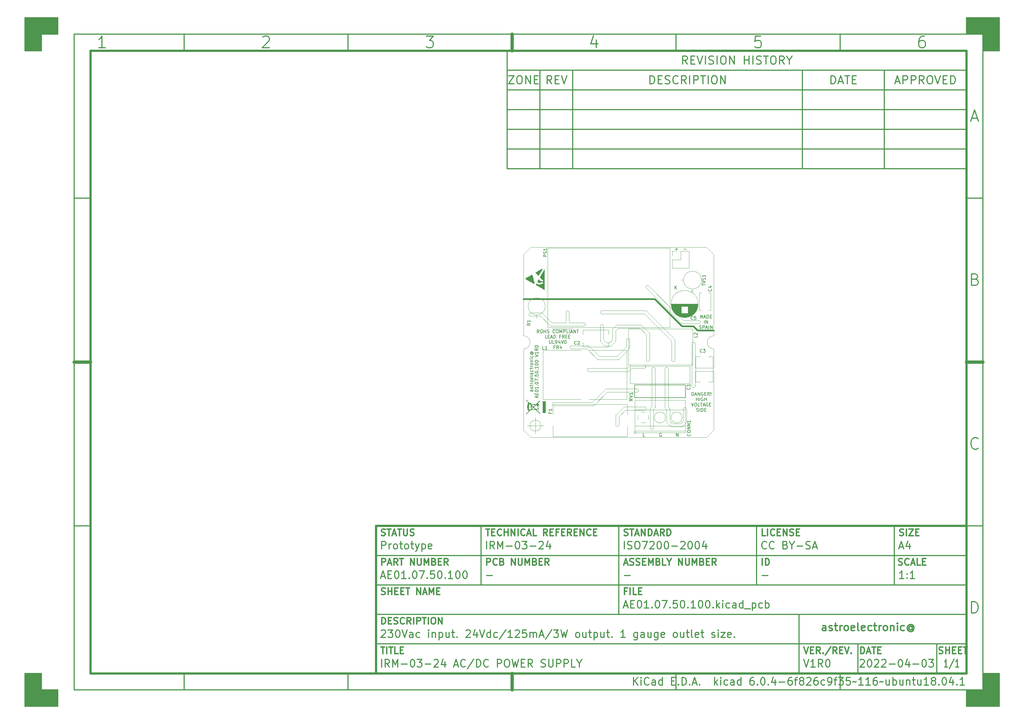
<source format=gbr>
%TF.GenerationSoftware,KiCad,Pcbnew,6.0.4-6f826c9f35~116~ubuntu18.04.1*%
%TF.CreationDate,2022-04-03T22:47:16+02:00*%
%TF.ProjectId,AE01.07.50.100,41453031-2e30-4372-9e35-302e3130302e,V1R0*%
%TF.SameCoordinates,PX9464480PY76a3180*%
%TF.FileFunction,Legend,Top*%
%TF.FilePolarity,Positive*%
%FSLAX46Y46*%
G04 Gerber Fmt 4.6, Leading zero omitted, Abs format (unit mm)*
G04 Created by KiCad (PCBNEW 6.0.4-6f826c9f35~116~ubuntu18.04.1) date 2022-04-03 22:47:16*
%MOMM*%
%LPD*%
G01*
G04 APERTURE LIST*
%ADD10C,0.100000*%
%ADD11C,0.350000*%
%ADD12C,0.700000*%
%ADD13C,1.050000*%
%ADD14C,0.400000*%
%ADD15C,0.460000*%
%ADD16C,0.500000*%
%TA.AperFunction,Profile*%
%ADD17C,0.050000*%
%TD*%
%ADD18C,0.150000*%
%ADD19C,0.120000*%
%ADD20C,0.010000*%
G04 APERTURE END LIST*
D10*
D11*
X-8597800Y114400000D02*
X-8597800Y78400000D01*
D10*
D11*
X1402200Y108400000D02*
X1402200Y78400000D01*
D10*
D11*
X11402200Y108400000D02*
X11402200Y78400000D01*
D10*
D11*
X81402200Y108400000D02*
X81402200Y78400000D01*
D10*
D11*
X106402200Y108400000D02*
X106402200Y78400000D01*
D10*
D11*
X131402200Y114400000D02*
X131402200Y64400000D01*
D10*
D11*
X131402200Y114400000D02*
X-8597800Y114400000D01*
D10*
D11*
X131402200Y108400000D02*
X-8597800Y108400000D01*
D10*
D11*
X131402200Y102400000D02*
X-8597800Y102400000D01*
D10*
D11*
X131402200Y96400000D02*
X-8597800Y96400000D01*
D10*
D11*
X131402200Y90400000D02*
X-8597800Y90400000D01*
D10*
D11*
X131402200Y84400000D02*
X-8597800Y84400000D01*
D10*
D11*
X131402200Y78400000D02*
X-8597800Y78400000D01*
D10*
D11*
X46342676Y110269048D02*
X45509342Y111459524D01*
X44914104Y110269048D02*
X44914104Y112769048D01*
X45866485Y112769048D01*
X46104580Y112650000D01*
X46223628Y112530953D01*
X46342676Y112292858D01*
X46342676Y111935715D01*
X46223628Y111697620D01*
X46104580Y111578572D01*
X45866485Y111459524D01*
X44914104Y111459524D01*
X47414104Y111578572D02*
X48247438Y111578572D01*
X48604580Y110269048D02*
X47414104Y110269048D01*
X47414104Y112769048D01*
X48604580Y112769048D01*
X49318866Y112769048D02*
X50152200Y110269048D01*
X50985533Y112769048D01*
X51818866Y110269048D02*
X51818866Y112769048D01*
X52890295Y110388096D02*
X53247438Y110269048D01*
X53842676Y110269048D01*
X54080771Y110388096D01*
X54199819Y110507143D01*
X54318866Y110745239D01*
X54318866Y110983334D01*
X54199819Y111221429D01*
X54080771Y111340477D01*
X53842676Y111459524D01*
X53366485Y111578572D01*
X53128390Y111697620D01*
X53009342Y111816667D01*
X52890295Y112054762D01*
X52890295Y112292858D01*
X53009342Y112530953D01*
X53128390Y112650000D01*
X53366485Y112769048D01*
X53961723Y112769048D01*
X54318866Y112650000D01*
X55390295Y110269048D02*
X55390295Y112769048D01*
X57056961Y112769048D02*
X57533152Y112769048D01*
X57771247Y112650000D01*
X58009342Y112411905D01*
X58128390Y111935715D01*
X58128390Y111102381D01*
X58009342Y110626191D01*
X57771247Y110388096D01*
X57533152Y110269048D01*
X57056961Y110269048D01*
X56818866Y110388096D01*
X56580771Y110626191D01*
X56461723Y111102381D01*
X56461723Y111935715D01*
X56580771Y112411905D01*
X56818866Y112650000D01*
X57056961Y112769048D01*
X59199819Y110269048D02*
X59199819Y112769048D01*
X60628390Y110269048D01*
X60628390Y112769048D01*
X63723628Y110269048D02*
X63723628Y112769048D01*
X63723628Y111578572D02*
X65152200Y111578572D01*
X65152200Y110269048D02*
X65152200Y112769048D01*
X66342676Y110269048D02*
X66342676Y112769048D01*
X67414104Y110388096D02*
X67771247Y110269048D01*
X68366485Y110269048D01*
X68604580Y110388096D01*
X68723628Y110507143D01*
X68842676Y110745239D01*
X68842676Y110983334D01*
X68723628Y111221429D01*
X68604580Y111340477D01*
X68366485Y111459524D01*
X67890295Y111578572D01*
X67652200Y111697620D01*
X67533152Y111816667D01*
X67414104Y112054762D01*
X67414104Y112292858D01*
X67533152Y112530953D01*
X67652200Y112650000D01*
X67890295Y112769048D01*
X68485533Y112769048D01*
X68842676Y112650000D01*
X69556961Y112769048D02*
X70985533Y112769048D01*
X70271247Y110269048D02*
X70271247Y112769048D01*
X72295057Y112769048D02*
X72771247Y112769048D01*
X73009342Y112650000D01*
X73247438Y112411905D01*
X73366485Y111935715D01*
X73366485Y111102381D01*
X73247438Y110626191D01*
X73009342Y110388096D01*
X72771247Y110269048D01*
X72295057Y110269048D01*
X72056961Y110388096D01*
X71818866Y110626191D01*
X71699819Y111102381D01*
X71699819Y111935715D01*
X71818866Y112411905D01*
X72056961Y112650000D01*
X72295057Y112769048D01*
X75866485Y110269048D02*
X75033152Y111459524D01*
X74437914Y110269048D02*
X74437914Y112769048D01*
X75390295Y112769048D01*
X75628390Y112650000D01*
X75747438Y112530953D01*
X75866485Y112292858D01*
X75866485Y111935715D01*
X75747438Y111697620D01*
X75628390Y111578572D01*
X75390295Y111459524D01*
X74437914Y111459524D01*
X77414104Y111459524D02*
X77414104Y110269048D01*
X76580771Y112769048D02*
X77414104Y111459524D01*
X78247438Y112769048D01*
D10*
D11*
X-8181134Y106769048D02*
X-6514467Y106769048D01*
X-8181134Y104269048D01*
X-6514467Y104269048D01*
X-5085896Y106769048D02*
X-4609705Y106769048D01*
X-4371610Y106650000D01*
X-4133515Y106411905D01*
X-4014467Y105935715D01*
X-4014467Y105102381D01*
X-4133515Y104626191D01*
X-4371610Y104388096D01*
X-4609705Y104269048D01*
X-5085896Y104269048D01*
X-5323991Y104388096D01*
X-5562086Y104626191D01*
X-5681134Y105102381D01*
X-5681134Y105935715D01*
X-5562086Y106411905D01*
X-5323991Y106650000D01*
X-5085896Y106769048D01*
X-2943039Y104269048D02*
X-2943039Y106769048D01*
X-1514467Y104269048D01*
X-1514467Y106769048D01*
X-323991Y105578572D02*
X509342Y105578572D01*
X866485Y104269048D02*
X-323991Y104269048D01*
X-323991Y106769048D01*
X866485Y106769048D01*
D10*
D11*
X4973628Y104269048D02*
X4140295Y105459524D01*
X3545057Y104269048D02*
X3545057Y106769048D01*
X4497438Y106769048D01*
X4735533Y106650000D01*
X4854580Y106530953D01*
X4973628Y106292858D01*
X4973628Y105935715D01*
X4854580Y105697620D01*
X4735533Y105578572D01*
X4497438Y105459524D01*
X3545057Y105459524D01*
X6045057Y105578572D02*
X6878390Y105578572D01*
X7235533Y104269048D02*
X6045057Y104269048D01*
X6045057Y106769048D01*
X7235533Y106769048D01*
X7949819Y106769048D02*
X8783152Y104269048D01*
X9616485Y106769048D01*
D10*
D11*
X34914104Y104269048D02*
X34914104Y106769048D01*
X35509342Y106769048D01*
X35866485Y106650000D01*
X36104580Y106411905D01*
X36223628Y106173810D01*
X36342676Y105697620D01*
X36342676Y105340477D01*
X36223628Y104864286D01*
X36104580Y104626191D01*
X35866485Y104388096D01*
X35509342Y104269048D01*
X34914104Y104269048D01*
X37414104Y105578572D02*
X38247438Y105578572D01*
X38604580Y104269048D02*
X37414104Y104269048D01*
X37414104Y106769048D01*
X38604580Y106769048D01*
X39556961Y104388096D02*
X39914104Y104269048D01*
X40509342Y104269048D01*
X40747438Y104388096D01*
X40866485Y104507143D01*
X40985533Y104745239D01*
X40985533Y104983334D01*
X40866485Y105221429D01*
X40747438Y105340477D01*
X40509342Y105459524D01*
X40033152Y105578572D01*
X39795057Y105697620D01*
X39676009Y105816667D01*
X39556961Y106054762D01*
X39556961Y106292858D01*
X39676009Y106530953D01*
X39795057Y106650000D01*
X40033152Y106769048D01*
X40628390Y106769048D01*
X40985533Y106650000D01*
X43485533Y104507143D02*
X43366485Y104388096D01*
X43009342Y104269048D01*
X42771247Y104269048D01*
X42414104Y104388096D01*
X42176009Y104626191D01*
X42056961Y104864286D01*
X41937914Y105340477D01*
X41937914Y105697620D01*
X42056961Y106173810D01*
X42176009Y106411905D01*
X42414104Y106650000D01*
X42771247Y106769048D01*
X43009342Y106769048D01*
X43366485Y106650000D01*
X43485533Y106530953D01*
X45985533Y104269048D02*
X45152200Y105459524D01*
X44556961Y104269048D02*
X44556961Y106769048D01*
X45509342Y106769048D01*
X45747438Y106650000D01*
X45866485Y106530953D01*
X45985533Y106292858D01*
X45985533Y105935715D01*
X45866485Y105697620D01*
X45747438Y105578572D01*
X45509342Y105459524D01*
X44556961Y105459524D01*
X47056961Y104269048D02*
X47056961Y106769048D01*
X48247438Y104269048D02*
X48247438Y106769048D01*
X49199819Y106769048D01*
X49437914Y106650000D01*
X49556961Y106530953D01*
X49676009Y106292858D01*
X49676009Y105935715D01*
X49556961Y105697620D01*
X49437914Y105578572D01*
X49199819Y105459524D01*
X48247438Y105459524D01*
X50390295Y106769048D02*
X51818866Y106769048D01*
X51104580Y104269048D02*
X51104580Y106769048D01*
X52652200Y104269048D02*
X52652200Y106769048D01*
X54318866Y106769048D02*
X54795057Y106769048D01*
X55033152Y106650000D01*
X55271247Y106411905D01*
X55390295Y105935715D01*
X55390295Y105102381D01*
X55271247Y104626191D01*
X55033152Y104388096D01*
X54795057Y104269048D01*
X54318866Y104269048D01*
X54080771Y104388096D01*
X53842676Y104626191D01*
X53723628Y105102381D01*
X53723628Y105935715D01*
X53842676Y106411905D01*
X54080771Y106650000D01*
X54318866Y106769048D01*
X56461723Y104269048D02*
X56461723Y106769048D01*
X57890295Y104269048D01*
X57890295Y106769048D01*
D10*
D11*
X109795057Y104983334D02*
X110985533Y104983334D01*
X109556961Y104269048D02*
X110390295Y106769048D01*
X111223628Y104269048D01*
X112056961Y104269048D02*
X112056961Y106769048D01*
X113009342Y106769048D01*
X113247438Y106650000D01*
X113366485Y106530953D01*
X113485533Y106292858D01*
X113485533Y105935715D01*
X113366485Y105697620D01*
X113247438Y105578572D01*
X113009342Y105459524D01*
X112056961Y105459524D01*
X114556961Y104269048D02*
X114556961Y106769048D01*
X115509342Y106769048D01*
X115747438Y106650000D01*
X115866485Y106530953D01*
X115985533Y106292858D01*
X115985533Y105935715D01*
X115866485Y105697620D01*
X115747438Y105578572D01*
X115509342Y105459524D01*
X114556961Y105459524D01*
X118485533Y104269048D02*
X117652200Y105459524D01*
X117056961Y104269048D02*
X117056961Y106769048D01*
X118009342Y106769048D01*
X118247438Y106650000D01*
X118366485Y106530953D01*
X118485533Y106292858D01*
X118485533Y105935715D01*
X118366485Y105697620D01*
X118247438Y105578572D01*
X118009342Y105459524D01*
X117056961Y105459524D01*
X120033152Y106769048D02*
X120509342Y106769048D01*
X120747438Y106650000D01*
X120985533Y106411905D01*
X121104580Y105935715D01*
X121104580Y105102381D01*
X120985533Y104626191D01*
X120747438Y104388096D01*
X120509342Y104269048D01*
X120033152Y104269048D01*
X119795057Y104388096D01*
X119556961Y104626191D01*
X119437914Y105102381D01*
X119437914Y105935715D01*
X119556961Y106411905D01*
X119795057Y106650000D01*
X120033152Y106769048D01*
X121818866Y106769048D02*
X122652200Y104269048D01*
X123485533Y106769048D01*
X124318866Y105578572D02*
X125152200Y105578572D01*
X125509342Y104269048D02*
X124318866Y104269048D01*
X124318866Y106769048D01*
X125509342Y106769048D01*
X126580771Y104269048D02*
X126580771Y106769048D01*
X127176009Y106769048D01*
X127533152Y106650000D01*
X127771247Y106411905D01*
X127890295Y106173810D01*
X128009342Y105697620D01*
X128009342Y105340477D01*
X127890295Y104864286D01*
X127771247Y104626191D01*
X127533152Y104388096D01*
X127176009Y104269048D01*
X126580771Y104269048D01*
D10*
D11*
X90092676Y104269048D02*
X90092676Y106769048D01*
X90687914Y106769048D01*
X91045057Y106650000D01*
X91283152Y106411905D01*
X91402200Y106173810D01*
X91521247Y105697620D01*
X91521247Y105340477D01*
X91402200Y104864286D01*
X91283152Y104626191D01*
X91045057Y104388096D01*
X90687914Y104269048D01*
X90092676Y104269048D01*
X92473628Y104983334D02*
X93664104Y104983334D01*
X92235533Y104269048D02*
X93068866Y106769048D01*
X93902200Y104269048D01*
X94378390Y106769048D02*
X95806961Y106769048D01*
X95092676Y104269048D02*
X95092676Y106769048D01*
X96640295Y105578572D02*
X97473628Y105578572D01*
X97830771Y104269048D02*
X96640295Y104269048D01*
X96640295Y106769048D01*
X97830771Y106769048D01*
D10*
D11*
X-140600000Y119400000D02*
X-140600000Y-80607200D01*
X136402200Y-80607200D01*
X136402200Y119400000D01*
X-140600000Y119400000D01*
D10*
D12*
X-135600000Y114400000D02*
X-135600000Y-75607200D01*
X131402200Y-75607200D01*
X131402200Y114400000D01*
X-135600000Y114400000D01*
D10*
D13*
X-7100000Y119400000D02*
X-7100000Y114400000D01*
D10*
D13*
X-7100000Y-80607200D02*
X-7100000Y-75607200D01*
D10*
D13*
X-140600000Y19400000D02*
X-135600000Y19400000D01*
D10*
D13*
X136402200Y19400000D02*
X131402200Y19400000D01*
D10*
D11*
X-107100000Y119400000D02*
X-107100000Y114400000D01*
D10*
D11*
X-57100000Y119400000D02*
X-57100000Y114400000D01*
D10*
D11*
X-7100000Y119400000D02*
X-7100000Y114400000D01*
D10*
D11*
X42900000Y119400000D02*
X42900000Y114400000D01*
D10*
D11*
X92900000Y119400000D02*
X92900000Y114400000D01*
D10*
D11*
X-107100000Y-80607200D02*
X-107100000Y-75607200D01*
D10*
D11*
X-57100000Y-80607200D02*
X-57100000Y-75607200D01*
D10*
D11*
X-7100000Y-80607200D02*
X-7100000Y-75607200D01*
D10*
D11*
X42900000Y-80607200D02*
X42900000Y-75607200D01*
D10*
D11*
X92900000Y-80607200D02*
X92900000Y-75607200D01*
D10*
D11*
X-140600000Y69400000D02*
X-135600000Y69400000D01*
D10*
D11*
X-140600000Y19400000D02*
X-135600000Y19400000D01*
D10*
D11*
X-140600000Y-30600000D02*
X-135600000Y-30600000D01*
D10*
D11*
X136402200Y69400000D02*
X131402200Y69400000D01*
D10*
D11*
X136402200Y19400000D02*
X131402200Y19400000D01*
D10*
D11*
X136402200Y-30600000D02*
X131402200Y-30600000D01*
D10*
D11*
X-131100000Y115316667D02*
X-133100000Y115316667D01*
X-132100000Y115316667D02*
X-132100000Y118816667D01*
X-132433334Y118316667D01*
X-132766667Y117983334D01*
X-133100000Y117816667D01*
D10*
D11*
X-83100000Y118483334D02*
X-82933334Y118650000D01*
X-82600000Y118816667D01*
X-81766667Y118816667D01*
X-81433334Y118650000D01*
X-81266667Y118483334D01*
X-81100000Y118150000D01*
X-81100000Y117816667D01*
X-81266667Y117316667D01*
X-83266667Y115316667D01*
X-81100000Y115316667D01*
D10*
D11*
X-33266667Y118816667D02*
X-31100000Y118816667D01*
X-32266667Y117483334D01*
X-31766667Y117483334D01*
X-31433334Y117316667D01*
X-31266667Y117150000D01*
X-31100000Y116816667D01*
X-31100000Y115983334D01*
X-31266667Y115650000D01*
X-31433334Y115483334D01*
X-31766667Y115316667D01*
X-32766667Y115316667D01*
X-33100000Y115483334D01*
X-33266667Y115650000D01*
D10*
D11*
X18566666Y117650000D02*
X18566666Y115316667D01*
X17733333Y118983334D02*
X16900000Y116483334D01*
X19066666Y116483334D01*
D10*
D11*
X68733333Y118816667D02*
X67066666Y118816667D01*
X66900000Y117150000D01*
X67066666Y117316667D01*
X67400000Y117483334D01*
X68233333Y117483334D01*
X68566666Y117316667D01*
X68733333Y117150000D01*
X68900000Y116816667D01*
X68900000Y115983334D01*
X68733333Y115650000D01*
X68566666Y115483334D01*
X68233333Y115316667D01*
X67400000Y115316667D01*
X67066666Y115483334D01*
X66900000Y115650000D01*
D10*
D11*
X118566666Y118816667D02*
X117900000Y118816667D01*
X117566666Y118650000D01*
X117400000Y118483334D01*
X117066666Y117983334D01*
X116900000Y117316667D01*
X116900000Y115983334D01*
X117066666Y115650000D01*
X117233333Y115483334D01*
X117566666Y115316667D01*
X118233333Y115316667D01*
X118566666Y115483334D01*
X118733333Y115650000D01*
X118900000Y115983334D01*
X118900000Y116816667D01*
X118733333Y117150000D01*
X118566666Y117316667D01*
X118233333Y117483334D01*
X117566666Y117483334D01*
X117233333Y117316667D01*
X117066666Y117150000D01*
X116900000Y116816667D01*
D10*
D11*
X133068866Y93816667D02*
X134735533Y93816667D01*
X132735533Y92816667D02*
X133902200Y96316667D01*
X135068866Y92816667D01*
D10*
D11*
X134152200Y44650000D02*
X134652200Y44483334D01*
X134818866Y44316667D01*
X134985533Y43983334D01*
X134985533Y43483334D01*
X134818866Y43150000D01*
X134652200Y42983334D01*
X134318866Y42816667D01*
X132985533Y42816667D01*
X132985533Y46316667D01*
X134152200Y46316667D01*
X134485533Y46150000D01*
X134652200Y45983334D01*
X134818866Y45650000D01*
X134818866Y45316667D01*
X134652200Y44983334D01*
X134485533Y44816667D01*
X134152200Y44650000D01*
X132985533Y44650000D01*
D10*
D11*
X134985533Y-6850000D02*
X134818866Y-7016666D01*
X134318866Y-7183333D01*
X133985533Y-7183333D01*
X133485533Y-7016666D01*
X133152200Y-6683333D01*
X132985533Y-6350000D01*
X132818866Y-5683333D01*
X132818866Y-5183333D01*
X132985533Y-4516666D01*
X133152200Y-4183333D01*
X133485533Y-3850000D01*
X133985533Y-3683333D01*
X134318866Y-3683333D01*
X134818866Y-3850000D01*
X134985533Y-4016666D01*
D10*
D11*
X132985533Y-57183333D02*
X132985533Y-53683333D01*
X133818866Y-53683333D01*
X134318866Y-53850000D01*
X134652200Y-54183333D01*
X134818866Y-54516666D01*
X134985533Y-55183333D01*
X134985533Y-55683333D01*
X134818866Y-56350000D01*
X134652200Y-56683333D01*
X134318866Y-57016666D01*
X133818866Y-57183333D01*
X132985533Y-57183333D01*
D10*
G36*
X-155600000Y124400000D02*
G01*
X-145600000Y124400000D01*
X-145600000Y119400000D01*
X-150600000Y119400000D01*
X-150600000Y114400000D01*
X-155600000Y114400000D01*
X-155600000Y124400000D01*
G37*
D11*
X-155600000Y124400000D02*
X-145600000Y124400000D01*
X-145600000Y119400000D01*
X-150600000Y119400000D01*
X-150600000Y114400000D01*
X-155600000Y114400000D01*
X-155600000Y124400000D01*
D10*
G36*
X-155600000Y-85607199D02*
G01*
X-155600000Y-75607199D01*
X-150600000Y-75607199D01*
X-150600000Y-80607199D01*
X-145600000Y-80607199D01*
X-145600000Y-85607199D01*
X-155600000Y-85607199D01*
G37*
D11*
X-155600000Y-85607199D02*
X-155600000Y-75607199D01*
X-150600000Y-75607199D01*
X-150600000Y-80607199D01*
X-145600000Y-80607199D01*
X-145600000Y-85607199D01*
X-155600000Y-85607199D01*
D10*
G36*
X141402200Y124400000D02*
G01*
X141402200Y114400000D01*
X136402200Y114400000D01*
X136402200Y119400000D01*
X131402200Y119400000D01*
X131402200Y124400000D01*
X141402200Y124400000D01*
G37*
D11*
X141402200Y124400000D02*
X141402200Y114400000D01*
X136402200Y114400000D01*
X136402200Y119400000D01*
X131402200Y119400000D01*
X131402200Y124400000D01*
X141402200Y124400000D01*
D10*
G36*
X141402200Y-85607199D02*
G01*
X131402200Y-85607199D01*
X131402200Y-80607199D01*
X136402200Y-80607199D01*
X136402200Y-75607199D01*
X141402200Y-75607199D01*
X141402200Y-85607199D01*
G37*
D11*
X141402200Y-85607199D02*
X131402200Y-85607199D01*
X131402200Y-80607199D01*
X136402200Y-80607199D01*
X136402200Y-75607199D01*
X141402200Y-75607199D01*
X141402200Y-85607199D01*
D10*
D12*
X131402200Y-75607200D02*
X131402200Y-30607200D01*
X-48597800Y-30607200D01*
X-48597800Y-75607200D01*
X131402200Y-75607200D01*
D10*
D11*
X131402200Y-48607200D02*
X-48597800Y-48607200D01*
D10*
D11*
X131402200Y-57607200D02*
X-48597800Y-57607200D01*
D10*
D11*
X131402200Y-66607200D02*
X-48597800Y-66607200D01*
D10*
D11*
X-16597800Y-30607200D02*
X-16597800Y-48607200D01*
D10*
D11*
X25402200Y-30607200D02*
X25402200Y-57607200D01*
D10*
D11*
X67402200Y-30607200D02*
X67402200Y-48607200D01*
D10*
D11*
X80402200Y-57607200D02*
X80402200Y-75607200D01*
D10*
D11*
X98292200Y-66607000D02*
X98292200Y-75607000D01*
D10*
D11*
X122402200Y-66607200D02*
X122402200Y-75607200D01*
D10*
D14*
X-46956848Y-33416723D02*
X-46671134Y-33511961D01*
X-46194943Y-33511961D01*
X-46004467Y-33416723D01*
X-45909229Y-33321485D01*
X-45813991Y-33131009D01*
X-45813991Y-32940533D01*
X-45909229Y-32750057D01*
X-46004467Y-32654819D01*
X-46194943Y-32559580D01*
X-46575896Y-32464342D01*
X-46766372Y-32369104D01*
X-46861610Y-32273866D01*
X-46956848Y-32083390D01*
X-46956848Y-31892914D01*
X-46861610Y-31702438D01*
X-46766372Y-31607200D01*
X-46575896Y-31511961D01*
X-46099705Y-31511961D01*
X-45813991Y-31607200D01*
X-45242562Y-31511961D02*
X-44099705Y-31511961D01*
X-44671134Y-33511961D02*
X-44671134Y-31511961D01*
X-43528277Y-32940533D02*
X-42575896Y-32940533D01*
X-43718753Y-33511961D02*
X-43052086Y-31511961D01*
X-42385420Y-33511961D01*
X-42004467Y-31511961D02*
X-40861610Y-31511961D01*
X-41433039Y-33511961D02*
X-41433039Y-31511961D01*
X-40194943Y-31511961D02*
X-40194943Y-33131009D01*
X-40099705Y-33321485D01*
X-40004467Y-33416723D01*
X-39813991Y-33511961D01*
X-39433039Y-33511961D01*
X-39242562Y-33416723D01*
X-39147324Y-33321485D01*
X-39052086Y-33131009D01*
X-39052086Y-31511961D01*
X-38194943Y-33416723D02*
X-37909229Y-33511961D01*
X-37433039Y-33511961D01*
X-37242562Y-33416723D01*
X-37147324Y-33321485D01*
X-37052086Y-33131009D01*
X-37052086Y-32940533D01*
X-37147324Y-32750057D01*
X-37242562Y-32654819D01*
X-37433039Y-32559580D01*
X-37813991Y-32464342D01*
X-38004467Y-32369104D01*
X-38099705Y-32273866D01*
X-38194943Y-32083390D01*
X-38194943Y-31892914D01*
X-38099705Y-31702438D01*
X-38004467Y-31607200D01*
X-37813991Y-31511961D01*
X-37337800Y-31511961D01*
X-37052086Y-31607200D01*
D10*
D14*
X-15147324Y-31511961D02*
X-14004467Y-31511961D01*
X-14575896Y-33511961D02*
X-14575896Y-31511961D01*
X-13337800Y-32464342D02*
X-12671134Y-32464342D01*
X-12385420Y-33511961D02*
X-13337800Y-33511961D01*
X-13337800Y-31511961D01*
X-12385420Y-31511961D01*
X-10385420Y-33321485D02*
X-10480658Y-33416723D01*
X-10766372Y-33511961D01*
X-10956848Y-33511961D01*
X-11242562Y-33416723D01*
X-11433039Y-33226247D01*
X-11528277Y-33035771D01*
X-11623515Y-32654819D01*
X-11623515Y-32369104D01*
X-11528277Y-31988152D01*
X-11433039Y-31797676D01*
X-11242562Y-31607200D01*
X-10956848Y-31511961D01*
X-10766372Y-31511961D01*
X-10480658Y-31607200D01*
X-10385420Y-31702438D01*
X-9528277Y-33511961D02*
X-9528277Y-31511961D01*
X-9528277Y-32464342D02*
X-8385420Y-32464342D01*
X-8385420Y-33511961D02*
X-8385420Y-31511961D01*
X-7433039Y-33511961D02*
X-7433039Y-31511961D01*
X-6290181Y-33511961D01*
X-6290181Y-31511961D01*
X-5337800Y-33511961D02*
X-5337800Y-31511961D01*
X-3242562Y-33321485D02*
X-3337800Y-33416723D01*
X-3623515Y-33511961D01*
X-3813991Y-33511961D01*
X-4099705Y-33416723D01*
X-4290181Y-33226247D01*
X-4385420Y-33035771D01*
X-4480658Y-32654819D01*
X-4480658Y-32369104D01*
X-4385420Y-31988152D01*
X-4290181Y-31797676D01*
X-4099705Y-31607200D01*
X-3813991Y-31511961D01*
X-3623515Y-31511961D01*
X-3337800Y-31607200D01*
X-3242562Y-31702438D01*
X-2480658Y-32940533D02*
X-1528277Y-32940533D01*
X-2671134Y-33511961D02*
X-2004467Y-31511961D01*
X-1337800Y-33511961D01*
X281247Y-33511961D02*
X-671134Y-33511961D01*
X-671134Y-31511961D01*
X3614580Y-33511961D02*
X2947914Y-32559580D01*
X2471723Y-33511961D02*
X2471723Y-31511961D01*
X3233628Y-31511961D01*
X3424104Y-31607200D01*
X3519342Y-31702438D01*
X3614580Y-31892914D01*
X3614580Y-32178628D01*
X3519342Y-32369104D01*
X3424104Y-32464342D01*
X3233628Y-32559580D01*
X2471723Y-32559580D01*
X4471723Y-32464342D02*
X5138390Y-32464342D01*
X5424104Y-33511961D02*
X4471723Y-33511961D01*
X4471723Y-31511961D01*
X5424104Y-31511961D01*
X6947914Y-32464342D02*
X6281247Y-32464342D01*
X6281247Y-33511961D02*
X6281247Y-31511961D01*
X7233628Y-31511961D01*
X7995533Y-32464342D02*
X8662200Y-32464342D01*
X8947914Y-33511961D02*
X7995533Y-33511961D01*
X7995533Y-31511961D01*
X8947914Y-31511961D01*
X10947914Y-33511961D02*
X10281247Y-32559580D01*
X9805057Y-33511961D02*
X9805057Y-31511961D01*
X10566961Y-31511961D01*
X10757438Y-31607200D01*
X10852676Y-31702438D01*
X10947914Y-31892914D01*
X10947914Y-32178628D01*
X10852676Y-32369104D01*
X10757438Y-32464342D01*
X10566961Y-32559580D01*
X9805057Y-32559580D01*
X11805057Y-32464342D02*
X12471723Y-32464342D01*
X12757438Y-33511961D02*
X11805057Y-33511961D01*
X11805057Y-31511961D01*
X12757438Y-31511961D01*
X13614580Y-33511961D02*
X13614580Y-31511961D01*
X14757438Y-33511961D01*
X14757438Y-31511961D01*
X16852676Y-33321485D02*
X16757438Y-33416723D01*
X16471723Y-33511961D01*
X16281247Y-33511961D01*
X15995533Y-33416723D01*
X15805057Y-33226247D01*
X15709819Y-33035771D01*
X15614580Y-32654819D01*
X15614580Y-32369104D01*
X15709819Y-31988152D01*
X15805057Y-31797676D01*
X15995533Y-31607200D01*
X16281247Y-31511961D01*
X16471723Y-31511961D01*
X16757438Y-31607200D01*
X16852676Y-31702438D01*
X17709819Y-32464342D02*
X18376485Y-32464342D01*
X18662200Y-33511961D02*
X17709819Y-33511961D01*
X17709819Y-31511961D01*
X18662200Y-31511961D01*
D10*
D14*
X27043152Y-33416723D02*
X27328866Y-33511961D01*
X27805057Y-33511961D01*
X27995533Y-33416723D01*
X28090771Y-33321485D01*
X28186009Y-33131009D01*
X28186009Y-32940533D01*
X28090771Y-32750057D01*
X27995533Y-32654819D01*
X27805057Y-32559580D01*
X27424104Y-32464342D01*
X27233628Y-32369104D01*
X27138390Y-32273866D01*
X27043152Y-32083390D01*
X27043152Y-31892914D01*
X27138390Y-31702438D01*
X27233628Y-31607200D01*
X27424104Y-31511961D01*
X27900295Y-31511961D01*
X28186009Y-31607200D01*
X28757438Y-31511961D02*
X29900295Y-31511961D01*
X29328866Y-33511961D02*
X29328866Y-31511961D01*
X30471723Y-32940533D02*
X31424104Y-32940533D01*
X30281247Y-33511961D02*
X30947914Y-31511961D01*
X31614580Y-33511961D01*
X32281247Y-33511961D02*
X32281247Y-31511961D01*
X33424104Y-33511961D01*
X33424104Y-31511961D01*
X34376485Y-33511961D02*
X34376485Y-31511961D01*
X34852676Y-31511961D01*
X35138390Y-31607200D01*
X35328866Y-31797676D01*
X35424104Y-31988152D01*
X35519342Y-32369104D01*
X35519342Y-32654819D01*
X35424104Y-33035771D01*
X35328866Y-33226247D01*
X35138390Y-33416723D01*
X34852676Y-33511961D01*
X34376485Y-33511961D01*
X36281247Y-32940533D02*
X37233628Y-32940533D01*
X36090771Y-33511961D02*
X36757438Y-31511961D01*
X37424104Y-33511961D01*
X39233628Y-33511961D02*
X38566961Y-32559580D01*
X38090771Y-33511961D02*
X38090771Y-31511961D01*
X38852676Y-31511961D01*
X39043152Y-31607200D01*
X39138390Y-31702438D01*
X39233628Y-31892914D01*
X39233628Y-32178628D01*
X39138390Y-32369104D01*
X39043152Y-32464342D01*
X38852676Y-32559580D01*
X38090771Y-32559580D01*
X40090771Y-33511961D02*
X40090771Y-31511961D01*
X40566961Y-31511961D01*
X40852676Y-31607200D01*
X41043152Y-31797676D01*
X41138390Y-31988152D01*
X41233628Y-32369104D01*
X41233628Y-32654819D01*
X41138390Y-33035771D01*
X41043152Y-33226247D01*
X40852676Y-33416723D01*
X40566961Y-33511961D01*
X40090771Y-33511961D01*
D10*
D14*
X70090771Y-33511961D02*
X69138390Y-33511961D01*
X69138390Y-31511961D01*
X70757438Y-33511961D02*
X70757438Y-31511961D01*
X72852676Y-33321485D02*
X72757438Y-33416723D01*
X72471723Y-33511961D01*
X72281247Y-33511961D01*
X71995533Y-33416723D01*
X71805057Y-33226247D01*
X71709819Y-33035771D01*
X71614580Y-32654819D01*
X71614580Y-32369104D01*
X71709819Y-31988152D01*
X71805057Y-31797676D01*
X71995533Y-31607200D01*
X72281247Y-31511961D01*
X72471723Y-31511961D01*
X72757438Y-31607200D01*
X72852676Y-31702438D01*
X73709819Y-32464342D02*
X74376485Y-32464342D01*
X74662200Y-33511961D02*
X73709819Y-33511961D01*
X73709819Y-31511961D01*
X74662200Y-31511961D01*
X75519342Y-33511961D02*
X75519342Y-31511961D01*
X76662200Y-33511961D01*
X76662200Y-31511961D01*
X77519342Y-33416723D02*
X77805057Y-33511961D01*
X78281247Y-33511961D01*
X78471723Y-33416723D01*
X78566961Y-33321485D01*
X78662200Y-33131009D01*
X78662200Y-32940533D01*
X78566961Y-32750057D01*
X78471723Y-32654819D01*
X78281247Y-32559580D01*
X77900295Y-32464342D01*
X77709819Y-32369104D01*
X77614580Y-32273866D01*
X77519342Y-32083390D01*
X77519342Y-31892914D01*
X77614580Y-31702438D01*
X77709819Y-31607200D01*
X77900295Y-31511961D01*
X78376485Y-31511961D01*
X78662200Y-31607200D01*
X79519342Y-32464342D02*
X80186009Y-32464342D01*
X80471723Y-33511961D02*
X79519342Y-33511961D01*
X79519342Y-31511961D01*
X80471723Y-31511961D01*
D10*
D14*
X27043152Y-41940533D02*
X27995533Y-41940533D01*
X26852676Y-42511961D02*
X27519342Y-40511961D01*
X28186009Y-42511961D01*
X28757438Y-42416723D02*
X29043152Y-42511961D01*
X29519342Y-42511961D01*
X29709819Y-42416723D01*
X29805057Y-42321485D01*
X29900295Y-42131009D01*
X29900295Y-41940533D01*
X29805057Y-41750057D01*
X29709819Y-41654819D01*
X29519342Y-41559580D01*
X29138390Y-41464342D01*
X28947914Y-41369104D01*
X28852676Y-41273866D01*
X28757438Y-41083390D01*
X28757438Y-40892914D01*
X28852676Y-40702438D01*
X28947914Y-40607200D01*
X29138390Y-40511961D01*
X29614580Y-40511961D01*
X29900295Y-40607200D01*
X30662200Y-42416723D02*
X30947914Y-42511961D01*
X31424104Y-42511961D01*
X31614580Y-42416723D01*
X31709819Y-42321485D01*
X31805057Y-42131009D01*
X31805057Y-41940533D01*
X31709819Y-41750057D01*
X31614580Y-41654819D01*
X31424104Y-41559580D01*
X31043152Y-41464342D01*
X30852676Y-41369104D01*
X30757438Y-41273866D01*
X30662200Y-41083390D01*
X30662200Y-40892914D01*
X30757438Y-40702438D01*
X30852676Y-40607200D01*
X31043152Y-40511961D01*
X31519342Y-40511961D01*
X31805057Y-40607200D01*
X32662200Y-41464342D02*
X33328866Y-41464342D01*
X33614580Y-42511961D02*
X32662200Y-42511961D01*
X32662200Y-40511961D01*
X33614580Y-40511961D01*
X34471723Y-42511961D02*
X34471723Y-40511961D01*
X35138390Y-41940533D01*
X35805057Y-40511961D01*
X35805057Y-42511961D01*
X37424104Y-41464342D02*
X37709819Y-41559580D01*
X37805057Y-41654819D01*
X37900295Y-41845295D01*
X37900295Y-42131009D01*
X37805057Y-42321485D01*
X37709819Y-42416723D01*
X37519342Y-42511961D01*
X36757438Y-42511961D01*
X36757438Y-40511961D01*
X37424104Y-40511961D01*
X37614580Y-40607200D01*
X37709819Y-40702438D01*
X37805057Y-40892914D01*
X37805057Y-41083390D01*
X37709819Y-41273866D01*
X37614580Y-41369104D01*
X37424104Y-41464342D01*
X36757438Y-41464342D01*
X39709819Y-42511961D02*
X38757438Y-42511961D01*
X38757438Y-40511961D01*
X40757438Y-41559580D02*
X40757438Y-42511961D01*
X40090771Y-40511961D02*
X40757438Y-41559580D01*
X41424104Y-40511961D01*
X43614580Y-42511961D02*
X43614580Y-40511961D01*
X44757438Y-42511961D01*
X44757438Y-40511961D01*
X45709819Y-40511961D02*
X45709819Y-42131009D01*
X45805057Y-42321485D01*
X45900295Y-42416723D01*
X46090771Y-42511961D01*
X46471723Y-42511961D01*
X46662200Y-42416723D01*
X46757438Y-42321485D01*
X46852676Y-42131009D01*
X46852676Y-40511961D01*
X47805057Y-42511961D02*
X47805057Y-40511961D01*
X48471723Y-41940533D01*
X49138390Y-40511961D01*
X49138390Y-42511961D01*
X50757438Y-41464342D02*
X51043152Y-41559580D01*
X51138390Y-41654819D01*
X51233628Y-41845295D01*
X51233628Y-42131009D01*
X51138390Y-42321485D01*
X51043152Y-42416723D01*
X50852676Y-42511961D01*
X50090771Y-42511961D01*
X50090771Y-40511961D01*
X50757438Y-40511961D01*
X50947914Y-40607200D01*
X51043152Y-40702438D01*
X51138390Y-40892914D01*
X51138390Y-41083390D01*
X51043152Y-41273866D01*
X50947914Y-41369104D01*
X50757438Y-41464342D01*
X50090771Y-41464342D01*
X52090771Y-41464342D02*
X52757438Y-41464342D01*
X53043152Y-42511961D02*
X52090771Y-42511961D01*
X52090771Y-40511961D01*
X53043152Y-40511961D01*
X55043152Y-42511961D02*
X54376485Y-41559580D01*
X53900295Y-42511961D02*
X53900295Y-40511961D01*
X54662200Y-40511961D01*
X54852676Y-40607200D01*
X54947914Y-40702438D01*
X55043152Y-40892914D01*
X55043152Y-41178628D01*
X54947914Y-41369104D01*
X54852676Y-41464342D01*
X54662200Y-41559580D01*
X53900295Y-41559580D01*
D10*
D14*
X69138390Y-42511961D02*
X69138390Y-40511961D01*
X70090771Y-42511961D02*
X70090771Y-40511961D01*
X70566961Y-40511961D01*
X70852676Y-40607200D01*
X71043152Y-40797676D01*
X71138390Y-40988152D01*
X71233628Y-41369104D01*
X71233628Y-41654819D01*
X71138390Y-42035771D01*
X71043152Y-42226247D01*
X70852676Y-42416723D01*
X70566961Y-42511961D01*
X70090771Y-42511961D01*
D10*
D14*
X81852676Y-67511961D02*
X82519342Y-69511961D01*
X83186009Y-67511961D01*
X83852676Y-68464342D02*
X84519342Y-68464342D01*
X84805057Y-69511961D02*
X83852676Y-69511961D01*
X83852676Y-67511961D01*
X84805057Y-67511961D01*
X86805057Y-69511961D02*
X86138390Y-68559580D01*
X85662200Y-69511961D02*
X85662200Y-67511961D01*
X86424104Y-67511961D01*
X86614580Y-67607200D01*
X86709819Y-67702438D01*
X86805057Y-67892914D01*
X86805057Y-68178628D01*
X86709819Y-68369104D01*
X86614580Y-68464342D01*
X86424104Y-68559580D01*
X85662200Y-68559580D01*
X87662200Y-69321485D02*
X87757438Y-69416723D01*
X87662200Y-69511961D01*
X87566961Y-69416723D01*
X87662200Y-69321485D01*
X87662200Y-69511961D01*
X90043152Y-67416723D02*
X88328866Y-69988152D01*
X91852676Y-69511961D02*
X91186009Y-68559580D01*
X90709819Y-69511961D02*
X90709819Y-67511961D01*
X91471723Y-67511961D01*
X91662200Y-67607200D01*
X91757438Y-67702438D01*
X91852676Y-67892914D01*
X91852676Y-68178628D01*
X91757438Y-68369104D01*
X91662200Y-68464342D01*
X91471723Y-68559580D01*
X90709819Y-68559580D01*
X92709819Y-68464342D02*
X93376485Y-68464342D01*
X93662200Y-69511961D02*
X92709819Y-69511961D01*
X92709819Y-67511961D01*
X93662200Y-67511961D01*
X94233628Y-67511961D02*
X94900295Y-69511961D01*
X95566961Y-67511961D01*
X96233628Y-69321485D02*
X96328866Y-69416723D01*
X96233628Y-69511961D01*
X96138390Y-69416723D01*
X96233628Y-69321485D01*
X96233628Y-69511961D01*
D10*
D14*
X99138390Y-69511961D02*
X99138390Y-67511961D01*
X99614580Y-67511961D01*
X99900295Y-67607200D01*
X100090771Y-67797676D01*
X100186009Y-67988152D01*
X100281247Y-68369104D01*
X100281247Y-68654819D01*
X100186009Y-69035771D01*
X100090771Y-69226247D01*
X99900295Y-69416723D01*
X99614580Y-69511961D01*
X99138390Y-69511961D01*
X101043152Y-68940533D02*
X101995533Y-68940533D01*
X100852676Y-69511961D02*
X101519342Y-67511961D01*
X102186009Y-69511961D01*
X102566961Y-67511961D02*
X103709819Y-67511961D01*
X103138390Y-69511961D02*
X103138390Y-67511961D01*
X104376485Y-68464342D02*
X105043152Y-68464342D01*
X105328866Y-69511961D02*
X104376485Y-69511961D01*
X104376485Y-67511961D01*
X105328866Y-67511961D01*
D10*
D14*
X123043152Y-69416723D02*
X123328866Y-69511961D01*
X123805057Y-69511961D01*
X123995533Y-69416723D01*
X124090771Y-69321485D01*
X124186009Y-69131009D01*
X124186009Y-68940533D01*
X124090771Y-68750057D01*
X123995533Y-68654819D01*
X123805057Y-68559580D01*
X123424104Y-68464342D01*
X123233628Y-68369104D01*
X123138390Y-68273866D01*
X123043152Y-68083390D01*
X123043152Y-67892914D01*
X123138390Y-67702438D01*
X123233628Y-67607200D01*
X123424104Y-67511961D01*
X123900295Y-67511961D01*
X124186009Y-67607200D01*
X125043152Y-69511961D02*
X125043152Y-67511961D01*
X125043152Y-68464342D02*
X126186009Y-68464342D01*
X126186009Y-69511961D02*
X126186009Y-67511961D01*
X127138390Y-68464342D02*
X127805057Y-68464342D01*
X128090771Y-69511961D02*
X127138390Y-69511961D01*
X127138390Y-67511961D01*
X128090771Y-67511961D01*
X128947914Y-68464342D02*
X129614580Y-68464342D01*
X129900295Y-69511961D02*
X128947914Y-69511961D01*
X128947914Y-67511961D01*
X129900295Y-67511961D01*
X130471723Y-67511961D02*
X131614580Y-67511961D01*
X131043152Y-69511961D02*
X131043152Y-67511961D01*
D10*
D11*
X69124819Y-45771485D02*
X70877200Y-45771485D01*
D10*
D15*
X88533152Y-62497676D02*
X88533152Y-61292914D01*
X88423628Y-61073866D01*
X88204580Y-60964342D01*
X87766485Y-60964342D01*
X87547438Y-61073866D01*
X88533152Y-62388152D02*
X88314104Y-62497676D01*
X87766485Y-62497676D01*
X87547438Y-62388152D01*
X87437914Y-62169104D01*
X87437914Y-61950057D01*
X87547438Y-61731009D01*
X87766485Y-61621485D01*
X88314104Y-61621485D01*
X88533152Y-61511961D01*
X89518866Y-62388152D02*
X89737914Y-62497676D01*
X90176009Y-62497676D01*
X90395057Y-62388152D01*
X90504580Y-62169104D01*
X90504580Y-62059580D01*
X90395057Y-61840533D01*
X90176009Y-61731009D01*
X89847438Y-61731009D01*
X89628390Y-61621485D01*
X89518866Y-61402438D01*
X89518866Y-61292914D01*
X89628390Y-61073866D01*
X89847438Y-60964342D01*
X90176009Y-60964342D01*
X90395057Y-61073866D01*
X91161723Y-60964342D02*
X92037914Y-60964342D01*
X91490295Y-60197676D02*
X91490295Y-62169104D01*
X91599819Y-62388152D01*
X91818866Y-62497676D01*
X92037914Y-62497676D01*
X92804580Y-62497676D02*
X92804580Y-60964342D01*
X92804580Y-61402438D02*
X92914104Y-61183390D01*
X93023628Y-61073866D01*
X93242676Y-60964342D01*
X93461723Y-60964342D01*
X94556961Y-62497676D02*
X94337914Y-62388152D01*
X94228390Y-62278628D01*
X94118866Y-62059580D01*
X94118866Y-61402438D01*
X94228390Y-61183390D01*
X94337914Y-61073866D01*
X94556961Y-60964342D01*
X94885533Y-60964342D01*
X95104580Y-61073866D01*
X95214104Y-61183390D01*
X95323628Y-61402438D01*
X95323628Y-62059580D01*
X95214104Y-62278628D01*
X95104580Y-62388152D01*
X94885533Y-62497676D01*
X94556961Y-62497676D01*
X97185533Y-62388152D02*
X96966485Y-62497676D01*
X96528390Y-62497676D01*
X96309342Y-62388152D01*
X96199819Y-62169104D01*
X96199819Y-61292914D01*
X96309342Y-61073866D01*
X96528390Y-60964342D01*
X96966485Y-60964342D01*
X97185533Y-61073866D01*
X97295057Y-61292914D01*
X97295057Y-61511961D01*
X96199819Y-61731009D01*
X98609342Y-62497676D02*
X98390295Y-62388152D01*
X98280771Y-62169104D01*
X98280771Y-60197676D01*
X100361723Y-62388152D02*
X100142676Y-62497676D01*
X99704580Y-62497676D01*
X99485533Y-62388152D01*
X99376009Y-62169104D01*
X99376009Y-61292914D01*
X99485533Y-61073866D01*
X99704580Y-60964342D01*
X100142676Y-60964342D01*
X100361723Y-61073866D01*
X100471247Y-61292914D01*
X100471247Y-61511961D01*
X99376009Y-61731009D01*
X102442676Y-62388152D02*
X102223628Y-62497676D01*
X101785533Y-62497676D01*
X101566485Y-62388152D01*
X101456961Y-62278628D01*
X101347438Y-62059580D01*
X101347438Y-61402438D01*
X101456961Y-61183390D01*
X101566485Y-61073866D01*
X101785533Y-60964342D01*
X102223628Y-60964342D01*
X102442676Y-61073866D01*
X103099819Y-60964342D02*
X103976009Y-60964342D01*
X103428390Y-60197676D02*
X103428390Y-62169104D01*
X103537914Y-62388152D01*
X103756961Y-62497676D01*
X103976009Y-62497676D01*
X104742676Y-62497676D02*
X104742676Y-60964342D01*
X104742676Y-61402438D02*
X104852200Y-61183390D01*
X104961723Y-61073866D01*
X105180771Y-60964342D01*
X105399819Y-60964342D01*
X106495057Y-62497676D02*
X106276009Y-62388152D01*
X106166485Y-62278628D01*
X106056961Y-62059580D01*
X106056961Y-61402438D01*
X106166485Y-61183390D01*
X106276009Y-61073866D01*
X106495057Y-60964342D01*
X106823628Y-60964342D01*
X107042676Y-61073866D01*
X107152200Y-61183390D01*
X107261723Y-61402438D01*
X107261723Y-62059580D01*
X107152200Y-62278628D01*
X107042676Y-62388152D01*
X106823628Y-62497676D01*
X106495057Y-62497676D01*
X108247438Y-60964342D02*
X108247438Y-62497676D01*
X108247438Y-61183390D02*
X108356961Y-61073866D01*
X108576009Y-60964342D01*
X108904580Y-60964342D01*
X109123628Y-61073866D01*
X109233152Y-61292914D01*
X109233152Y-62497676D01*
X110328390Y-62497676D02*
X110328390Y-60964342D01*
X110328390Y-60197676D02*
X110218866Y-60307200D01*
X110328390Y-60416723D01*
X110437914Y-60307200D01*
X110328390Y-60197676D01*
X110328390Y-60416723D01*
X112409342Y-62388152D02*
X112190295Y-62497676D01*
X111752200Y-62497676D01*
X111533152Y-62388152D01*
X111423628Y-62278628D01*
X111314104Y-62059580D01*
X111314104Y-61402438D01*
X111423628Y-61183390D01*
X111533152Y-61073866D01*
X111752200Y-60964342D01*
X112190295Y-60964342D01*
X112409342Y-61073866D01*
X114818866Y-61402438D02*
X114709342Y-61292914D01*
X114490295Y-61183390D01*
X114271247Y-61183390D01*
X114052200Y-61292914D01*
X113942676Y-61402438D01*
X113833152Y-61621485D01*
X113833152Y-61840533D01*
X113942676Y-62059580D01*
X114052200Y-62169104D01*
X114271247Y-62278628D01*
X114490295Y-62278628D01*
X114709342Y-62169104D01*
X114818866Y-62059580D01*
X114818866Y-61183390D02*
X114818866Y-62059580D01*
X114928390Y-62169104D01*
X115037914Y-62169104D01*
X115256961Y-62059580D01*
X115366485Y-61840533D01*
X115366485Y-61292914D01*
X115147438Y-60964342D01*
X114818866Y-60745295D01*
X114380771Y-60635771D01*
X113942676Y-60745295D01*
X113614104Y-60964342D01*
X113395057Y-61292914D01*
X113285533Y-61731009D01*
X113395057Y-62169104D01*
X113614104Y-62497676D01*
X113942676Y-62716723D01*
X114380771Y-62826247D01*
X114818866Y-62716723D01*
X115147438Y-62497676D01*
D10*
D11*
X81796247Y-71347676D02*
X82562914Y-73647676D01*
X83329580Y-71347676D01*
X85301009Y-73647676D02*
X83986723Y-73647676D01*
X84643866Y-73647676D02*
X84643866Y-71347676D01*
X84424819Y-71676247D01*
X84205771Y-71895295D01*
X83986723Y-72004819D01*
X87601009Y-73647676D02*
X86834342Y-72552438D01*
X86286723Y-73647676D02*
X86286723Y-71347676D01*
X87162914Y-71347676D01*
X87381961Y-71457200D01*
X87491485Y-71566723D01*
X87601009Y-71785771D01*
X87601009Y-72114342D01*
X87491485Y-72333390D01*
X87381961Y-72442914D01*
X87162914Y-72552438D01*
X86286723Y-72552438D01*
X89024819Y-71347676D02*
X89243866Y-71347676D01*
X89462914Y-71457200D01*
X89572438Y-71566723D01*
X89681961Y-71785771D01*
X89791485Y-72223866D01*
X89791485Y-72771485D01*
X89681961Y-73209580D01*
X89572438Y-73428628D01*
X89462914Y-73538152D01*
X89243866Y-73647676D01*
X89024819Y-73647676D01*
X88805771Y-73538152D01*
X88696247Y-73428628D01*
X88586723Y-73209580D01*
X88477200Y-72771485D01*
X88477200Y-72223866D01*
X88586723Y-71785771D01*
X88696247Y-71566723D01*
X88805771Y-71457200D01*
X89024819Y-71347676D01*
D10*
D11*
X99015295Y-71566723D02*
X99124819Y-71457200D01*
X99343866Y-71347676D01*
X99891485Y-71347676D01*
X100110533Y-71457200D01*
X100220057Y-71566723D01*
X100329580Y-71785771D01*
X100329580Y-72004819D01*
X100220057Y-72333390D01*
X98905771Y-73647676D01*
X100329580Y-73647676D01*
X101753390Y-71347676D02*
X101972438Y-71347676D01*
X102191485Y-71457200D01*
X102301009Y-71566723D01*
X102410533Y-71785771D01*
X102520057Y-72223866D01*
X102520057Y-72771485D01*
X102410533Y-73209580D01*
X102301009Y-73428628D01*
X102191485Y-73538152D01*
X101972438Y-73647676D01*
X101753390Y-73647676D01*
X101534342Y-73538152D01*
X101424819Y-73428628D01*
X101315295Y-73209580D01*
X101205771Y-72771485D01*
X101205771Y-72223866D01*
X101315295Y-71785771D01*
X101424819Y-71566723D01*
X101534342Y-71457200D01*
X101753390Y-71347676D01*
X103396247Y-71566723D02*
X103505771Y-71457200D01*
X103724819Y-71347676D01*
X104272438Y-71347676D01*
X104491485Y-71457200D01*
X104601009Y-71566723D01*
X104710533Y-71785771D01*
X104710533Y-72004819D01*
X104601009Y-72333390D01*
X103286723Y-73647676D01*
X104710533Y-73647676D01*
X105586723Y-71566723D02*
X105696247Y-71457200D01*
X105915295Y-71347676D01*
X106462914Y-71347676D01*
X106681961Y-71457200D01*
X106791485Y-71566723D01*
X106901009Y-71785771D01*
X106901009Y-72004819D01*
X106791485Y-72333390D01*
X105477200Y-73647676D01*
X106901009Y-73647676D01*
X107886723Y-72771485D02*
X109639104Y-72771485D01*
X111172438Y-71347676D02*
X111391485Y-71347676D01*
X111610533Y-71457200D01*
X111720057Y-71566723D01*
X111829580Y-71785771D01*
X111939104Y-72223866D01*
X111939104Y-72771485D01*
X111829580Y-73209580D01*
X111720057Y-73428628D01*
X111610533Y-73538152D01*
X111391485Y-73647676D01*
X111172438Y-73647676D01*
X110953390Y-73538152D01*
X110843866Y-73428628D01*
X110734342Y-73209580D01*
X110624819Y-72771485D01*
X110624819Y-72223866D01*
X110734342Y-71785771D01*
X110843866Y-71566723D01*
X110953390Y-71457200D01*
X111172438Y-71347676D01*
X113910533Y-72114342D02*
X113910533Y-73647676D01*
X113362914Y-71238152D02*
X112815295Y-72881009D01*
X114239104Y-72881009D01*
X115115295Y-72771485D02*
X116867676Y-72771485D01*
X118401009Y-71347676D02*
X118620057Y-71347676D01*
X118839104Y-71457200D01*
X118948628Y-71566723D01*
X119058152Y-71785771D01*
X119167676Y-72223866D01*
X119167676Y-72771485D01*
X119058152Y-73209580D01*
X118948628Y-73428628D01*
X118839104Y-73538152D01*
X118620057Y-73647676D01*
X118401009Y-73647676D01*
X118181961Y-73538152D01*
X118072438Y-73428628D01*
X117962914Y-73209580D01*
X117853390Y-72771485D01*
X117853390Y-72223866D01*
X117962914Y-71785771D01*
X118072438Y-71566723D01*
X118181961Y-71457200D01*
X118401009Y-71347676D01*
X119934342Y-71347676D02*
X121358152Y-71347676D01*
X120591485Y-72223866D01*
X120920057Y-72223866D01*
X121139104Y-72333390D01*
X121248628Y-72442914D01*
X121358152Y-72661961D01*
X121358152Y-73209580D01*
X121248628Y-73428628D01*
X121139104Y-73538152D01*
X120920057Y-73647676D01*
X120262914Y-73647676D01*
X120043866Y-73538152D01*
X119934342Y-73428628D01*
D10*
D11*
X27124819Y-45771485D02*
X28877200Y-45771485D01*
D10*
D11*
X125687914Y-73647676D02*
X124716485Y-73647676D01*
X125202200Y-73647676D02*
X125202200Y-71347676D01*
X125040295Y-71676247D01*
X124878390Y-71895295D01*
X124716485Y-72004819D01*
X127630771Y-71238152D02*
X126173628Y-74195295D01*
X129087914Y-73647676D02*
X128116485Y-73647676D01*
X128602200Y-73647676D02*
X128602200Y-71347676D01*
X128440295Y-71676247D01*
X128278390Y-71895295D01*
X128116485Y-72004819D01*
D10*
D11*
X70439104Y-37428628D02*
X70329580Y-37538152D01*
X70001009Y-37647676D01*
X69781961Y-37647676D01*
X69453390Y-37538152D01*
X69234342Y-37319104D01*
X69124819Y-37100057D01*
X69015295Y-36661961D01*
X69015295Y-36333390D01*
X69124819Y-35895295D01*
X69234342Y-35676247D01*
X69453390Y-35457200D01*
X69781961Y-35347676D01*
X70001009Y-35347676D01*
X70329580Y-35457200D01*
X70439104Y-35566723D01*
X72739104Y-37428628D02*
X72629580Y-37538152D01*
X72301009Y-37647676D01*
X72081961Y-37647676D01*
X71753390Y-37538152D01*
X71534342Y-37319104D01*
X71424819Y-37100057D01*
X71315295Y-36661961D01*
X71315295Y-36333390D01*
X71424819Y-35895295D01*
X71534342Y-35676247D01*
X71753390Y-35457200D01*
X72081961Y-35347676D01*
X72301009Y-35347676D01*
X72629580Y-35457200D01*
X72739104Y-35566723D01*
X76243866Y-36442914D02*
X76572438Y-36552438D01*
X76681961Y-36661961D01*
X76791485Y-36881009D01*
X76791485Y-37209580D01*
X76681961Y-37428628D01*
X76572438Y-37538152D01*
X76353390Y-37647676D01*
X75477200Y-37647676D01*
X75477200Y-35347676D01*
X76243866Y-35347676D01*
X76462914Y-35457200D01*
X76572438Y-35566723D01*
X76681961Y-35785771D01*
X76681961Y-36004819D01*
X76572438Y-36223866D01*
X76462914Y-36333390D01*
X76243866Y-36442914D01*
X75477200Y-36442914D01*
X78215295Y-36552438D02*
X78215295Y-37647676D01*
X77448628Y-35347676D02*
X78215295Y-36552438D01*
X78981961Y-35347676D01*
X79748628Y-36771485D02*
X81501009Y-36771485D01*
X82486723Y-37538152D02*
X82815295Y-37647676D01*
X83362914Y-37647676D01*
X83581961Y-37538152D01*
X83691485Y-37428628D01*
X83801009Y-37209580D01*
X83801009Y-36990533D01*
X83691485Y-36771485D01*
X83581961Y-36661961D01*
X83362914Y-36552438D01*
X82924819Y-36442914D01*
X82705771Y-36333390D01*
X82596247Y-36223866D01*
X82486723Y-36004819D01*
X82486723Y-35785771D01*
X82596247Y-35566723D01*
X82705771Y-35457200D01*
X82924819Y-35347676D01*
X83472438Y-35347676D01*
X83801009Y-35457200D01*
X84677200Y-36990533D02*
X85772438Y-36990533D01*
X84458152Y-37647676D02*
X85224819Y-35347676D01*
X85991485Y-37647676D01*
D10*
D11*
X112329580Y-46647676D02*
X111015295Y-46647676D01*
X111672438Y-46647676D02*
X111672438Y-44347676D01*
X111453390Y-44676247D01*
X111234342Y-44895295D01*
X111015295Y-45004819D01*
X113315295Y-46428628D02*
X113424819Y-46538152D01*
X113315295Y-46647676D01*
X113205771Y-46538152D01*
X113315295Y-46428628D01*
X113315295Y-46647676D01*
X113315295Y-45223866D02*
X113424819Y-45333390D01*
X113315295Y-45442914D01*
X113205771Y-45333390D01*
X113315295Y-45223866D01*
X113315295Y-45442914D01*
X115615295Y-46647676D02*
X114301009Y-46647676D01*
X114958152Y-46647676D02*
X114958152Y-44347676D01*
X114739104Y-44676247D01*
X114520057Y-44895295D01*
X114301009Y-45004819D01*
D10*
D11*
X-14875181Y-37647676D02*
X-14875181Y-35347676D01*
X-12465658Y-37647676D02*
X-13232324Y-36552438D01*
X-13779943Y-37647676D02*
X-13779943Y-35347676D01*
X-12903753Y-35347676D01*
X-12684705Y-35457200D01*
X-12575181Y-35566723D01*
X-12465658Y-35785771D01*
X-12465658Y-36114342D01*
X-12575181Y-36333390D01*
X-12684705Y-36442914D01*
X-12903753Y-36552438D01*
X-13779943Y-36552438D01*
X-11479943Y-37647676D02*
X-11479943Y-35347676D01*
X-10713277Y-36990533D01*
X-9946610Y-35347676D01*
X-9946610Y-37647676D01*
X-8851372Y-36771485D02*
X-7098991Y-36771485D01*
X-5565658Y-35347676D02*
X-5346610Y-35347676D01*
X-5127562Y-35457200D01*
X-5018039Y-35566723D01*
X-4908515Y-35785771D01*
X-4798991Y-36223866D01*
X-4798991Y-36771485D01*
X-4908515Y-37209580D01*
X-5018039Y-37428628D01*
X-5127562Y-37538152D01*
X-5346610Y-37647676D01*
X-5565658Y-37647676D01*
X-5784705Y-37538152D01*
X-5894229Y-37428628D01*
X-6003753Y-37209580D01*
X-6113277Y-36771485D01*
X-6113277Y-36223866D01*
X-6003753Y-35785771D01*
X-5894229Y-35566723D01*
X-5784705Y-35457200D01*
X-5565658Y-35347676D01*
X-4032324Y-35347676D02*
X-2608515Y-35347676D01*
X-3375181Y-36223866D01*
X-3046610Y-36223866D01*
X-2827562Y-36333390D01*
X-2718039Y-36442914D01*
X-2608515Y-36661961D01*
X-2608515Y-37209580D01*
X-2718039Y-37428628D01*
X-2827562Y-37538152D01*
X-3046610Y-37647676D01*
X-3703753Y-37647676D01*
X-3922800Y-37538152D01*
X-4032324Y-37428628D01*
X-1622800Y-36771485D02*
X129580Y-36771485D01*
X1115295Y-35566723D02*
X1224819Y-35457200D01*
X1443866Y-35347676D01*
X1991485Y-35347676D01*
X2210533Y-35457200D01*
X2320057Y-35566723D01*
X2429580Y-35785771D01*
X2429580Y-36004819D01*
X2320057Y-36333390D01*
X1005771Y-37647676D01*
X2429580Y-37647676D01*
X4401009Y-36114342D02*
X4401009Y-37647676D01*
X3853390Y-35238152D02*
X3305771Y-36881009D01*
X4729580Y-36881009D01*
D10*
D11*
X-46875181Y-37647676D02*
X-46875181Y-35347676D01*
X-45998991Y-35347676D01*
X-45779943Y-35457200D01*
X-45670420Y-35566723D01*
X-45560896Y-35785771D01*
X-45560896Y-36114342D01*
X-45670420Y-36333390D01*
X-45779943Y-36442914D01*
X-45998991Y-36552438D01*
X-46875181Y-36552438D01*
X-44575181Y-37647676D02*
X-44575181Y-36114342D01*
X-44575181Y-36552438D02*
X-44465658Y-36333390D01*
X-44356134Y-36223866D01*
X-44137086Y-36114342D01*
X-43918039Y-36114342D01*
X-42822800Y-37647676D02*
X-43041848Y-37538152D01*
X-43151372Y-37428628D01*
X-43260896Y-37209580D01*
X-43260896Y-36552438D01*
X-43151372Y-36333390D01*
X-43041848Y-36223866D01*
X-42822800Y-36114342D01*
X-42494229Y-36114342D01*
X-42275181Y-36223866D01*
X-42165658Y-36333390D01*
X-42056134Y-36552438D01*
X-42056134Y-37209580D01*
X-42165658Y-37428628D01*
X-42275181Y-37538152D01*
X-42494229Y-37647676D01*
X-42822800Y-37647676D01*
X-41398991Y-36114342D02*
X-40522800Y-36114342D01*
X-41070420Y-35347676D02*
X-41070420Y-37319104D01*
X-40960896Y-37538152D01*
X-40741848Y-37647676D01*
X-40522800Y-37647676D01*
X-39427562Y-37647676D02*
X-39646610Y-37538152D01*
X-39756134Y-37428628D01*
X-39865658Y-37209580D01*
X-39865658Y-36552438D01*
X-39756134Y-36333390D01*
X-39646610Y-36223866D01*
X-39427562Y-36114342D01*
X-39098991Y-36114342D01*
X-38879943Y-36223866D01*
X-38770420Y-36333390D01*
X-38660896Y-36552438D01*
X-38660896Y-37209580D01*
X-38770420Y-37428628D01*
X-38879943Y-37538152D01*
X-39098991Y-37647676D01*
X-39427562Y-37647676D01*
X-38003753Y-36114342D02*
X-37127562Y-36114342D01*
X-37675181Y-35347676D02*
X-37675181Y-37319104D01*
X-37565658Y-37538152D01*
X-37346610Y-37647676D01*
X-37127562Y-37647676D01*
X-36579943Y-36114342D02*
X-36032324Y-37647676D01*
X-35484705Y-36114342D02*
X-36032324Y-37647676D01*
X-36251372Y-38195295D01*
X-36360896Y-38304819D01*
X-36579943Y-38414342D01*
X-34608515Y-36114342D02*
X-34608515Y-38414342D01*
X-34608515Y-36223866D02*
X-34389467Y-36114342D01*
X-33951372Y-36114342D01*
X-33732324Y-36223866D01*
X-33622800Y-36333390D01*
X-33513277Y-36552438D01*
X-33513277Y-37209580D01*
X-33622800Y-37428628D01*
X-33732324Y-37538152D01*
X-33951372Y-37647676D01*
X-34389467Y-37647676D01*
X-34608515Y-37538152D01*
X-31651372Y-37538152D02*
X-31870420Y-37647676D01*
X-32308515Y-37647676D01*
X-32527562Y-37538152D01*
X-32637086Y-37319104D01*
X-32637086Y-36442914D01*
X-32527562Y-36223866D01*
X-32308515Y-36114342D01*
X-31870420Y-36114342D01*
X-31651372Y-36223866D01*
X-31541848Y-36442914D01*
X-31541848Y-36661961D01*
X-32637086Y-36881009D01*
D10*
D14*
X-14861610Y-42511961D02*
X-14861610Y-40511961D01*
X-14099705Y-40511961D01*
X-13909229Y-40607200D01*
X-13813991Y-40702438D01*
X-13718753Y-40892914D01*
X-13718753Y-41178628D01*
X-13813991Y-41369104D01*
X-13909229Y-41464342D01*
X-14099705Y-41559580D01*
X-14861610Y-41559580D01*
X-11718753Y-42321485D02*
X-11813991Y-42416723D01*
X-12099705Y-42511961D01*
X-12290181Y-42511961D01*
X-12575896Y-42416723D01*
X-12766372Y-42226247D01*
X-12861610Y-42035771D01*
X-12956848Y-41654819D01*
X-12956848Y-41369104D01*
X-12861610Y-40988152D01*
X-12766372Y-40797676D01*
X-12575896Y-40607200D01*
X-12290181Y-40511961D01*
X-12099705Y-40511961D01*
X-11813991Y-40607200D01*
X-11718753Y-40702438D01*
X-10194943Y-41464342D02*
X-9909229Y-41559580D01*
X-9813991Y-41654819D01*
X-9718753Y-41845295D01*
X-9718753Y-42131009D01*
X-9813991Y-42321485D01*
X-9909229Y-42416723D01*
X-10099705Y-42511961D01*
X-10861610Y-42511961D01*
X-10861610Y-40511961D01*
X-10194943Y-40511961D01*
X-10004467Y-40607200D01*
X-9909229Y-40702438D01*
X-9813991Y-40892914D01*
X-9813991Y-41083390D01*
X-9909229Y-41273866D01*
X-10004467Y-41369104D01*
X-10194943Y-41464342D01*
X-10861610Y-41464342D01*
X-7337800Y-42511961D02*
X-7337800Y-40511961D01*
X-6194943Y-42511961D01*
X-6194943Y-40511961D01*
X-5242562Y-40511961D02*
X-5242562Y-42131009D01*
X-5147324Y-42321485D01*
X-5052086Y-42416723D01*
X-4861610Y-42511961D01*
X-4480658Y-42511961D01*
X-4290181Y-42416723D01*
X-4194943Y-42321485D01*
X-4099705Y-42131009D01*
X-4099705Y-40511961D01*
X-3147324Y-42511961D02*
X-3147324Y-40511961D01*
X-2480658Y-41940533D01*
X-1813991Y-40511961D01*
X-1813991Y-42511961D01*
X-194943Y-41464342D02*
X90771Y-41559580D01*
X186009Y-41654819D01*
X281247Y-41845295D01*
X281247Y-42131009D01*
X186009Y-42321485D01*
X90771Y-42416723D01*
X-99705Y-42511961D01*
X-861610Y-42511961D01*
X-861610Y-40511961D01*
X-194943Y-40511961D01*
X-4467Y-40607200D01*
X90771Y-40702438D01*
X186009Y-40892914D01*
X186009Y-41083390D01*
X90771Y-41273866D01*
X-4467Y-41369104D01*
X-194943Y-41464342D01*
X-861610Y-41464342D01*
X1138390Y-41464342D02*
X1805057Y-41464342D01*
X2090771Y-42511961D02*
X1138390Y-42511961D01*
X1138390Y-40511961D01*
X2090771Y-40511961D01*
X4090771Y-42511961D02*
X3424104Y-41559580D01*
X2947914Y-42511961D02*
X2947914Y-40511961D01*
X3709819Y-40511961D01*
X3900295Y-40607200D01*
X3995533Y-40702438D01*
X4090771Y-40892914D01*
X4090771Y-41178628D01*
X3995533Y-41369104D01*
X3900295Y-41464342D01*
X3709819Y-41559580D01*
X2947914Y-41559580D01*
D10*
D14*
X-46861610Y-60511961D02*
X-46861610Y-58511961D01*
X-46385420Y-58511961D01*
X-46099705Y-58607200D01*
X-45909229Y-58797676D01*
X-45813991Y-58988152D01*
X-45718753Y-59369104D01*
X-45718753Y-59654819D01*
X-45813991Y-60035771D01*
X-45909229Y-60226247D01*
X-46099705Y-60416723D01*
X-46385420Y-60511961D01*
X-46861610Y-60511961D01*
X-44861610Y-59464342D02*
X-44194943Y-59464342D01*
X-43909229Y-60511961D02*
X-44861610Y-60511961D01*
X-44861610Y-58511961D01*
X-43909229Y-58511961D01*
X-43147324Y-60416723D02*
X-42861610Y-60511961D01*
X-42385420Y-60511961D01*
X-42194943Y-60416723D01*
X-42099705Y-60321485D01*
X-42004467Y-60131009D01*
X-42004467Y-59940533D01*
X-42099705Y-59750057D01*
X-42194943Y-59654819D01*
X-42385420Y-59559580D01*
X-42766372Y-59464342D01*
X-42956848Y-59369104D01*
X-43052086Y-59273866D01*
X-43147324Y-59083390D01*
X-43147324Y-58892914D01*
X-43052086Y-58702438D01*
X-42956848Y-58607200D01*
X-42766372Y-58511961D01*
X-42290181Y-58511961D01*
X-42004467Y-58607200D01*
X-40004467Y-60321485D02*
X-40099705Y-60416723D01*
X-40385420Y-60511961D01*
X-40575896Y-60511961D01*
X-40861610Y-60416723D01*
X-41052086Y-60226247D01*
X-41147324Y-60035771D01*
X-41242562Y-59654819D01*
X-41242562Y-59369104D01*
X-41147324Y-58988152D01*
X-41052086Y-58797676D01*
X-40861610Y-58607200D01*
X-40575896Y-58511961D01*
X-40385420Y-58511961D01*
X-40099705Y-58607200D01*
X-40004467Y-58702438D01*
X-38004467Y-60511961D02*
X-38671134Y-59559580D01*
X-39147324Y-60511961D02*
X-39147324Y-58511961D01*
X-38385420Y-58511961D01*
X-38194943Y-58607200D01*
X-38099705Y-58702438D01*
X-38004467Y-58892914D01*
X-38004467Y-59178628D01*
X-38099705Y-59369104D01*
X-38194943Y-59464342D01*
X-38385420Y-59559580D01*
X-39147324Y-59559580D01*
X-37147324Y-60511961D02*
X-37147324Y-58511961D01*
X-36194943Y-60511961D02*
X-36194943Y-58511961D01*
X-35433039Y-58511961D01*
X-35242562Y-58607200D01*
X-35147324Y-58702438D01*
X-35052086Y-58892914D01*
X-35052086Y-59178628D01*
X-35147324Y-59369104D01*
X-35242562Y-59464342D01*
X-35433039Y-59559580D01*
X-36194943Y-59559580D01*
X-34480658Y-58511961D02*
X-33337800Y-58511961D01*
X-33909229Y-60511961D02*
X-33909229Y-58511961D01*
X-32671134Y-60511961D02*
X-32671134Y-58511961D01*
X-31337800Y-58511961D02*
X-30956848Y-58511961D01*
X-30766372Y-58607200D01*
X-30575896Y-58797676D01*
X-30480658Y-59178628D01*
X-30480658Y-59845295D01*
X-30575896Y-60226247D01*
X-30766372Y-60416723D01*
X-30956848Y-60511961D01*
X-31337800Y-60511961D01*
X-31528277Y-60416723D01*
X-31718753Y-60226247D01*
X-31813991Y-59845295D01*
X-31813991Y-59178628D01*
X-31718753Y-58797676D01*
X-31528277Y-58607200D01*
X-31337800Y-58511961D01*
X-29623515Y-60511961D02*
X-29623515Y-58511961D01*
X-28480658Y-60511961D01*
X-28480658Y-58511961D01*
D10*
D14*
X110674152Y-42416723D02*
X110959866Y-42511961D01*
X111436057Y-42511961D01*
X111626533Y-42416723D01*
X111721771Y-42321485D01*
X111817009Y-42131009D01*
X111817009Y-41940533D01*
X111721771Y-41750057D01*
X111626533Y-41654819D01*
X111436057Y-41559580D01*
X111055104Y-41464342D01*
X110864628Y-41369104D01*
X110769390Y-41273866D01*
X110674152Y-41083390D01*
X110674152Y-40892914D01*
X110769390Y-40702438D01*
X110864628Y-40607200D01*
X111055104Y-40511961D01*
X111531295Y-40511961D01*
X111817009Y-40607200D01*
X113817009Y-42321485D02*
X113721771Y-42416723D01*
X113436057Y-42511961D01*
X113245580Y-42511961D01*
X112959866Y-42416723D01*
X112769390Y-42226247D01*
X112674152Y-42035771D01*
X112578914Y-41654819D01*
X112578914Y-41369104D01*
X112674152Y-40988152D01*
X112769390Y-40797676D01*
X112959866Y-40607200D01*
X113245580Y-40511961D01*
X113436057Y-40511961D01*
X113721771Y-40607200D01*
X113817009Y-40702438D01*
X114578914Y-41940533D02*
X115531295Y-41940533D01*
X114388438Y-42511961D02*
X115055104Y-40511961D01*
X115721771Y-42511961D01*
X117340819Y-42511961D02*
X116388438Y-42511961D01*
X116388438Y-40511961D01*
X118007485Y-41464342D02*
X118674152Y-41464342D01*
X118959866Y-42511961D02*
X118007485Y-42511961D01*
X118007485Y-40511961D01*
X118959866Y-40511961D01*
D10*
D11*
X27015295Y-54990533D02*
X28110533Y-54990533D01*
X26796247Y-55647676D02*
X27562914Y-53347676D01*
X28329580Y-55647676D01*
X29096247Y-54442914D02*
X29862914Y-54442914D01*
X30191485Y-55647676D02*
X29096247Y-55647676D01*
X29096247Y-53347676D01*
X30191485Y-53347676D01*
X31615295Y-53347676D02*
X31834342Y-53347676D01*
X32053390Y-53457200D01*
X32162914Y-53566723D01*
X32272438Y-53785771D01*
X32381961Y-54223866D01*
X32381961Y-54771485D01*
X32272438Y-55209580D01*
X32162914Y-55428628D01*
X32053390Y-55538152D01*
X31834342Y-55647676D01*
X31615295Y-55647676D01*
X31396247Y-55538152D01*
X31286723Y-55428628D01*
X31177200Y-55209580D01*
X31067676Y-54771485D01*
X31067676Y-54223866D01*
X31177200Y-53785771D01*
X31286723Y-53566723D01*
X31396247Y-53457200D01*
X31615295Y-53347676D01*
X34572438Y-55647676D02*
X33258152Y-55647676D01*
X33915295Y-55647676D02*
X33915295Y-53347676D01*
X33696247Y-53676247D01*
X33477200Y-53895295D01*
X33258152Y-54004819D01*
X35558152Y-55428628D02*
X35667676Y-55538152D01*
X35558152Y-55647676D01*
X35448628Y-55538152D01*
X35558152Y-55428628D01*
X35558152Y-55647676D01*
X37091485Y-53347676D02*
X37310533Y-53347676D01*
X37529580Y-53457200D01*
X37639104Y-53566723D01*
X37748628Y-53785771D01*
X37858152Y-54223866D01*
X37858152Y-54771485D01*
X37748628Y-55209580D01*
X37639104Y-55428628D01*
X37529580Y-55538152D01*
X37310533Y-55647676D01*
X37091485Y-55647676D01*
X36872438Y-55538152D01*
X36762914Y-55428628D01*
X36653390Y-55209580D01*
X36543866Y-54771485D01*
X36543866Y-54223866D01*
X36653390Y-53785771D01*
X36762914Y-53566723D01*
X36872438Y-53457200D01*
X37091485Y-53347676D01*
X38624819Y-53347676D02*
X40158152Y-53347676D01*
X39172438Y-55647676D01*
X41034342Y-55428628D02*
X41143866Y-55538152D01*
X41034342Y-55647676D01*
X40924819Y-55538152D01*
X41034342Y-55428628D01*
X41034342Y-55647676D01*
X43224819Y-53347676D02*
X42129580Y-53347676D01*
X42020057Y-54442914D01*
X42129580Y-54333390D01*
X42348628Y-54223866D01*
X42896247Y-54223866D01*
X43115295Y-54333390D01*
X43224819Y-54442914D01*
X43334342Y-54661961D01*
X43334342Y-55209580D01*
X43224819Y-55428628D01*
X43115295Y-55538152D01*
X42896247Y-55647676D01*
X42348628Y-55647676D01*
X42129580Y-55538152D01*
X42020057Y-55428628D01*
X44758152Y-53347676D02*
X44977200Y-53347676D01*
X45196247Y-53457200D01*
X45305771Y-53566723D01*
X45415295Y-53785771D01*
X45524819Y-54223866D01*
X45524819Y-54771485D01*
X45415295Y-55209580D01*
X45305771Y-55428628D01*
X45196247Y-55538152D01*
X44977200Y-55647676D01*
X44758152Y-55647676D01*
X44539104Y-55538152D01*
X44429580Y-55428628D01*
X44320057Y-55209580D01*
X44210533Y-54771485D01*
X44210533Y-54223866D01*
X44320057Y-53785771D01*
X44429580Y-53566723D01*
X44539104Y-53457200D01*
X44758152Y-53347676D01*
X46510533Y-55428628D02*
X46620057Y-55538152D01*
X46510533Y-55647676D01*
X46401009Y-55538152D01*
X46510533Y-55428628D01*
X46510533Y-55647676D01*
X48810533Y-55647676D02*
X47496247Y-55647676D01*
X48153390Y-55647676D02*
X48153390Y-53347676D01*
X47934342Y-53676247D01*
X47715295Y-53895295D01*
X47496247Y-54004819D01*
X50234342Y-53347676D02*
X50453390Y-53347676D01*
X50672438Y-53457200D01*
X50781961Y-53566723D01*
X50891485Y-53785771D01*
X51001009Y-54223866D01*
X51001009Y-54771485D01*
X50891485Y-55209580D01*
X50781961Y-55428628D01*
X50672438Y-55538152D01*
X50453390Y-55647676D01*
X50234342Y-55647676D01*
X50015295Y-55538152D01*
X49905771Y-55428628D01*
X49796247Y-55209580D01*
X49686723Y-54771485D01*
X49686723Y-54223866D01*
X49796247Y-53785771D01*
X49905771Y-53566723D01*
X50015295Y-53457200D01*
X50234342Y-53347676D01*
X52424819Y-53347676D02*
X52643866Y-53347676D01*
X52862914Y-53457200D01*
X52972438Y-53566723D01*
X53081961Y-53785771D01*
X53191485Y-54223866D01*
X53191485Y-54771485D01*
X53081961Y-55209580D01*
X52972438Y-55428628D01*
X52862914Y-55538152D01*
X52643866Y-55647676D01*
X52424819Y-55647676D01*
X52205771Y-55538152D01*
X52096247Y-55428628D01*
X51986723Y-55209580D01*
X51877200Y-54771485D01*
X51877200Y-54223866D01*
X51986723Y-53785771D01*
X52096247Y-53566723D01*
X52205771Y-53457200D01*
X52424819Y-53347676D01*
X54177200Y-55428628D02*
X54286723Y-55538152D01*
X54177200Y-55647676D01*
X54067676Y-55538152D01*
X54177200Y-55428628D01*
X54177200Y-55647676D01*
X55272438Y-55647676D02*
X55272438Y-53347676D01*
X55491485Y-54771485D02*
X56148628Y-55647676D01*
X56148628Y-54114342D02*
X55272438Y-54990533D01*
X57134342Y-55647676D02*
X57134342Y-54114342D01*
X57134342Y-53347676D02*
X57024819Y-53457200D01*
X57134342Y-53566723D01*
X57243866Y-53457200D01*
X57134342Y-53347676D01*
X57134342Y-53566723D01*
X59215295Y-55538152D02*
X58996247Y-55647676D01*
X58558152Y-55647676D01*
X58339104Y-55538152D01*
X58229580Y-55428628D01*
X58120057Y-55209580D01*
X58120057Y-54552438D01*
X58229580Y-54333390D01*
X58339104Y-54223866D01*
X58558152Y-54114342D01*
X58996247Y-54114342D01*
X59215295Y-54223866D01*
X61186723Y-55647676D02*
X61186723Y-54442914D01*
X61077200Y-54223866D01*
X60858152Y-54114342D01*
X60420057Y-54114342D01*
X60201009Y-54223866D01*
X61186723Y-55538152D02*
X60967676Y-55647676D01*
X60420057Y-55647676D01*
X60201009Y-55538152D01*
X60091485Y-55319104D01*
X60091485Y-55100057D01*
X60201009Y-54881009D01*
X60420057Y-54771485D01*
X60967676Y-54771485D01*
X61186723Y-54661961D01*
X63267676Y-55647676D02*
X63267676Y-53347676D01*
X63267676Y-55538152D02*
X63048628Y-55647676D01*
X62610533Y-55647676D01*
X62391485Y-55538152D01*
X62281961Y-55428628D01*
X62172438Y-55209580D01*
X62172438Y-54552438D01*
X62281961Y-54333390D01*
X62391485Y-54223866D01*
X62610533Y-54114342D01*
X63048628Y-54114342D01*
X63267676Y-54223866D01*
X63815295Y-55866723D02*
X65567676Y-55866723D01*
X66115295Y-54114342D02*
X66115295Y-56414342D01*
X66115295Y-54223866D02*
X66334342Y-54114342D01*
X66772438Y-54114342D01*
X66991485Y-54223866D01*
X67101009Y-54333390D01*
X67210533Y-54552438D01*
X67210533Y-55209580D01*
X67101009Y-55428628D01*
X66991485Y-55538152D01*
X66772438Y-55647676D01*
X66334342Y-55647676D01*
X66115295Y-55538152D01*
X69181961Y-55538152D02*
X68962914Y-55647676D01*
X68524819Y-55647676D01*
X68305771Y-55538152D01*
X68196247Y-55428628D01*
X68086723Y-55209580D01*
X68086723Y-54552438D01*
X68196247Y-54333390D01*
X68305771Y-54223866D01*
X68524819Y-54114342D01*
X68962914Y-54114342D01*
X69181961Y-54223866D01*
X70167676Y-55647676D02*
X70167676Y-53347676D01*
X70167676Y-54223866D02*
X70386723Y-54114342D01*
X70824819Y-54114342D01*
X71043866Y-54223866D01*
X71153390Y-54333390D01*
X71262914Y-54552438D01*
X71262914Y-55209580D01*
X71153390Y-55428628D01*
X71043866Y-55538152D01*
X70824819Y-55647676D01*
X70386723Y-55647676D01*
X70167676Y-55538152D01*
D10*
D11*
X29917676Y-79147676D02*
X29917676Y-76847676D01*
X31231961Y-79147676D02*
X30246247Y-77833390D01*
X31231961Y-76847676D02*
X29917676Y-78161961D01*
X32217676Y-79147676D02*
X32217676Y-77614342D01*
X32217676Y-76847676D02*
X32108152Y-76957200D01*
X32217676Y-77066723D01*
X32327200Y-76957200D01*
X32217676Y-76847676D01*
X32217676Y-77066723D01*
X34627200Y-78928628D02*
X34517676Y-79038152D01*
X34189104Y-79147676D01*
X33970057Y-79147676D01*
X33641485Y-79038152D01*
X33422438Y-78819104D01*
X33312914Y-78600057D01*
X33203390Y-78161961D01*
X33203390Y-77833390D01*
X33312914Y-77395295D01*
X33422438Y-77176247D01*
X33641485Y-76957200D01*
X33970057Y-76847676D01*
X34189104Y-76847676D01*
X34517676Y-76957200D01*
X34627200Y-77066723D01*
X36598628Y-79147676D02*
X36598628Y-77942914D01*
X36489104Y-77723866D01*
X36270057Y-77614342D01*
X35831961Y-77614342D01*
X35612914Y-77723866D01*
X36598628Y-79038152D02*
X36379580Y-79147676D01*
X35831961Y-79147676D01*
X35612914Y-79038152D01*
X35503390Y-78819104D01*
X35503390Y-78600057D01*
X35612914Y-78381009D01*
X35831961Y-78271485D01*
X36379580Y-78271485D01*
X36598628Y-78161961D01*
X38679580Y-79147676D02*
X38679580Y-76847676D01*
X38679580Y-79038152D02*
X38460533Y-79147676D01*
X38022438Y-79147676D01*
X37803390Y-79038152D01*
X37693866Y-78928628D01*
X37584342Y-78709580D01*
X37584342Y-78052438D01*
X37693866Y-77833390D01*
X37803390Y-77723866D01*
X38022438Y-77614342D01*
X38460533Y-77614342D01*
X38679580Y-77723866D01*
X41527200Y-77942914D02*
X42293866Y-77942914D01*
X42622438Y-79147676D02*
X41527200Y-79147676D01*
X41527200Y-76847676D01*
X42622438Y-76847676D01*
X43608152Y-78928628D02*
X43717676Y-79038152D01*
X43608152Y-79147676D01*
X43498628Y-79038152D01*
X43608152Y-78928628D01*
X43608152Y-79147676D01*
X44703390Y-79147676D02*
X44703390Y-76847676D01*
X45251009Y-76847676D01*
X45579580Y-76957200D01*
X45798628Y-77176247D01*
X45908152Y-77395295D01*
X46017676Y-77833390D01*
X46017676Y-78161961D01*
X45908152Y-78600057D01*
X45798628Y-78819104D01*
X45579580Y-79038152D01*
X45251009Y-79147676D01*
X44703390Y-79147676D01*
X47003390Y-78928628D02*
X47112914Y-79038152D01*
X47003390Y-79147676D01*
X46893866Y-79038152D01*
X47003390Y-78928628D01*
X47003390Y-79147676D01*
X47989104Y-78490533D02*
X49084342Y-78490533D01*
X47770057Y-79147676D02*
X48536723Y-76847676D01*
X49303390Y-79147676D01*
X50070057Y-78928628D02*
X50179580Y-79038152D01*
X50070057Y-79147676D01*
X49960533Y-79038152D01*
X50070057Y-78928628D01*
X50070057Y-79147676D01*
X54670057Y-79147676D02*
X54670057Y-76847676D01*
X54889104Y-78271485D02*
X55546247Y-79147676D01*
X55546247Y-77614342D02*
X54670057Y-78490533D01*
X56531961Y-79147676D02*
X56531961Y-77614342D01*
X56531961Y-76847676D02*
X56422438Y-76957200D01*
X56531961Y-77066723D01*
X56641485Y-76957200D01*
X56531961Y-76847676D01*
X56531961Y-77066723D01*
X58612914Y-79038152D02*
X58393866Y-79147676D01*
X57955771Y-79147676D01*
X57736723Y-79038152D01*
X57627200Y-78928628D01*
X57517676Y-78709580D01*
X57517676Y-78052438D01*
X57627200Y-77833390D01*
X57736723Y-77723866D01*
X57955771Y-77614342D01*
X58393866Y-77614342D01*
X58612914Y-77723866D01*
X60584342Y-79147676D02*
X60584342Y-77942914D01*
X60474819Y-77723866D01*
X60255771Y-77614342D01*
X59817676Y-77614342D01*
X59598628Y-77723866D01*
X60584342Y-79038152D02*
X60365295Y-79147676D01*
X59817676Y-79147676D01*
X59598628Y-79038152D01*
X59489104Y-78819104D01*
X59489104Y-78600057D01*
X59598628Y-78381009D01*
X59817676Y-78271485D01*
X60365295Y-78271485D01*
X60584342Y-78161961D01*
X62665295Y-79147676D02*
X62665295Y-76847676D01*
X62665295Y-79038152D02*
X62446247Y-79147676D01*
X62008152Y-79147676D01*
X61789104Y-79038152D01*
X61679580Y-78928628D01*
X61570057Y-78709580D01*
X61570057Y-78052438D01*
X61679580Y-77833390D01*
X61789104Y-77723866D01*
X62008152Y-77614342D01*
X62446247Y-77614342D01*
X62665295Y-77723866D01*
X66498628Y-76847676D02*
X66060533Y-76847676D01*
X65841485Y-76957200D01*
X65731961Y-77066723D01*
X65512914Y-77395295D01*
X65403390Y-77833390D01*
X65403390Y-78709580D01*
X65512914Y-78928628D01*
X65622438Y-79038152D01*
X65841485Y-79147676D01*
X66279580Y-79147676D01*
X66498628Y-79038152D01*
X66608152Y-78928628D01*
X66717676Y-78709580D01*
X66717676Y-78161961D01*
X66608152Y-77942914D01*
X66498628Y-77833390D01*
X66279580Y-77723866D01*
X65841485Y-77723866D01*
X65622438Y-77833390D01*
X65512914Y-77942914D01*
X65403390Y-78161961D01*
X67703390Y-78928628D02*
X67812914Y-79038152D01*
X67703390Y-79147676D01*
X67593866Y-79038152D01*
X67703390Y-78928628D01*
X67703390Y-79147676D01*
X69236723Y-76847676D02*
X69455771Y-76847676D01*
X69674819Y-76957200D01*
X69784342Y-77066723D01*
X69893866Y-77285771D01*
X70003390Y-77723866D01*
X70003390Y-78271485D01*
X69893866Y-78709580D01*
X69784342Y-78928628D01*
X69674819Y-79038152D01*
X69455771Y-79147676D01*
X69236723Y-79147676D01*
X69017676Y-79038152D01*
X68908152Y-78928628D01*
X68798628Y-78709580D01*
X68689104Y-78271485D01*
X68689104Y-77723866D01*
X68798628Y-77285771D01*
X68908152Y-77066723D01*
X69017676Y-76957200D01*
X69236723Y-76847676D01*
X70989104Y-78928628D02*
X71098628Y-79038152D01*
X70989104Y-79147676D01*
X70879580Y-79038152D01*
X70989104Y-78928628D01*
X70989104Y-79147676D01*
X73070057Y-77614342D02*
X73070057Y-79147676D01*
X72522438Y-76738152D02*
X71974819Y-78381009D01*
X73398628Y-78381009D01*
X74274819Y-78271485D02*
X76027200Y-78271485D01*
X78108152Y-76847676D02*
X77670057Y-76847676D01*
X77451009Y-76957200D01*
X77341485Y-77066723D01*
X77122438Y-77395295D01*
X77012914Y-77833390D01*
X77012914Y-78709580D01*
X77122438Y-78928628D01*
X77231961Y-79038152D01*
X77451009Y-79147676D01*
X77889104Y-79147676D01*
X78108152Y-79038152D01*
X78217676Y-78928628D01*
X78327200Y-78709580D01*
X78327200Y-78161961D01*
X78217676Y-77942914D01*
X78108152Y-77833390D01*
X77889104Y-77723866D01*
X77451009Y-77723866D01*
X77231961Y-77833390D01*
X77122438Y-77942914D01*
X77012914Y-78161961D01*
X78984342Y-77614342D02*
X79860533Y-77614342D01*
X79312914Y-79147676D02*
X79312914Y-77176247D01*
X79422438Y-76957200D01*
X79641485Y-76847676D01*
X79860533Y-76847676D01*
X80955771Y-77833390D02*
X80736723Y-77723866D01*
X80627200Y-77614342D01*
X80517676Y-77395295D01*
X80517676Y-77285771D01*
X80627200Y-77066723D01*
X80736723Y-76957200D01*
X80955771Y-76847676D01*
X81393866Y-76847676D01*
X81612914Y-76957200D01*
X81722438Y-77066723D01*
X81831961Y-77285771D01*
X81831961Y-77395295D01*
X81722438Y-77614342D01*
X81612914Y-77723866D01*
X81393866Y-77833390D01*
X80955771Y-77833390D01*
X80736723Y-77942914D01*
X80627200Y-78052438D01*
X80517676Y-78271485D01*
X80517676Y-78709580D01*
X80627200Y-78928628D01*
X80736723Y-79038152D01*
X80955771Y-79147676D01*
X81393866Y-79147676D01*
X81612914Y-79038152D01*
X81722438Y-78928628D01*
X81831961Y-78709580D01*
X81831961Y-78271485D01*
X81722438Y-78052438D01*
X81612914Y-77942914D01*
X81393866Y-77833390D01*
X82708152Y-77066723D02*
X82817676Y-76957200D01*
X83036723Y-76847676D01*
X83584342Y-76847676D01*
X83803390Y-76957200D01*
X83912914Y-77066723D01*
X84022438Y-77285771D01*
X84022438Y-77504819D01*
X83912914Y-77833390D01*
X82598628Y-79147676D01*
X84022438Y-79147676D01*
X85993866Y-76847676D02*
X85555771Y-76847676D01*
X85336723Y-76957200D01*
X85227200Y-77066723D01*
X85008152Y-77395295D01*
X84898628Y-77833390D01*
X84898628Y-78709580D01*
X85008152Y-78928628D01*
X85117676Y-79038152D01*
X85336723Y-79147676D01*
X85774819Y-79147676D01*
X85993866Y-79038152D01*
X86103390Y-78928628D01*
X86212914Y-78709580D01*
X86212914Y-78161961D01*
X86103390Y-77942914D01*
X85993866Y-77833390D01*
X85774819Y-77723866D01*
X85336723Y-77723866D01*
X85117676Y-77833390D01*
X85008152Y-77942914D01*
X84898628Y-78161961D01*
X88184342Y-79038152D02*
X87965295Y-79147676D01*
X87527200Y-79147676D01*
X87308152Y-79038152D01*
X87198628Y-78928628D01*
X87089104Y-78709580D01*
X87089104Y-78052438D01*
X87198628Y-77833390D01*
X87308152Y-77723866D01*
X87527200Y-77614342D01*
X87965295Y-77614342D01*
X88184342Y-77723866D01*
X89279580Y-79147676D02*
X89717676Y-79147676D01*
X89936723Y-79038152D01*
X90046247Y-78928628D01*
X90265295Y-78600057D01*
X90374819Y-78161961D01*
X90374819Y-77285771D01*
X90265295Y-77066723D01*
X90155771Y-76957200D01*
X89936723Y-76847676D01*
X89498628Y-76847676D01*
X89279580Y-76957200D01*
X89170057Y-77066723D01*
X89060533Y-77285771D01*
X89060533Y-77833390D01*
X89170057Y-78052438D01*
X89279580Y-78161961D01*
X89498628Y-78271485D01*
X89936723Y-78271485D01*
X90155771Y-78161961D01*
X90265295Y-78052438D01*
X90374819Y-77833390D01*
X91031961Y-77614342D02*
X91908152Y-77614342D01*
X91360533Y-79147676D02*
X91360533Y-77176247D01*
X91470057Y-76957200D01*
X91689104Y-76847676D01*
X91908152Y-76847676D01*
X92455771Y-76847676D02*
X93879580Y-76847676D01*
X93112914Y-77723866D01*
X93441485Y-77723866D01*
X93660533Y-77833390D01*
X93770057Y-77942914D01*
X93879580Y-78161961D01*
X93879580Y-78709580D01*
X93770057Y-78928628D01*
X93660533Y-79038152D01*
X93441485Y-79147676D01*
X92784342Y-79147676D01*
X92565295Y-79038152D01*
X92455771Y-78928628D01*
X95960533Y-76847676D02*
X94865295Y-76847676D01*
X94755771Y-77942914D01*
X94865295Y-77833390D01*
X95084342Y-77723866D01*
X95631961Y-77723866D01*
X95851009Y-77833390D01*
X95960533Y-77942914D01*
X96070057Y-78161961D01*
X96070057Y-78709580D01*
X95960533Y-78928628D01*
X95851009Y-79038152D01*
X95631961Y-79147676D01*
X95084342Y-79147676D01*
X94865295Y-79038152D01*
X94755771Y-78928628D01*
X96727200Y-78271485D02*
X96836723Y-78161961D01*
X97055771Y-78052438D01*
X97493866Y-78271485D01*
X97712914Y-78161961D01*
X97822438Y-78052438D01*
X99903390Y-79147676D02*
X98589104Y-79147676D01*
X99246247Y-79147676D02*
X99246247Y-76847676D01*
X99027200Y-77176247D01*
X98808152Y-77395295D01*
X98589104Y-77504819D01*
X102093866Y-79147676D02*
X100779580Y-79147676D01*
X101436723Y-79147676D02*
X101436723Y-76847676D01*
X101217676Y-77176247D01*
X100998628Y-77395295D01*
X100779580Y-77504819D01*
X104065295Y-76847676D02*
X103627200Y-76847676D01*
X103408152Y-76957200D01*
X103298628Y-77066723D01*
X103079580Y-77395295D01*
X102970057Y-77833390D01*
X102970057Y-78709580D01*
X103079580Y-78928628D01*
X103189104Y-79038152D01*
X103408152Y-79147676D01*
X103846247Y-79147676D01*
X104065295Y-79038152D01*
X104174819Y-78928628D01*
X104284342Y-78709580D01*
X104284342Y-78161961D01*
X104174819Y-77942914D01*
X104065295Y-77833390D01*
X103846247Y-77723866D01*
X103408152Y-77723866D01*
X103189104Y-77833390D01*
X103079580Y-77942914D01*
X102970057Y-78161961D01*
X104941485Y-78271485D02*
X105051009Y-78161961D01*
X105270057Y-78052438D01*
X105708152Y-78271485D01*
X105927200Y-78161961D01*
X106036723Y-78052438D01*
X107898628Y-77614342D02*
X107898628Y-79147676D01*
X106912914Y-77614342D02*
X106912914Y-78819104D01*
X107022438Y-79038152D01*
X107241485Y-79147676D01*
X107570057Y-79147676D01*
X107789104Y-79038152D01*
X107898628Y-78928628D01*
X108993866Y-79147676D02*
X108993866Y-76847676D01*
X108993866Y-77723866D02*
X109212914Y-77614342D01*
X109651009Y-77614342D01*
X109870057Y-77723866D01*
X109979580Y-77833390D01*
X110089104Y-78052438D01*
X110089104Y-78709580D01*
X109979580Y-78928628D01*
X109870057Y-79038152D01*
X109651009Y-79147676D01*
X109212914Y-79147676D01*
X108993866Y-79038152D01*
X112060533Y-77614342D02*
X112060533Y-79147676D01*
X111074819Y-77614342D02*
X111074819Y-78819104D01*
X111184342Y-79038152D01*
X111403390Y-79147676D01*
X111731961Y-79147676D01*
X111951009Y-79038152D01*
X112060533Y-78928628D01*
X113155771Y-77614342D02*
X113155771Y-79147676D01*
X113155771Y-77833390D02*
X113265295Y-77723866D01*
X113484342Y-77614342D01*
X113812914Y-77614342D01*
X114031961Y-77723866D01*
X114141485Y-77942914D01*
X114141485Y-79147676D01*
X114908152Y-77614342D02*
X115784342Y-77614342D01*
X115236723Y-76847676D02*
X115236723Y-78819104D01*
X115346247Y-79038152D01*
X115565295Y-79147676D01*
X115784342Y-79147676D01*
X117536723Y-77614342D02*
X117536723Y-79147676D01*
X116551009Y-77614342D02*
X116551009Y-78819104D01*
X116660533Y-79038152D01*
X116879580Y-79147676D01*
X117208152Y-79147676D01*
X117427200Y-79038152D01*
X117536723Y-78928628D01*
X119836723Y-79147676D02*
X118522438Y-79147676D01*
X119179580Y-79147676D02*
X119179580Y-76847676D01*
X118960533Y-77176247D01*
X118741485Y-77395295D01*
X118522438Y-77504819D01*
X121151009Y-77833390D02*
X120931961Y-77723866D01*
X120822438Y-77614342D01*
X120712914Y-77395295D01*
X120712914Y-77285771D01*
X120822438Y-77066723D01*
X120931961Y-76957200D01*
X121151009Y-76847676D01*
X121589104Y-76847676D01*
X121808152Y-76957200D01*
X121917676Y-77066723D01*
X122027200Y-77285771D01*
X122027200Y-77395295D01*
X121917676Y-77614342D01*
X121808152Y-77723866D01*
X121589104Y-77833390D01*
X121151009Y-77833390D01*
X120931961Y-77942914D01*
X120822438Y-78052438D01*
X120712914Y-78271485D01*
X120712914Y-78709580D01*
X120822438Y-78928628D01*
X120931961Y-79038152D01*
X121151009Y-79147676D01*
X121589104Y-79147676D01*
X121808152Y-79038152D01*
X121917676Y-78928628D01*
X122027200Y-78709580D01*
X122027200Y-78271485D01*
X121917676Y-78052438D01*
X121808152Y-77942914D01*
X121589104Y-77833390D01*
X123012914Y-78928628D02*
X123122438Y-79038152D01*
X123012914Y-79147676D01*
X122903390Y-79038152D01*
X123012914Y-78928628D01*
X123012914Y-79147676D01*
X124546247Y-76847676D02*
X124765295Y-76847676D01*
X124984342Y-76957200D01*
X125093866Y-77066723D01*
X125203390Y-77285771D01*
X125312914Y-77723866D01*
X125312914Y-78271485D01*
X125203390Y-78709580D01*
X125093866Y-78928628D01*
X124984342Y-79038152D01*
X124765295Y-79147676D01*
X124546247Y-79147676D01*
X124327200Y-79038152D01*
X124217676Y-78928628D01*
X124108152Y-78709580D01*
X123998628Y-78271485D01*
X123998628Y-77723866D01*
X124108152Y-77285771D01*
X124217676Y-77066723D01*
X124327200Y-76957200D01*
X124546247Y-76847676D01*
X127284342Y-77614342D02*
X127284342Y-79147676D01*
X126736723Y-76738152D02*
X126189104Y-78381009D01*
X127612914Y-78381009D01*
X128489104Y-78928628D02*
X128598628Y-79038152D01*
X128489104Y-79147676D01*
X128379580Y-79038152D01*
X128489104Y-78928628D01*
X128489104Y-79147676D01*
X130789104Y-79147676D02*
X129474819Y-79147676D01*
X130131961Y-79147676D02*
X130131961Y-76847676D01*
X129912914Y-77176247D01*
X129693866Y-77395295D01*
X129474819Y-77504819D01*
D10*
D11*
X27124819Y-37647676D02*
X27124819Y-35347676D01*
X28110533Y-37538152D02*
X28439104Y-37647676D01*
X28986723Y-37647676D01*
X29205771Y-37538152D01*
X29315295Y-37428628D01*
X29424819Y-37209580D01*
X29424819Y-36990533D01*
X29315295Y-36771485D01*
X29205771Y-36661961D01*
X28986723Y-36552438D01*
X28548628Y-36442914D01*
X28329580Y-36333390D01*
X28220057Y-36223866D01*
X28110533Y-36004819D01*
X28110533Y-35785771D01*
X28220057Y-35566723D01*
X28329580Y-35457200D01*
X28548628Y-35347676D01*
X29096247Y-35347676D01*
X29424819Y-35457200D01*
X30848628Y-35347676D02*
X31286723Y-35347676D01*
X31505771Y-35457200D01*
X31724819Y-35676247D01*
X31834342Y-36114342D01*
X31834342Y-36881009D01*
X31724819Y-37319104D01*
X31505771Y-37538152D01*
X31286723Y-37647676D01*
X30848628Y-37647676D01*
X30629580Y-37538152D01*
X30410533Y-37319104D01*
X30301009Y-36881009D01*
X30301009Y-36114342D01*
X30410533Y-35676247D01*
X30629580Y-35457200D01*
X30848628Y-35347676D01*
X32601009Y-35347676D02*
X34134342Y-35347676D01*
X33148628Y-37647676D01*
X34901009Y-35566723D02*
X35010533Y-35457200D01*
X35229580Y-35347676D01*
X35777200Y-35347676D01*
X35996247Y-35457200D01*
X36105771Y-35566723D01*
X36215295Y-35785771D01*
X36215295Y-36004819D01*
X36105771Y-36333390D01*
X34791485Y-37647676D01*
X36215295Y-37647676D01*
X37639104Y-35347676D02*
X37858152Y-35347676D01*
X38077200Y-35457200D01*
X38186723Y-35566723D01*
X38296247Y-35785771D01*
X38405771Y-36223866D01*
X38405771Y-36771485D01*
X38296247Y-37209580D01*
X38186723Y-37428628D01*
X38077200Y-37538152D01*
X37858152Y-37647676D01*
X37639104Y-37647676D01*
X37420057Y-37538152D01*
X37310533Y-37428628D01*
X37201009Y-37209580D01*
X37091485Y-36771485D01*
X37091485Y-36223866D01*
X37201009Y-35785771D01*
X37310533Y-35566723D01*
X37420057Y-35457200D01*
X37639104Y-35347676D01*
X39829580Y-35347676D02*
X40048628Y-35347676D01*
X40267676Y-35457200D01*
X40377200Y-35566723D01*
X40486723Y-35785771D01*
X40596247Y-36223866D01*
X40596247Y-36771485D01*
X40486723Y-37209580D01*
X40377200Y-37428628D01*
X40267676Y-37538152D01*
X40048628Y-37647676D01*
X39829580Y-37647676D01*
X39610533Y-37538152D01*
X39501009Y-37428628D01*
X39391485Y-37209580D01*
X39281961Y-36771485D01*
X39281961Y-36223866D01*
X39391485Y-35785771D01*
X39501009Y-35566723D01*
X39610533Y-35457200D01*
X39829580Y-35347676D01*
X41581961Y-36771485D02*
X43334342Y-36771485D01*
X44320057Y-35566723D02*
X44429580Y-35457200D01*
X44648628Y-35347676D01*
X45196247Y-35347676D01*
X45415295Y-35457200D01*
X45524819Y-35566723D01*
X45634342Y-35785771D01*
X45634342Y-36004819D01*
X45524819Y-36333390D01*
X44210533Y-37647676D01*
X45634342Y-37647676D01*
X47058152Y-35347676D02*
X47277200Y-35347676D01*
X47496247Y-35457200D01*
X47605771Y-35566723D01*
X47715295Y-35785771D01*
X47824819Y-36223866D01*
X47824819Y-36771485D01*
X47715295Y-37209580D01*
X47605771Y-37428628D01*
X47496247Y-37538152D01*
X47277200Y-37647676D01*
X47058152Y-37647676D01*
X46839104Y-37538152D01*
X46729580Y-37428628D01*
X46620057Y-37209580D01*
X46510533Y-36771485D01*
X46510533Y-36223866D01*
X46620057Y-35785771D01*
X46729580Y-35566723D01*
X46839104Y-35457200D01*
X47058152Y-35347676D01*
X49248628Y-35347676D02*
X49467676Y-35347676D01*
X49686723Y-35457200D01*
X49796247Y-35566723D01*
X49905771Y-35785771D01*
X50015295Y-36223866D01*
X50015295Y-36771485D01*
X49905771Y-37209580D01*
X49796247Y-37428628D01*
X49686723Y-37538152D01*
X49467676Y-37647676D01*
X49248628Y-37647676D01*
X49029580Y-37538152D01*
X48920057Y-37428628D01*
X48810533Y-37209580D01*
X48701009Y-36771485D01*
X48701009Y-36223866D01*
X48810533Y-35785771D01*
X48920057Y-35566723D01*
X49029580Y-35457200D01*
X49248628Y-35347676D01*
X51986723Y-36114342D02*
X51986723Y-37647676D01*
X51439104Y-35238152D02*
X50891485Y-36881009D01*
X52315295Y-36881009D01*
D10*
D11*
X111015295Y-36990533D02*
X112110533Y-36990533D01*
X110796247Y-37647676D02*
X111562914Y-35347676D01*
X112329580Y-37647676D01*
X114081961Y-36114342D02*
X114081961Y-37647676D01*
X113534342Y-35238152D02*
X112986723Y-36881009D01*
X114410533Y-36881009D01*
D10*
D11*
D10*
D14*
X111043152Y-33416723D02*
X111328866Y-33511961D01*
X111805057Y-33511961D01*
X111995533Y-33416723D01*
X112090771Y-33321485D01*
X112186009Y-33131009D01*
X112186009Y-32940533D01*
X112090771Y-32750057D01*
X111995533Y-32654819D01*
X111805057Y-32559580D01*
X111424104Y-32464342D01*
X111233628Y-32369104D01*
X111138390Y-32273866D01*
X111043152Y-32083390D01*
X111043152Y-31892914D01*
X111138390Y-31702438D01*
X111233628Y-31607200D01*
X111424104Y-31511961D01*
X111900295Y-31511961D01*
X112186009Y-31607200D01*
X113043152Y-33511961D02*
X113043152Y-31511961D01*
X113805057Y-31511961D02*
X115138390Y-31511961D01*
X113805057Y-33511961D01*
X115138390Y-33511961D01*
X115900295Y-32464342D02*
X116566961Y-32464342D01*
X116852676Y-33511961D02*
X115900295Y-33511961D01*
X115900295Y-31511961D01*
X116852676Y-31511961D01*
D10*
D14*
X-47147324Y-67511961D02*
X-46004467Y-67511961D01*
X-46575896Y-69511961D02*
X-46575896Y-67511961D01*
X-45337800Y-69511961D02*
X-45337800Y-67511961D01*
X-44671134Y-67511961D02*
X-43528277Y-67511961D01*
X-44099705Y-69511961D02*
X-44099705Y-67511961D01*
X-41909229Y-69511961D02*
X-42861610Y-69511961D01*
X-42861610Y-67511961D01*
X-41242562Y-68464342D02*
X-40575896Y-68464342D01*
X-40290181Y-69511961D02*
X-41242562Y-69511961D01*
X-41242562Y-67511961D01*
X-40290181Y-67511961D01*
D10*
D11*
X-46875181Y-73647676D02*
X-46875181Y-71347676D01*
X-44465658Y-73647676D02*
X-45232324Y-72552438D01*
X-45779943Y-73647676D02*
X-45779943Y-71347676D01*
X-44903753Y-71347676D01*
X-44684705Y-71457200D01*
X-44575181Y-71566723D01*
X-44465658Y-71785771D01*
X-44465658Y-72114342D01*
X-44575181Y-72333390D01*
X-44684705Y-72442914D01*
X-44903753Y-72552438D01*
X-45779943Y-72552438D01*
X-43479943Y-73647676D02*
X-43479943Y-71347676D01*
X-42713277Y-72990533D01*
X-41946610Y-71347676D01*
X-41946610Y-73647676D01*
X-40851372Y-72771485D02*
X-39098991Y-72771485D01*
X-37565658Y-71347676D02*
X-37346610Y-71347676D01*
X-37127562Y-71457200D01*
X-37018039Y-71566723D01*
X-36908515Y-71785771D01*
X-36798991Y-72223866D01*
X-36798991Y-72771485D01*
X-36908515Y-73209580D01*
X-37018039Y-73428628D01*
X-37127562Y-73538152D01*
X-37346610Y-73647676D01*
X-37565658Y-73647676D01*
X-37784705Y-73538152D01*
X-37894229Y-73428628D01*
X-38003753Y-73209580D01*
X-38113277Y-72771485D01*
X-38113277Y-72223866D01*
X-38003753Y-71785771D01*
X-37894229Y-71566723D01*
X-37784705Y-71457200D01*
X-37565658Y-71347676D01*
X-36032324Y-71347676D02*
X-34608515Y-71347676D01*
X-35375181Y-72223866D01*
X-35046610Y-72223866D01*
X-34827562Y-72333390D01*
X-34718039Y-72442914D01*
X-34608515Y-72661961D01*
X-34608515Y-73209580D01*
X-34718039Y-73428628D01*
X-34827562Y-73538152D01*
X-35046610Y-73647676D01*
X-35703753Y-73647676D01*
X-35922800Y-73538152D01*
X-36032324Y-73428628D01*
X-33622800Y-72771485D02*
X-31870420Y-72771485D01*
X-30884705Y-71566723D02*
X-30775181Y-71457200D01*
X-30556134Y-71347676D01*
X-30008515Y-71347676D01*
X-29789467Y-71457200D01*
X-29679943Y-71566723D01*
X-29570420Y-71785771D01*
X-29570420Y-72004819D01*
X-29679943Y-72333390D01*
X-30994229Y-73647676D01*
X-29570420Y-73647676D01*
X-27598991Y-72114342D02*
X-27598991Y-73647676D01*
X-28146610Y-71238152D02*
X-28694229Y-72881009D01*
X-27270420Y-72881009D01*
X-24751372Y-72990533D02*
X-23656134Y-72990533D01*
X-24970420Y-73647676D02*
X-24203753Y-71347676D01*
X-23437086Y-73647676D01*
X-21356134Y-73428628D02*
X-21465658Y-73538152D01*
X-21794229Y-73647676D01*
X-22013277Y-73647676D01*
X-22341848Y-73538152D01*
X-22560896Y-73319104D01*
X-22670420Y-73100057D01*
X-22779943Y-72661961D01*
X-22779943Y-72333390D01*
X-22670420Y-71895295D01*
X-22560896Y-71676247D01*
X-22341848Y-71457200D01*
X-22013277Y-71347676D01*
X-21794229Y-71347676D01*
X-21465658Y-71457200D01*
X-21356134Y-71566723D01*
X-18727562Y-71238152D02*
X-20698991Y-74195295D01*
X-17960896Y-73647676D02*
X-17960896Y-71347676D01*
X-17413277Y-71347676D01*
X-17084705Y-71457200D01*
X-16865658Y-71676247D01*
X-16756134Y-71895295D01*
X-16646610Y-72333390D01*
X-16646610Y-72661961D01*
X-16756134Y-73100057D01*
X-16865658Y-73319104D01*
X-17084705Y-73538152D01*
X-17413277Y-73647676D01*
X-17960896Y-73647676D01*
X-14346610Y-73428628D02*
X-14456134Y-73538152D01*
X-14784705Y-73647676D01*
X-15003753Y-73647676D01*
X-15332324Y-73538152D01*
X-15551372Y-73319104D01*
X-15660896Y-73100057D01*
X-15770420Y-72661961D01*
X-15770420Y-72333390D01*
X-15660896Y-71895295D01*
X-15551372Y-71676247D01*
X-15332324Y-71457200D01*
X-15003753Y-71347676D01*
X-14784705Y-71347676D01*
X-14456134Y-71457200D01*
X-14346610Y-71566723D01*
X-11608515Y-73647676D02*
X-11608515Y-71347676D01*
X-10732324Y-71347676D01*
X-10513277Y-71457200D01*
X-10403753Y-71566723D01*
X-10294229Y-71785771D01*
X-10294229Y-72114342D01*
X-10403753Y-72333390D01*
X-10513277Y-72442914D01*
X-10732324Y-72552438D01*
X-11608515Y-72552438D01*
X-8870420Y-71347676D02*
X-8432324Y-71347676D01*
X-8213277Y-71457200D01*
X-7994229Y-71676247D01*
X-7884705Y-72114342D01*
X-7884705Y-72881009D01*
X-7994229Y-73319104D01*
X-8213277Y-73538152D01*
X-8432324Y-73647676D01*
X-8870420Y-73647676D01*
X-9089467Y-73538152D01*
X-9308515Y-73319104D01*
X-9418039Y-72881009D01*
X-9418039Y-72114342D01*
X-9308515Y-71676247D01*
X-9089467Y-71457200D01*
X-8870420Y-71347676D01*
X-7118039Y-71347676D02*
X-6570420Y-73647676D01*
X-6132324Y-72004819D01*
X-5694229Y-73647676D01*
X-5146610Y-71347676D01*
X-4270420Y-72442914D02*
X-3503753Y-72442914D01*
X-3175181Y-73647676D02*
X-4270420Y-73647676D01*
X-4270420Y-71347676D01*
X-3175181Y-71347676D01*
X-875181Y-73647676D02*
X-1641848Y-72552438D01*
X-2189467Y-73647676D02*
X-2189467Y-71347676D01*
X-1313277Y-71347676D01*
X-1094229Y-71457200D01*
X-984705Y-71566723D01*
X-875181Y-71785771D01*
X-875181Y-72114342D01*
X-984705Y-72333390D01*
X-1094229Y-72442914D01*
X-1313277Y-72552438D01*
X-2189467Y-72552438D01*
X1753390Y-73538152D02*
X2081961Y-73647676D01*
X2629580Y-73647676D01*
X2848628Y-73538152D01*
X2958152Y-73428628D01*
X3067676Y-73209580D01*
X3067676Y-72990533D01*
X2958152Y-72771485D01*
X2848628Y-72661961D01*
X2629580Y-72552438D01*
X2191485Y-72442914D01*
X1972438Y-72333390D01*
X1862914Y-72223866D01*
X1753390Y-72004819D01*
X1753390Y-71785771D01*
X1862914Y-71566723D01*
X1972438Y-71457200D01*
X2191485Y-71347676D01*
X2739104Y-71347676D01*
X3067676Y-71457200D01*
X4053390Y-71347676D02*
X4053390Y-73209580D01*
X4162914Y-73428628D01*
X4272438Y-73538152D01*
X4491485Y-73647676D01*
X4929580Y-73647676D01*
X5148628Y-73538152D01*
X5258152Y-73428628D01*
X5367676Y-73209580D01*
X5367676Y-71347676D01*
X6462914Y-73647676D02*
X6462914Y-71347676D01*
X7339104Y-71347676D01*
X7558152Y-71457200D01*
X7667676Y-71566723D01*
X7777200Y-71785771D01*
X7777200Y-72114342D01*
X7667676Y-72333390D01*
X7558152Y-72442914D01*
X7339104Y-72552438D01*
X6462914Y-72552438D01*
X8762914Y-73647676D02*
X8762914Y-71347676D01*
X9639104Y-71347676D01*
X9858152Y-71457200D01*
X9967676Y-71566723D01*
X10077200Y-71785771D01*
X10077200Y-72114342D01*
X9967676Y-72333390D01*
X9858152Y-72442914D01*
X9639104Y-72552438D01*
X8762914Y-72552438D01*
X12158152Y-73647676D02*
X11062914Y-73647676D01*
X11062914Y-71347676D01*
X13362914Y-72552438D02*
X13362914Y-73647676D01*
X12596247Y-71347676D02*
X13362914Y-72552438D01*
X14129580Y-71347676D01*
D10*
D11*
X-46984705Y-62566723D02*
X-46875181Y-62457200D01*
X-46656134Y-62347676D01*
X-46108515Y-62347676D01*
X-45889467Y-62457200D01*
X-45779943Y-62566723D01*
X-45670420Y-62785771D01*
X-45670420Y-63004819D01*
X-45779943Y-63333390D01*
X-47094229Y-64647676D01*
X-45670420Y-64647676D01*
X-44903753Y-62347676D02*
X-43479943Y-62347676D01*
X-44246610Y-63223866D01*
X-43918039Y-63223866D01*
X-43698991Y-63333390D01*
X-43589467Y-63442914D01*
X-43479943Y-63661961D01*
X-43479943Y-64209580D01*
X-43589467Y-64428628D01*
X-43698991Y-64538152D01*
X-43918039Y-64647676D01*
X-44575181Y-64647676D01*
X-44794229Y-64538152D01*
X-44903753Y-64428628D01*
X-42056134Y-62347676D02*
X-41837086Y-62347676D01*
X-41618039Y-62457200D01*
X-41508515Y-62566723D01*
X-41398991Y-62785771D01*
X-41289467Y-63223866D01*
X-41289467Y-63771485D01*
X-41398991Y-64209580D01*
X-41508515Y-64428628D01*
X-41618039Y-64538152D01*
X-41837086Y-64647676D01*
X-42056134Y-64647676D01*
X-42275181Y-64538152D01*
X-42384705Y-64428628D01*
X-42494229Y-64209580D01*
X-42603753Y-63771485D01*
X-42603753Y-63223866D01*
X-42494229Y-62785771D01*
X-42384705Y-62566723D01*
X-42275181Y-62457200D01*
X-42056134Y-62347676D01*
X-40632324Y-62347676D02*
X-39865658Y-64647676D01*
X-39098991Y-62347676D01*
X-37346610Y-64647676D02*
X-37346610Y-63442914D01*
X-37456134Y-63223866D01*
X-37675181Y-63114342D01*
X-38113277Y-63114342D01*
X-38332324Y-63223866D01*
X-37346610Y-64538152D02*
X-37565658Y-64647676D01*
X-38113277Y-64647676D01*
X-38332324Y-64538152D01*
X-38441848Y-64319104D01*
X-38441848Y-64100057D01*
X-38332324Y-63881009D01*
X-38113277Y-63771485D01*
X-37565658Y-63771485D01*
X-37346610Y-63661961D01*
X-35265658Y-64538152D02*
X-35484705Y-64647676D01*
X-35922800Y-64647676D01*
X-36141848Y-64538152D01*
X-36251372Y-64428628D01*
X-36360896Y-64209580D01*
X-36360896Y-63552438D01*
X-36251372Y-63333390D01*
X-36141848Y-63223866D01*
X-35922800Y-63114342D01*
X-35484705Y-63114342D01*
X-35265658Y-63223866D01*
X-32527562Y-64647676D02*
X-32527562Y-63114342D01*
X-32527562Y-62347676D02*
X-32637086Y-62457200D01*
X-32527562Y-62566723D01*
X-32418039Y-62457200D01*
X-32527562Y-62347676D01*
X-32527562Y-62566723D01*
X-31432324Y-63114342D02*
X-31432324Y-64647676D01*
X-31432324Y-63333390D02*
X-31322800Y-63223866D01*
X-31103753Y-63114342D01*
X-30775181Y-63114342D01*
X-30556134Y-63223866D01*
X-30446610Y-63442914D01*
X-30446610Y-64647676D01*
X-29351372Y-63114342D02*
X-29351372Y-65414342D01*
X-29351372Y-63223866D02*
X-29132324Y-63114342D01*
X-28694229Y-63114342D01*
X-28475181Y-63223866D01*
X-28365658Y-63333390D01*
X-28256134Y-63552438D01*
X-28256134Y-64209580D01*
X-28365658Y-64428628D01*
X-28475181Y-64538152D01*
X-28694229Y-64647676D01*
X-29132324Y-64647676D01*
X-29351372Y-64538152D01*
X-26284705Y-63114342D02*
X-26284705Y-64647676D01*
X-27270420Y-63114342D02*
X-27270420Y-64319104D01*
X-27160896Y-64538152D01*
X-26941848Y-64647676D01*
X-26613277Y-64647676D01*
X-26394229Y-64538152D01*
X-26284705Y-64428628D01*
X-25518039Y-63114342D02*
X-24641848Y-63114342D01*
X-25189467Y-62347676D02*
X-25189467Y-64319104D01*
X-25079943Y-64538152D01*
X-24860896Y-64647676D01*
X-24641848Y-64647676D01*
X-23875181Y-64428628D02*
X-23765658Y-64538152D01*
X-23875181Y-64647676D01*
X-23984705Y-64538152D01*
X-23875181Y-64428628D01*
X-23875181Y-64647676D01*
X-21137086Y-62566723D02*
X-21027562Y-62457200D01*
X-20808515Y-62347676D01*
X-20260896Y-62347676D01*
X-20041848Y-62457200D01*
X-19932324Y-62566723D01*
X-19822800Y-62785771D01*
X-19822800Y-63004819D01*
X-19932324Y-63333390D01*
X-21246610Y-64647676D01*
X-19822800Y-64647676D01*
X-17851372Y-63114342D02*
X-17851372Y-64647676D01*
X-18398991Y-62238152D02*
X-18946610Y-63881009D01*
X-17522800Y-63881009D01*
X-16975181Y-62347676D02*
X-16208515Y-64647676D01*
X-15441848Y-62347676D01*
X-13689467Y-64647676D02*
X-13689467Y-62347676D01*
X-13689467Y-64538152D02*
X-13908515Y-64647676D01*
X-14346610Y-64647676D01*
X-14565658Y-64538152D01*
X-14675181Y-64428628D01*
X-14784705Y-64209580D01*
X-14784705Y-63552438D01*
X-14675181Y-63333390D01*
X-14565658Y-63223866D01*
X-14346610Y-63114342D01*
X-13908515Y-63114342D01*
X-13689467Y-63223866D01*
X-11608515Y-64538152D02*
X-11827562Y-64647676D01*
X-12265658Y-64647676D01*
X-12484705Y-64538152D01*
X-12594229Y-64428628D01*
X-12703753Y-64209580D01*
X-12703753Y-63552438D01*
X-12594229Y-63333390D01*
X-12484705Y-63223866D01*
X-12265658Y-63114342D01*
X-11827562Y-63114342D01*
X-11608515Y-63223866D01*
X-8979943Y-62238152D02*
X-10951372Y-65195295D01*
X-7008515Y-64647676D02*
X-8322800Y-64647676D01*
X-7665658Y-64647676D02*
X-7665658Y-62347676D01*
X-7884705Y-62676247D01*
X-8103753Y-62895295D01*
X-8322800Y-63004819D01*
X-6132324Y-62566723D02*
X-6022800Y-62457200D01*
X-5803753Y-62347676D01*
X-5256134Y-62347676D01*
X-5037086Y-62457200D01*
X-4927562Y-62566723D01*
X-4818039Y-62785771D01*
X-4818039Y-63004819D01*
X-4927562Y-63333390D01*
X-6241848Y-64647676D01*
X-4818039Y-64647676D01*
X-2737086Y-62347676D02*
X-3832324Y-62347676D01*
X-3941848Y-63442914D01*
X-3832324Y-63333390D01*
X-3613277Y-63223866D01*
X-3065658Y-63223866D01*
X-2846610Y-63333390D01*
X-2737086Y-63442914D01*
X-2627562Y-63661961D01*
X-2627562Y-64209580D01*
X-2737086Y-64428628D01*
X-2846610Y-64538152D01*
X-3065658Y-64647676D01*
X-3613277Y-64647676D01*
X-3832324Y-64538152D01*
X-3941848Y-64428628D01*
X-1641848Y-64647676D02*
X-1641848Y-63114342D01*
X-1641848Y-63333390D02*
X-1532324Y-63223866D01*
X-1313277Y-63114342D01*
X-984705Y-63114342D01*
X-765658Y-63223866D01*
X-656134Y-63442914D01*
X-656134Y-64647676D01*
X-656134Y-63442914D02*
X-546610Y-63223866D01*
X-327562Y-63114342D01*
X1009Y-63114342D01*
X220057Y-63223866D01*
X329580Y-63442914D01*
X329580Y-64647676D01*
X1315295Y-63990533D02*
X2410533Y-63990533D01*
X1096247Y-64647676D02*
X1862914Y-62347676D01*
X2629580Y-64647676D01*
X5039104Y-62238152D02*
X3067676Y-65195295D01*
X5586723Y-62347676D02*
X7010533Y-62347676D01*
X6243866Y-63223866D01*
X6572438Y-63223866D01*
X6791485Y-63333390D01*
X6901009Y-63442914D01*
X7010533Y-63661961D01*
X7010533Y-64209580D01*
X6901009Y-64428628D01*
X6791485Y-64538152D01*
X6572438Y-64647676D01*
X5915295Y-64647676D01*
X5696247Y-64538152D01*
X5586723Y-64428628D01*
X7777200Y-62347676D02*
X8324819Y-64647676D01*
X8762914Y-63004819D01*
X9201009Y-64647676D01*
X9748628Y-62347676D01*
X12705771Y-64647676D02*
X12486723Y-64538152D01*
X12377200Y-64428628D01*
X12267676Y-64209580D01*
X12267676Y-63552438D01*
X12377200Y-63333390D01*
X12486723Y-63223866D01*
X12705771Y-63114342D01*
X13034342Y-63114342D01*
X13253390Y-63223866D01*
X13362914Y-63333390D01*
X13472438Y-63552438D01*
X13472438Y-64209580D01*
X13362914Y-64428628D01*
X13253390Y-64538152D01*
X13034342Y-64647676D01*
X12705771Y-64647676D01*
X15443866Y-63114342D02*
X15443866Y-64647676D01*
X14458152Y-63114342D02*
X14458152Y-64319104D01*
X14567676Y-64538152D01*
X14786723Y-64647676D01*
X15115295Y-64647676D01*
X15334342Y-64538152D01*
X15443866Y-64428628D01*
X16210533Y-63114342D02*
X17086723Y-63114342D01*
X16539104Y-62347676D02*
X16539104Y-64319104D01*
X16648628Y-64538152D01*
X16867676Y-64647676D01*
X17086723Y-64647676D01*
X17853390Y-63114342D02*
X17853390Y-65414342D01*
X17853390Y-63223866D02*
X18072438Y-63114342D01*
X18510533Y-63114342D01*
X18729580Y-63223866D01*
X18839104Y-63333390D01*
X18948628Y-63552438D01*
X18948628Y-64209580D01*
X18839104Y-64428628D01*
X18729580Y-64538152D01*
X18510533Y-64647676D01*
X18072438Y-64647676D01*
X17853390Y-64538152D01*
X20920057Y-63114342D02*
X20920057Y-64647676D01*
X19934342Y-63114342D02*
X19934342Y-64319104D01*
X20043866Y-64538152D01*
X20262914Y-64647676D01*
X20591485Y-64647676D01*
X20810533Y-64538152D01*
X20920057Y-64428628D01*
X21686723Y-63114342D02*
X22562914Y-63114342D01*
X22015295Y-62347676D02*
X22015295Y-64319104D01*
X22124819Y-64538152D01*
X22343866Y-64647676D01*
X22562914Y-64647676D01*
X23329580Y-64428628D02*
X23439104Y-64538152D01*
X23329580Y-64647676D01*
X23220057Y-64538152D01*
X23329580Y-64428628D01*
X23329580Y-64647676D01*
X27381961Y-64647676D02*
X26067676Y-64647676D01*
X26724819Y-64647676D02*
X26724819Y-62347676D01*
X26505771Y-62676247D01*
X26286723Y-62895295D01*
X26067676Y-63004819D01*
X31105771Y-63114342D02*
X31105771Y-64976247D01*
X30996247Y-65195295D01*
X30886723Y-65304819D01*
X30667676Y-65414342D01*
X30339104Y-65414342D01*
X30120057Y-65304819D01*
X31105771Y-64538152D02*
X30886723Y-64647676D01*
X30448628Y-64647676D01*
X30229580Y-64538152D01*
X30120057Y-64428628D01*
X30010533Y-64209580D01*
X30010533Y-63552438D01*
X30120057Y-63333390D01*
X30229580Y-63223866D01*
X30448628Y-63114342D01*
X30886723Y-63114342D01*
X31105771Y-63223866D01*
X33186723Y-64647676D02*
X33186723Y-63442914D01*
X33077200Y-63223866D01*
X32858152Y-63114342D01*
X32420057Y-63114342D01*
X32201009Y-63223866D01*
X33186723Y-64538152D02*
X32967676Y-64647676D01*
X32420057Y-64647676D01*
X32201009Y-64538152D01*
X32091485Y-64319104D01*
X32091485Y-64100057D01*
X32201009Y-63881009D01*
X32420057Y-63771485D01*
X32967676Y-63771485D01*
X33186723Y-63661961D01*
X35267676Y-63114342D02*
X35267676Y-64647676D01*
X34281961Y-63114342D02*
X34281961Y-64319104D01*
X34391485Y-64538152D01*
X34610533Y-64647676D01*
X34939104Y-64647676D01*
X35158152Y-64538152D01*
X35267676Y-64428628D01*
X37348628Y-63114342D02*
X37348628Y-64976247D01*
X37239104Y-65195295D01*
X37129580Y-65304819D01*
X36910533Y-65414342D01*
X36581961Y-65414342D01*
X36362914Y-65304819D01*
X37348628Y-64538152D02*
X37129580Y-64647676D01*
X36691485Y-64647676D01*
X36472438Y-64538152D01*
X36362914Y-64428628D01*
X36253390Y-64209580D01*
X36253390Y-63552438D01*
X36362914Y-63333390D01*
X36472438Y-63223866D01*
X36691485Y-63114342D01*
X37129580Y-63114342D01*
X37348628Y-63223866D01*
X39320057Y-64538152D02*
X39101009Y-64647676D01*
X38662914Y-64647676D01*
X38443866Y-64538152D01*
X38334342Y-64319104D01*
X38334342Y-63442914D01*
X38443866Y-63223866D01*
X38662914Y-63114342D01*
X39101009Y-63114342D01*
X39320057Y-63223866D01*
X39429580Y-63442914D01*
X39429580Y-63661961D01*
X38334342Y-63881009D01*
X42496247Y-64647676D02*
X42277200Y-64538152D01*
X42167676Y-64428628D01*
X42058152Y-64209580D01*
X42058152Y-63552438D01*
X42167676Y-63333390D01*
X42277200Y-63223866D01*
X42496247Y-63114342D01*
X42824819Y-63114342D01*
X43043866Y-63223866D01*
X43153390Y-63333390D01*
X43262914Y-63552438D01*
X43262914Y-64209580D01*
X43153390Y-64428628D01*
X43043866Y-64538152D01*
X42824819Y-64647676D01*
X42496247Y-64647676D01*
X45234342Y-63114342D02*
X45234342Y-64647676D01*
X44248628Y-63114342D02*
X44248628Y-64319104D01*
X44358152Y-64538152D01*
X44577200Y-64647676D01*
X44905771Y-64647676D01*
X45124819Y-64538152D01*
X45234342Y-64428628D01*
X46001009Y-63114342D02*
X46877200Y-63114342D01*
X46329580Y-62347676D02*
X46329580Y-64319104D01*
X46439104Y-64538152D01*
X46658152Y-64647676D01*
X46877200Y-64647676D01*
X47972438Y-64647676D02*
X47753390Y-64538152D01*
X47643866Y-64319104D01*
X47643866Y-62347676D01*
X49724819Y-64538152D02*
X49505771Y-64647676D01*
X49067676Y-64647676D01*
X48848628Y-64538152D01*
X48739104Y-64319104D01*
X48739104Y-63442914D01*
X48848628Y-63223866D01*
X49067676Y-63114342D01*
X49505771Y-63114342D01*
X49724819Y-63223866D01*
X49834342Y-63442914D01*
X49834342Y-63661961D01*
X48739104Y-63881009D01*
X50491485Y-63114342D02*
X51367676Y-63114342D01*
X50820057Y-62347676D02*
X50820057Y-64319104D01*
X50929580Y-64538152D01*
X51148628Y-64647676D01*
X51367676Y-64647676D01*
X53777200Y-64538152D02*
X53996247Y-64647676D01*
X54434342Y-64647676D01*
X54653390Y-64538152D01*
X54762914Y-64319104D01*
X54762914Y-64209580D01*
X54653390Y-63990533D01*
X54434342Y-63881009D01*
X54105771Y-63881009D01*
X53886723Y-63771485D01*
X53777200Y-63552438D01*
X53777200Y-63442914D01*
X53886723Y-63223866D01*
X54105771Y-63114342D01*
X54434342Y-63114342D01*
X54653390Y-63223866D01*
X55748628Y-64647676D02*
X55748628Y-63114342D01*
X55748628Y-62347676D02*
X55639104Y-62457200D01*
X55748628Y-62566723D01*
X55858152Y-62457200D01*
X55748628Y-62347676D01*
X55748628Y-62566723D01*
X56624819Y-63114342D02*
X57829580Y-63114342D01*
X56624819Y-64647676D01*
X57829580Y-64647676D01*
X59581961Y-64538152D02*
X59362914Y-64647676D01*
X58924819Y-64647676D01*
X58705771Y-64538152D01*
X58596247Y-64319104D01*
X58596247Y-63442914D01*
X58705771Y-63223866D01*
X58924819Y-63114342D01*
X59362914Y-63114342D01*
X59581961Y-63223866D01*
X59691485Y-63442914D01*
X59691485Y-63661961D01*
X58596247Y-63881009D01*
X60677200Y-64428628D02*
X60786723Y-64538152D01*
X60677200Y-64647676D01*
X60567676Y-64538152D01*
X60677200Y-64428628D01*
X60677200Y-64647676D01*
D10*
D11*
X-46984705Y-45990533D02*
X-45889467Y-45990533D01*
X-47203753Y-46647676D02*
X-46437086Y-44347676D01*
X-45670420Y-46647676D01*
X-44903753Y-45442914D02*
X-44137086Y-45442914D01*
X-43808515Y-46647676D02*
X-44903753Y-46647676D01*
X-44903753Y-44347676D01*
X-43808515Y-44347676D01*
X-42384705Y-44347676D02*
X-42165658Y-44347676D01*
X-41946610Y-44457200D01*
X-41837086Y-44566723D01*
X-41727562Y-44785771D01*
X-41618039Y-45223866D01*
X-41618039Y-45771485D01*
X-41727562Y-46209580D01*
X-41837086Y-46428628D01*
X-41946610Y-46538152D01*
X-42165658Y-46647676D01*
X-42384705Y-46647676D01*
X-42603753Y-46538152D01*
X-42713277Y-46428628D01*
X-42822800Y-46209580D01*
X-42932324Y-45771485D01*
X-42932324Y-45223866D01*
X-42822800Y-44785771D01*
X-42713277Y-44566723D01*
X-42603753Y-44457200D01*
X-42384705Y-44347676D01*
X-39427562Y-46647676D02*
X-40741848Y-46647676D01*
X-40084705Y-46647676D02*
X-40084705Y-44347676D01*
X-40303753Y-44676247D01*
X-40522800Y-44895295D01*
X-40741848Y-45004819D01*
X-38441848Y-46428628D02*
X-38332324Y-46538152D01*
X-38441848Y-46647676D01*
X-38551372Y-46538152D01*
X-38441848Y-46428628D01*
X-38441848Y-46647676D01*
X-36908515Y-44347676D02*
X-36689467Y-44347676D01*
X-36470420Y-44457200D01*
X-36360896Y-44566723D01*
X-36251372Y-44785771D01*
X-36141848Y-45223866D01*
X-36141848Y-45771485D01*
X-36251372Y-46209580D01*
X-36360896Y-46428628D01*
X-36470420Y-46538152D01*
X-36689467Y-46647676D01*
X-36908515Y-46647676D01*
X-37127562Y-46538152D01*
X-37237086Y-46428628D01*
X-37346610Y-46209580D01*
X-37456134Y-45771485D01*
X-37456134Y-45223866D01*
X-37346610Y-44785771D01*
X-37237086Y-44566723D01*
X-37127562Y-44457200D01*
X-36908515Y-44347676D01*
X-35375181Y-44347676D02*
X-33841848Y-44347676D01*
X-34827562Y-46647676D01*
X-32965658Y-46428628D02*
X-32856134Y-46538152D01*
X-32965658Y-46647676D01*
X-33075181Y-46538152D01*
X-32965658Y-46428628D01*
X-32965658Y-46647676D01*
X-30775181Y-44347676D02*
X-31870420Y-44347676D01*
X-31979943Y-45442914D01*
X-31870420Y-45333390D01*
X-31651372Y-45223866D01*
X-31103753Y-45223866D01*
X-30884705Y-45333390D01*
X-30775181Y-45442914D01*
X-30665658Y-45661961D01*
X-30665658Y-46209580D01*
X-30775181Y-46428628D01*
X-30884705Y-46538152D01*
X-31103753Y-46647676D01*
X-31651372Y-46647676D01*
X-31870420Y-46538152D01*
X-31979943Y-46428628D01*
X-29241848Y-44347676D02*
X-29022800Y-44347676D01*
X-28803753Y-44457200D01*
X-28694229Y-44566723D01*
X-28584705Y-44785771D01*
X-28475181Y-45223866D01*
X-28475181Y-45771485D01*
X-28584705Y-46209580D01*
X-28694229Y-46428628D01*
X-28803753Y-46538152D01*
X-29022800Y-46647676D01*
X-29241848Y-46647676D01*
X-29460896Y-46538152D01*
X-29570420Y-46428628D01*
X-29679943Y-46209580D01*
X-29789467Y-45771485D01*
X-29789467Y-45223866D01*
X-29679943Y-44785771D01*
X-29570420Y-44566723D01*
X-29460896Y-44457200D01*
X-29241848Y-44347676D01*
X-27489467Y-46428628D02*
X-27379943Y-46538152D01*
X-27489467Y-46647676D01*
X-27598991Y-46538152D01*
X-27489467Y-46428628D01*
X-27489467Y-46647676D01*
X-25189467Y-46647676D02*
X-26503753Y-46647676D01*
X-25846610Y-46647676D02*
X-25846610Y-44347676D01*
X-26065658Y-44676247D01*
X-26284705Y-44895295D01*
X-26503753Y-45004819D01*
X-23765658Y-44347676D02*
X-23546610Y-44347676D01*
X-23327562Y-44457200D01*
X-23218039Y-44566723D01*
X-23108515Y-44785771D01*
X-22998991Y-45223866D01*
X-22998991Y-45771485D01*
X-23108515Y-46209580D01*
X-23218039Y-46428628D01*
X-23327562Y-46538152D01*
X-23546610Y-46647676D01*
X-23765658Y-46647676D01*
X-23984705Y-46538152D01*
X-24094229Y-46428628D01*
X-24203753Y-46209580D01*
X-24313277Y-45771485D01*
X-24313277Y-45223866D01*
X-24203753Y-44785771D01*
X-24094229Y-44566723D01*
X-23984705Y-44457200D01*
X-23765658Y-44347676D01*
X-21575181Y-44347676D02*
X-21356134Y-44347676D01*
X-21137086Y-44457200D01*
X-21027562Y-44566723D01*
X-20918039Y-44785771D01*
X-20808515Y-45223866D01*
X-20808515Y-45771485D01*
X-20918039Y-46209580D01*
X-21027562Y-46428628D01*
X-21137086Y-46538152D01*
X-21356134Y-46647676D01*
X-21575181Y-46647676D01*
X-21794229Y-46538152D01*
X-21903753Y-46428628D01*
X-22013277Y-46209580D01*
X-22122800Y-45771485D01*
X-22122800Y-45223866D01*
X-22013277Y-44785771D01*
X-21903753Y-44566723D01*
X-21794229Y-44457200D01*
X-21575181Y-44347676D01*
D10*
D11*
X-14875181Y-45771485D02*
X-13122800Y-45771485D01*
D10*
D14*
X-46956848Y-51416723D02*
X-46671134Y-51511961D01*
X-46194943Y-51511961D01*
X-46004467Y-51416723D01*
X-45909229Y-51321485D01*
X-45813991Y-51131009D01*
X-45813991Y-50940533D01*
X-45909229Y-50750057D01*
X-46004467Y-50654819D01*
X-46194943Y-50559580D01*
X-46575896Y-50464342D01*
X-46766372Y-50369104D01*
X-46861610Y-50273866D01*
X-46956848Y-50083390D01*
X-46956848Y-49892914D01*
X-46861610Y-49702438D01*
X-46766372Y-49607200D01*
X-46575896Y-49511961D01*
X-46099705Y-49511961D01*
X-45813991Y-49607200D01*
X-44956848Y-51511961D02*
X-44956848Y-49511961D01*
X-44956848Y-50464342D02*
X-43813991Y-50464342D01*
X-43813991Y-51511961D02*
X-43813991Y-49511961D01*
X-42861610Y-50464342D02*
X-42194943Y-50464342D01*
X-41909229Y-51511961D02*
X-42861610Y-51511961D01*
X-42861610Y-49511961D01*
X-41909229Y-49511961D01*
X-41052086Y-50464342D02*
X-40385420Y-50464342D01*
X-40099705Y-51511961D02*
X-41052086Y-51511961D01*
X-41052086Y-49511961D01*
X-40099705Y-49511961D01*
X-39528277Y-49511961D02*
X-38385420Y-49511961D01*
X-38956848Y-51511961D02*
X-38956848Y-49511961D01*
X-36194943Y-51511961D02*
X-36194943Y-49511961D01*
X-35052086Y-51511961D01*
X-35052086Y-49511961D01*
X-34194943Y-50940533D02*
X-33242562Y-50940533D01*
X-34385420Y-51511961D02*
X-33718753Y-49511961D01*
X-33052086Y-51511961D01*
X-32385420Y-51511961D02*
X-32385420Y-49511961D01*
X-31718753Y-50940533D01*
X-31052086Y-49511961D01*
X-31052086Y-51511961D01*
X-30099705Y-50464342D02*
X-29433039Y-50464342D01*
X-29147324Y-51511961D02*
X-30099705Y-51511961D01*
X-30099705Y-49511961D01*
X-29147324Y-49511961D01*
D10*
D14*
X27805057Y-50464342D02*
X27138390Y-50464342D01*
X27138390Y-51511961D02*
X27138390Y-49511961D01*
X28090771Y-49511961D01*
X28852676Y-51511961D02*
X28852676Y-49511961D01*
X30757438Y-51511961D02*
X29805057Y-51511961D01*
X29805057Y-49511961D01*
X31424104Y-50464342D02*
X32090771Y-50464342D01*
X32376485Y-51511961D02*
X31424104Y-51511961D01*
X31424104Y-49511961D01*
X32376485Y-49511961D01*
D10*
D14*
X-46861610Y-42511961D02*
X-46861610Y-40511961D01*
X-46099705Y-40511961D01*
X-45909229Y-40607200D01*
X-45813991Y-40702438D01*
X-45718753Y-40892914D01*
X-45718753Y-41178628D01*
X-45813991Y-41369104D01*
X-45909229Y-41464342D01*
X-46099705Y-41559580D01*
X-46861610Y-41559580D01*
X-44956848Y-41940533D02*
X-44004467Y-41940533D01*
X-45147324Y-42511961D02*
X-44480658Y-40511961D01*
X-43813991Y-42511961D01*
X-42004467Y-42511961D02*
X-42671134Y-41559580D01*
X-43147324Y-42511961D02*
X-43147324Y-40511961D01*
X-42385420Y-40511961D01*
X-42194943Y-40607200D01*
X-42099705Y-40702438D01*
X-42004467Y-40892914D01*
X-42004467Y-41178628D01*
X-42099705Y-41369104D01*
X-42194943Y-41464342D01*
X-42385420Y-41559580D01*
X-43147324Y-41559580D01*
X-41433039Y-40511961D02*
X-40290181Y-40511961D01*
X-40861610Y-42511961D02*
X-40861610Y-40511961D01*
X-38099705Y-42511961D02*
X-38099705Y-40511961D01*
X-36956848Y-42511961D01*
X-36956848Y-40511961D01*
X-36004467Y-40511961D02*
X-36004467Y-42131009D01*
X-35909229Y-42321485D01*
X-35813991Y-42416723D01*
X-35623515Y-42511961D01*
X-35242562Y-42511961D01*
X-35052086Y-42416723D01*
X-34956848Y-42321485D01*
X-34861610Y-42131009D01*
X-34861610Y-40511961D01*
X-33909229Y-42511961D02*
X-33909229Y-40511961D01*
X-33242562Y-41940533D01*
X-32575896Y-40511961D01*
X-32575896Y-42511961D01*
X-30956848Y-41464342D02*
X-30671134Y-41559580D01*
X-30575896Y-41654819D01*
X-30480658Y-41845295D01*
X-30480658Y-42131009D01*
X-30575896Y-42321485D01*
X-30671134Y-42416723D01*
X-30861610Y-42511961D01*
X-31623515Y-42511961D01*
X-31623515Y-40511961D01*
X-30956848Y-40511961D01*
X-30766372Y-40607200D01*
X-30671134Y-40702438D01*
X-30575896Y-40892914D01*
X-30575896Y-41083390D01*
X-30671134Y-41273866D01*
X-30766372Y-41369104D01*
X-30956848Y-41464342D01*
X-31623515Y-41464342D01*
X-29623515Y-41464342D02*
X-28956848Y-41464342D01*
X-28671134Y-42511961D02*
X-29623515Y-42511961D01*
X-29623515Y-40511961D01*
X-28671134Y-40511961D01*
X-26671134Y-42511961D02*
X-27337800Y-41559580D01*
X-27813991Y-42511961D02*
X-27813991Y-40511961D01*
X-27052086Y-40511961D01*
X-26861610Y-40607200D01*
X-26766372Y-40702438D01*
X-26671134Y-40892914D01*
X-26671134Y-41178628D01*
X-26766372Y-41369104D01*
X-26861610Y-41464342D01*
X-27052086Y-41559580D01*
X-27813991Y-41559580D01*
D10*
D11*
X109402200Y-39607200D02*
X109402200Y-48607200D01*
D10*
D11*
X109402200Y-30607200D02*
X109402200Y-39607200D01*
D10*
D11*
X131402200Y-39607200D02*
X-48597800Y-39607200D01*
D16*
X44700000Y30300000D02*
X36400000Y38600000D01*
X49500000Y29000000D02*
X54400000Y29000000D01*
X48200000Y30300000D02*
X49500000Y29000000D01*
X44700000Y30300000D02*
X48200000Y30300000D01*
X36400000Y38600000D02*
X-3600000Y38600000D01*
D17*
X-3600000Y27400000D02*
X-3600000Y52200000D01*
X52200000Y-3600000D02*
X-1400000Y-3600000D01*
X54400000Y27400000D02*
X54400000Y52200000D01*
X-1400000Y54400000D02*
X52200000Y54400000D01*
X52200000Y-3600000D02*
X54400000Y-1400000D01*
X41500000Y25900000D02*
X33300000Y34100000D01*
X15800000Y23400000D02*
X11000000Y23400000D01*
X39500000Y5600000D02*
X39500000Y17300000D01*
X23500000Y26100000D02*
X23500000Y29200000D01*
X-1400000Y54400000D02*
X-3600000Y52200000D01*
X19500000Y21100000D02*
X16353553Y24253553D01*
X40500000Y17300000D02*
G75*
G03*
X39500000Y17300000I-500000J0D01*
G01*
X40146447Y846447D02*
X41246447Y-253553D01*
X54400000Y17600000D02*
X54400000Y23400000D01*
X33800000Y20000000D02*
X33800000Y27800000D01*
X10300000Y34500000D02*
X10300000Y31400000D01*
X39500001Y5600000D02*
G75*
G03*
X39646447Y5246447I499999J0D01*
G01*
X21046447Y24446447D02*
G75*
G03*
X21400000Y24300000I353553J353553D01*
G01*
X22700000Y25300000D02*
X23500000Y26100000D01*
X-3600000Y23400000D02*
X-3600000Y-1400000D01*
X16300000Y17500000D02*
G75*
G03*
X16300000Y16500000I0J-500000D01*
G01*
X32453553Y30553553D02*
G75*
G03*
X32100000Y30700000I-353553J-353553D01*
G01*
X-1500000Y33400000D02*
X1600000Y33400000D01*
X17400000Y7100000D02*
X21346447Y11053553D01*
X20300000Y35100000D02*
X33500000Y35100000D01*
X36000000Y4900000D02*
X36353553Y5246447D01*
X31000000Y10200000D02*
X21900000Y10200000D01*
X24500000Y200000D02*
X24500000Y3000000D01*
X35146447Y5453553D02*
X35500000Y5800000D01*
X33300000Y34100000D02*
X20300000Y34100000D01*
X41246447Y-253553D02*
G75*
G03*
X41600000Y-400000I353553J353553D01*
G01*
X40000001Y1200000D02*
G75*
G03*
X40146447Y846447I499999J0D01*
G01*
X35146447Y5453553D02*
G75*
G03*
X35000000Y5100000I353553J-353553D01*
G01*
X36500000Y17300000D02*
X36500000Y5600000D01*
X24646447Y3353553D02*
G75*
G03*
X24500000Y3000000I353553J-353553D01*
G01*
X1600000Y33400000D02*
X4446447Y30546447D01*
X33400000Y4700000D02*
G75*
G03*
X33400000Y5700000I0J500000D01*
G01*
X35000000Y-700000D02*
X35000000Y5100000D01*
X25500000Y200000D02*
X25500000Y2800000D01*
X47700000Y12100000D02*
G75*
G03*
X48700000Y12100000I500000J0D01*
G01*
X16300000Y16500000D02*
X28200000Y16500000D01*
X41500000Y20000000D02*
G75*
G03*
X42500000Y20000000I500000J0D01*
G01*
X28553553Y23346447D02*
G75*
G03*
X28700000Y23700000I-353553J353553D01*
G01*
X45100000Y1400000D02*
X45100000Y5000000D01*
X36000000Y-700000D02*
X36000000Y4900000D01*
X31900000Y29700000D02*
X33800000Y27800000D01*
X42900000Y34300000D02*
X45100000Y32100000D01*
X48700000Y12100000D02*
X48700000Y16600000D01*
X24500000Y200000D02*
G75*
G03*
X25500000Y200000I500000J0D01*
G01*
X41000000Y1400000D02*
X41800000Y600000D01*
X25100000Y20100001D02*
G75*
G03*
X25453553Y20246447I0J499999D01*
G01*
X20800000Y26100000D02*
X21600000Y25300000D01*
X25200000Y29700000D02*
X24500000Y29000000D01*
X15800000Y23400000D02*
X18946447Y20246447D01*
X35500000Y5800000D02*
X35500000Y17300000D01*
X41500000Y25900000D02*
X41500000Y20000000D01*
X46100000Y1200000D02*
X46100000Y5000000D01*
X34800000Y20000000D02*
X34800000Y28000000D01*
X54400000Y27400000D02*
G75*
G03*
X54400000Y23400000I0J-2000000D01*
G01*
X27400000Y4700000D02*
X33400000Y4700000D01*
X19800001Y25900000D02*
G75*
G03*
X19946447Y25546447I499999J0D01*
G01*
X33853553Y34953553D02*
X42353553Y26453553D01*
X28000000Y17500000D02*
X28853553Y18353553D01*
X54400000Y52200000D02*
X52200000Y54400000D01*
X-3600000Y23400000D02*
G75*
G03*
X-3600000Y27400000I0J2000000D01*
G01*
X24353553Y25546447D02*
G75*
G03*
X24500000Y25900000I-353553J353553D01*
G01*
X33200000Y18500000D02*
X29200000Y18500000D01*
X54400000Y17600000D02*
X48700000Y17600000D01*
X29400000Y17500000D02*
X33200000Y17500000D01*
X32453553Y30553553D02*
X34653553Y28353553D01*
X20800000Y30400000D02*
X20800000Y26100000D01*
X17600000Y6100001D02*
G75*
G03*
X17953553Y6246447I0J499999D01*
G01*
X16300000Y17500000D02*
X28000000Y17500000D01*
X-3600000Y-1400000D02*
X-1400000Y-3600000D01*
X33846447Y41946447D02*
X42346447Y33446447D01*
X24900000Y21100000D02*
X27700000Y23900000D01*
X28200000Y16500001D02*
G75*
G03*
X28553553Y16646447I0J499999D01*
G01*
X14800000Y30400000D02*
G75*
G03*
X14800000Y31400000I0J500000D01*
G01*
X42499999Y26100000D02*
G75*
G03*
X42353553Y26453553I-499999J0D01*
G01*
X26846447Y5553553D02*
X24646447Y3353553D01*
X42346447Y33446447D02*
X44546447Y31246447D01*
X5000000Y31400000D02*
X9300000Y31400000D01*
X48700000Y25000000D02*
G75*
G03*
X47700000Y25000000I-500000J0D01*
G01*
X36500000Y17300000D02*
G75*
G03*
X35500000Y17300000I-500000J0D01*
G01*
X4446447Y30546447D02*
G75*
G03*
X4800000Y30400000I353553J353553D01*
G01*
X46100000Y5000000D02*
G75*
G03*
X45100000Y5000000I-500000J0D01*
G01*
X33800000Y20000000D02*
G75*
G03*
X34800000Y20000000I500000J0D01*
G01*
X11000000Y24400000D02*
X16000000Y24400000D01*
X27700000Y23900000D02*
X27700000Y26100000D01*
X23646447Y29553553D02*
G75*
G03*
X23500000Y29200000I353553J-353553D01*
G01*
X48700000Y17600000D02*
X48700000Y25000000D01*
X40999999Y5100000D02*
G75*
G03*
X40853553Y5453553I-499999J0D01*
G01*
X44300000Y600000D02*
X45100000Y1400000D01*
X34553553Y42653553D02*
X42900000Y34300000D01*
X41000000Y1400000D02*
X41000000Y5100000D01*
X44546447Y31246447D02*
G75*
G03*
X44900000Y31100000I353553J353553D01*
G01*
X24500000Y29000000D02*
X24500000Y25900000D01*
X17600000Y6100000D02*
X5600000Y6100000D01*
X40000000Y4900000D02*
X39646447Y5246447D01*
X44500000Y-399999D02*
G75*
G03*
X44853553Y-253553I0J499999D01*
G01*
X21600000Y25300000D02*
X22700000Y25300000D01*
X21400000Y24300000D02*
X22900000Y24300001D01*
X25200000Y29700000D02*
X31900000Y29700000D01*
X31000000Y11200000D02*
X21700000Y11200000D01*
X44853553Y-253553D02*
X45953553Y846447D01*
X5600000Y7100000D02*
X17400000Y7100000D01*
X48700000Y16600000D02*
X54400000Y16600000D01*
X23244891Y24446455D02*
X24353553Y25546447D01*
X31000000Y10200000D02*
G75*
G03*
X31000000Y11200000I0J500000D01*
G01*
X28700000Y26100000D02*
X28700000Y23700000D01*
X5600000Y7100000D02*
G75*
G03*
X5600000Y6100000I0J-500000D01*
G01*
X45953553Y846447D02*
G75*
G03*
X46100000Y1200000I-353553J353553D01*
G01*
X25000000Y30700000D02*
X32100000Y30700000D01*
X10300000Y34500000D02*
G75*
G03*
X9300000Y34500000I-500000J0D01*
G01*
X33853553Y34953553D02*
G75*
G03*
X33500000Y35100000I-353553J-353553D01*
G01*
X10300000Y31400000D02*
X14800000Y31400000D01*
X5000000Y31400000D02*
X2153553Y34253553D01*
X40000000Y4900000D02*
X40000000Y1200000D01*
X-1500000Y34400000D02*
G75*
G03*
X-1500000Y33400000I0J-500000D01*
G01*
X33200000Y17500000D02*
G75*
G03*
X33200000Y18500000I0J500000D01*
G01*
X18946447Y20246447D02*
G75*
G03*
X19300000Y20100000I353553J353553D01*
G01*
X36353553Y5246447D02*
G75*
G03*
X36500000Y5600000I-353553J353553D01*
G01*
X20300000Y35100000D02*
G75*
G03*
X20300000Y34100000I0J-500000D01*
G01*
X41800000Y600000D02*
X44300000Y600000D01*
X19500000Y21100000D02*
X24900000Y21100000D01*
X29400000Y17500000D02*
X28553553Y16646447D01*
X49900000Y31100000D02*
G75*
G03*
X49900000Y32100000I0J500000D01*
G01*
X41600000Y-400000D02*
X44500000Y-400000D01*
X19946447Y25546447D02*
X21046447Y24446447D01*
X42500000Y20000000D02*
X42500000Y26100000D01*
X29200000Y18500005D02*
G75*
G03*
X28853553Y18353553I0J-483005D01*
G01*
X34553553Y42653553D02*
G75*
G03*
X33846447Y41946447I-353553J-353553D01*
G01*
X33400000Y5700000D02*
X27200000Y5700000D01*
X49900000Y31100000D02*
X44900000Y31100000D01*
X35000000Y-700000D02*
G75*
G03*
X36000000Y-700000I500000J0D01*
G01*
X47700000Y25000000D02*
X47700000Y12100000D01*
X16353553Y24253553D02*
G75*
G03*
X16000000Y24400000I-353553J-353553D01*
G01*
X40853553Y5453553D02*
X40500000Y5800000D01*
X25000000Y30699999D02*
G75*
G03*
X24646447Y30553553I0J-499999D01*
G01*
X22900000Y24299975D02*
G75*
G03*
X23244891Y24446455I-8900J500225D01*
G01*
X21900000Y10200000D02*
X17953553Y6246447D01*
X21700000Y11199999D02*
G75*
G03*
X21346447Y11053553I0J-499999D01*
G01*
X19300000Y20100000D02*
X25100000Y20100000D01*
X2153553Y34253553D02*
G75*
G03*
X1800000Y34400000I-353553J-353553D01*
G01*
X54400000Y16600000D02*
X54400000Y-1400000D01*
X20800000Y30400000D02*
G75*
G03*
X19800000Y30400000I-500000J0D01*
G01*
X40500000Y5800000D02*
X40500000Y17300000D01*
X28700000Y26100000D02*
G75*
G03*
X27700000Y26100000I-500000J0D01*
G01*
X11000000Y24400000D02*
G75*
G03*
X11000000Y23400000I0J-500000D01*
G01*
X25453553Y20246447D02*
X28553553Y23346447D01*
X-1500000Y34400000D02*
X1800000Y34400000D01*
X9300000Y31400000D02*
X9300000Y34500000D01*
X14800000Y30400000D02*
X4800000Y30400000D01*
X34799999Y28000000D02*
G75*
G03*
X34653553Y28353553I-499999J0D01*
G01*
X45100000Y32100000D02*
X49900000Y32100000D01*
X25500000Y2800000D02*
X27400000Y4700000D01*
X27200000Y5699999D02*
G75*
G03*
X26846447Y5553553I0J-499999D01*
G01*
X19800000Y30400000D02*
X19800000Y25900000D01*
X23646447Y29553553D02*
X24646447Y30553553D01*
D18*
X33364523Y-3352380D02*
X32888333Y-3352380D01*
X32888333Y-2352380D01*
X38416904Y-2400000D02*
X38321666Y-2352380D01*
X38178809Y-2352380D01*
X38035952Y-2400000D01*
X37940714Y-2495238D01*
X37893095Y-2590476D01*
X37845476Y-2780952D01*
X37845476Y-2923809D01*
X37893095Y-3114285D01*
X37940714Y-3209523D01*
X38035952Y-3304761D01*
X38178809Y-3352380D01*
X38274047Y-3352380D01*
X38416904Y-3304761D01*
X38464523Y-3257142D01*
X38464523Y-2923809D01*
X38274047Y-2923809D01*
X42969285Y-3352380D02*
X42969285Y-2352380D01*
X43540714Y-3352380D01*
X43540714Y-2352380D01*
X47695238Y9162620D02*
X47695238Y10162620D01*
X47933333Y10162620D01*
X48076190Y10115000D01*
X48171428Y10019762D01*
X48219047Y9924524D01*
X48266666Y9734048D01*
X48266666Y9591191D01*
X48219047Y9400715D01*
X48171428Y9305477D01*
X48076190Y9210239D01*
X47933333Y9162620D01*
X47695238Y9162620D01*
X48647619Y9448334D02*
X49123809Y9448334D01*
X48552380Y9162620D02*
X48885714Y10162620D01*
X49219047Y9162620D01*
X49552380Y9162620D02*
X49552380Y10162620D01*
X50123809Y9162620D01*
X50123809Y10162620D01*
X51123809Y10115000D02*
X51028571Y10162620D01*
X50885714Y10162620D01*
X50742857Y10115000D01*
X50647619Y10019762D01*
X50600000Y9924524D01*
X50552380Y9734048D01*
X50552380Y9591191D01*
X50600000Y9400715D01*
X50647619Y9305477D01*
X50742857Y9210239D01*
X50885714Y9162620D01*
X50980952Y9162620D01*
X51123809Y9210239D01*
X51171428Y9257858D01*
X51171428Y9591191D01*
X50980952Y9591191D01*
X51600000Y9686429D02*
X51933333Y9686429D01*
X52076190Y9162620D02*
X51600000Y9162620D01*
X51600000Y10162620D01*
X52076190Y10162620D01*
X53076190Y9162620D02*
X52742857Y9638810D01*
X52504761Y9162620D02*
X52504761Y10162620D01*
X52885714Y10162620D01*
X52980952Y10115000D01*
X53028571Y10067381D01*
X53076190Y9972143D01*
X53076190Y9829286D01*
X53028571Y9734048D01*
X52980952Y9686429D01*
X52885714Y9638810D01*
X52504761Y9638810D01*
X53504761Y9257858D02*
X53552380Y9210239D01*
X53504761Y9162620D01*
X53457142Y9210239D01*
X53504761Y9257858D01*
X53504761Y9162620D01*
X53504761Y9543572D02*
X53457142Y10115000D01*
X53504761Y10162620D01*
X53552380Y10115000D01*
X53504761Y9543572D01*
X53504761Y10162620D01*
X49052380Y7552620D02*
X49052380Y8552620D01*
X49052380Y8076429D02*
X49623809Y8076429D01*
X49623809Y7552620D02*
X49623809Y8552620D01*
X50100000Y7552620D02*
X50100000Y8552620D01*
X51100000Y8505000D02*
X51004761Y8552620D01*
X50861904Y8552620D01*
X50719047Y8505000D01*
X50623809Y8409762D01*
X50576190Y8314524D01*
X50528571Y8124048D01*
X50528571Y7981191D01*
X50576190Y7790715D01*
X50623809Y7695477D01*
X50719047Y7600239D01*
X50861904Y7552620D01*
X50957142Y7552620D01*
X51100000Y7600239D01*
X51147619Y7647858D01*
X51147619Y7981191D01*
X50957142Y7981191D01*
X51576190Y7552620D02*
X51576190Y8552620D01*
X51576190Y8076429D02*
X52147619Y8076429D01*
X52147619Y7552620D02*
X52147619Y8552620D01*
X47576190Y6942620D02*
X47909523Y5942620D01*
X48242857Y6942620D01*
X48766666Y6942620D02*
X48957142Y6942620D01*
X49052380Y6895000D01*
X49147619Y6799762D01*
X49195238Y6609286D01*
X49195238Y6275953D01*
X49147619Y6085477D01*
X49052380Y5990239D01*
X48957142Y5942620D01*
X48766666Y5942620D01*
X48671428Y5990239D01*
X48576190Y6085477D01*
X48528571Y6275953D01*
X48528571Y6609286D01*
X48576190Y6799762D01*
X48671428Y6895000D01*
X48766666Y6942620D01*
X50100000Y5942620D02*
X49623809Y5942620D01*
X49623809Y6942620D01*
X50290476Y6942620D02*
X50861904Y6942620D01*
X50576190Y5942620D02*
X50576190Y6942620D01*
X51147619Y6228334D02*
X51623809Y6228334D01*
X51052380Y5942620D02*
X51385714Y6942620D01*
X51719047Y5942620D01*
X52576190Y6895000D02*
X52480952Y6942620D01*
X52338095Y6942620D01*
X52195238Y6895000D01*
X52100000Y6799762D01*
X52052380Y6704524D01*
X52004761Y6514048D01*
X52004761Y6371191D01*
X52052380Y6180715D01*
X52100000Y6085477D01*
X52195238Y5990239D01*
X52338095Y5942620D01*
X52433333Y5942620D01*
X52576190Y5990239D01*
X52623809Y6037858D01*
X52623809Y6371191D01*
X52433333Y6371191D01*
X53052380Y6466429D02*
X53385714Y6466429D01*
X53528571Y5942620D02*
X53052380Y5942620D01*
X53052380Y6942620D01*
X53528571Y6942620D01*
X49123809Y4380239D02*
X49266666Y4332620D01*
X49504761Y4332620D01*
X49600000Y4380239D01*
X49647619Y4427858D01*
X49695238Y4523096D01*
X49695238Y4618334D01*
X49647619Y4713572D01*
X49600000Y4761191D01*
X49504761Y4808810D01*
X49314285Y4856429D01*
X49219047Y4904048D01*
X49171428Y4951667D01*
X49123809Y5046905D01*
X49123809Y5142143D01*
X49171428Y5237381D01*
X49219047Y5285000D01*
X49314285Y5332620D01*
X49552380Y5332620D01*
X49695238Y5285000D01*
X50123809Y4332620D02*
X50123809Y5332620D01*
X50600000Y4332620D02*
X50600000Y5332620D01*
X50838095Y5332620D01*
X50980952Y5285000D01*
X51076190Y5189762D01*
X51123809Y5094524D01*
X51171428Y4904048D01*
X51171428Y4761191D01*
X51123809Y4570715D01*
X51076190Y4475477D01*
X50980952Y4380239D01*
X50838095Y4332620D01*
X50600000Y4332620D01*
X51600000Y4856429D02*
X51933333Y4856429D01*
X52076190Y4332620D02*
X51600000Y4332620D01*
X51600000Y5332620D01*
X52076190Y5332620D01*
X50285714Y32757620D02*
X50285714Y33757620D01*
X50619047Y33043334D01*
X50952380Y33757620D01*
X50952380Y32757620D01*
X51380952Y33043334D02*
X51857142Y33043334D01*
X51285714Y32757620D02*
X51619047Y33757620D01*
X51952380Y32757620D01*
X52285714Y32757620D02*
X52285714Y33757620D01*
X52523809Y33757620D01*
X52666666Y33710000D01*
X52761904Y33614762D01*
X52809523Y33519524D01*
X52857142Y33329048D01*
X52857142Y33186191D01*
X52809523Y32995715D01*
X52761904Y32900477D01*
X52666666Y32805239D01*
X52523809Y32757620D01*
X52285714Y32757620D01*
X53285714Y33281429D02*
X53619047Y33281429D01*
X53761904Y32757620D02*
X53285714Y32757620D01*
X53285714Y33757620D01*
X53761904Y33757620D01*
X51476190Y31147620D02*
X51476190Y32147620D01*
X51952380Y31147620D02*
X51952380Y32147620D01*
X52523809Y31147620D01*
X52523809Y32147620D01*
X50023809Y29585239D02*
X50166666Y29537620D01*
X50404761Y29537620D01*
X50500000Y29585239D01*
X50547619Y29632858D01*
X50595238Y29728096D01*
X50595238Y29823334D01*
X50547619Y29918572D01*
X50500000Y29966191D01*
X50404761Y30013810D01*
X50214285Y30061429D01*
X50119047Y30109048D01*
X50071428Y30156667D01*
X50023809Y30251905D01*
X50023809Y30347143D01*
X50071428Y30442381D01*
X50119047Y30490000D01*
X50214285Y30537620D01*
X50452380Y30537620D01*
X50595238Y30490000D01*
X51023809Y29537620D02*
X51023809Y30537620D01*
X51404761Y30537620D01*
X51500000Y30490000D01*
X51547619Y30442381D01*
X51595238Y30347143D01*
X51595238Y30204286D01*
X51547619Y30109048D01*
X51500000Y30061429D01*
X51404761Y30013810D01*
X51023809Y30013810D01*
X51976190Y29823334D02*
X52452380Y29823334D01*
X51880952Y29537620D02*
X52214285Y30537620D01*
X52547619Y29537620D01*
X52880952Y29537620D02*
X52880952Y30537620D01*
X53357142Y29537620D02*
X53357142Y30537620D01*
X53928571Y29537620D01*
X53928571Y30537620D01*
X45219047Y53828572D02*
X45980952Y53828572D01*
X42619047Y53828572D02*
X43380952Y53828572D01*
X43000000Y53447620D02*
X43000000Y54209524D01*
X1133333Y28257620D02*
X800000Y28733810D01*
X561904Y28257620D02*
X561904Y29257620D01*
X942857Y29257620D01*
X1038095Y29210000D01*
X1085714Y29162381D01*
X1133333Y29067143D01*
X1133333Y28924286D01*
X1085714Y28829048D01*
X1038095Y28781429D01*
X942857Y28733810D01*
X561904Y28733810D01*
X1752380Y29257620D02*
X1942857Y29257620D01*
X2038095Y29210000D01*
X2133333Y29114762D01*
X2180952Y28924286D01*
X2180952Y28590953D01*
X2133333Y28400477D01*
X2038095Y28305239D01*
X1942857Y28257620D01*
X1752380Y28257620D01*
X1657142Y28305239D01*
X1561904Y28400477D01*
X1514285Y28590953D01*
X1514285Y28924286D01*
X1561904Y29114762D01*
X1657142Y29210000D01*
X1752380Y29257620D01*
X2609523Y28257620D02*
X2609523Y29257620D01*
X2609523Y28781429D02*
X3180952Y28781429D01*
X3180952Y28257620D02*
X3180952Y29257620D01*
X3609523Y28305239D02*
X3752380Y28257620D01*
X3990476Y28257620D01*
X4085714Y28305239D01*
X4133333Y28352858D01*
X4180952Y28448096D01*
X4180952Y28543334D01*
X4133333Y28638572D01*
X4085714Y28686191D01*
X3990476Y28733810D01*
X3800000Y28781429D01*
X3704761Y28829048D01*
X3657142Y28876667D01*
X3609523Y28971905D01*
X3609523Y29067143D01*
X3657142Y29162381D01*
X3704761Y29210000D01*
X3800000Y29257620D01*
X4038095Y29257620D01*
X4180952Y29210000D01*
X5942857Y28352858D02*
X5895238Y28305239D01*
X5752380Y28257620D01*
X5657142Y28257620D01*
X5514285Y28305239D01*
X5419047Y28400477D01*
X5371428Y28495715D01*
X5323809Y28686191D01*
X5323809Y28829048D01*
X5371428Y29019524D01*
X5419047Y29114762D01*
X5514285Y29210000D01*
X5657142Y29257620D01*
X5752380Y29257620D01*
X5895238Y29210000D01*
X5942857Y29162381D01*
X6561904Y29257620D02*
X6752380Y29257620D01*
X6847619Y29210000D01*
X6942857Y29114762D01*
X6990476Y28924286D01*
X6990476Y28590953D01*
X6942857Y28400477D01*
X6847619Y28305239D01*
X6752380Y28257620D01*
X6561904Y28257620D01*
X6466666Y28305239D01*
X6371428Y28400477D01*
X6323809Y28590953D01*
X6323809Y28924286D01*
X6371428Y29114762D01*
X6466666Y29210000D01*
X6561904Y29257620D01*
X7419047Y28257620D02*
X7419047Y29257620D01*
X7752380Y28543334D01*
X8085714Y29257620D01*
X8085714Y28257620D01*
X8561904Y28257620D02*
X8561904Y29257620D01*
X8942857Y29257620D01*
X9038095Y29210000D01*
X9085714Y29162381D01*
X9133333Y29067143D01*
X9133333Y28924286D01*
X9085714Y28829048D01*
X9038095Y28781429D01*
X8942857Y28733810D01*
X8561904Y28733810D01*
X10038095Y28257620D02*
X9561904Y28257620D01*
X9561904Y29257620D01*
X10371428Y28257620D02*
X10371428Y29257620D01*
X10800000Y28543334D02*
X11276190Y28543334D01*
X10704761Y28257620D02*
X11038095Y29257620D01*
X11371428Y28257620D01*
X11704761Y28257620D02*
X11704761Y29257620D01*
X12276190Y28257620D01*
X12276190Y29257620D01*
X12609523Y29257620D02*
X13180952Y29257620D01*
X12895238Y28257620D02*
X12895238Y29257620D01*
X3514285Y26647620D02*
X3038095Y26647620D01*
X3038095Y27647620D01*
X3847619Y27171429D02*
X4180952Y27171429D01*
X4323809Y26647620D02*
X3847619Y26647620D01*
X3847619Y27647620D01*
X4323809Y27647620D01*
X4704761Y26933334D02*
X5180952Y26933334D01*
X4609523Y26647620D02*
X4942857Y27647620D01*
X5276190Y26647620D01*
X5609523Y26647620D02*
X5609523Y27647620D01*
X5847619Y27647620D01*
X5990476Y27600000D01*
X6085714Y27504762D01*
X6133333Y27409524D01*
X6180952Y27219048D01*
X6180952Y27076191D01*
X6133333Y26885715D01*
X6085714Y26790477D01*
X5990476Y26695239D01*
X5847619Y26647620D01*
X5609523Y26647620D01*
X7704761Y27171429D02*
X7371428Y27171429D01*
X7371428Y26647620D02*
X7371428Y27647620D01*
X7847619Y27647620D01*
X8800000Y26647620D02*
X8466666Y27123810D01*
X8228571Y26647620D02*
X8228571Y27647620D01*
X8609523Y27647620D01*
X8704761Y27600000D01*
X8752380Y27552381D01*
X8800000Y27457143D01*
X8800000Y27314286D01*
X8752380Y27219048D01*
X8704761Y27171429D01*
X8609523Y27123810D01*
X8228571Y27123810D01*
X9228571Y27171429D02*
X9561904Y27171429D01*
X9704761Y26647620D02*
X9228571Y26647620D01*
X9228571Y27647620D01*
X9704761Y27647620D01*
X10133333Y27171429D02*
X10466666Y27171429D01*
X10609523Y26647620D02*
X10133333Y26647620D01*
X10133333Y27647620D01*
X10609523Y27647620D01*
X4252380Y26037620D02*
X4252380Y25228096D01*
X4300000Y25132858D01*
X4347619Y25085239D01*
X4442857Y25037620D01*
X4633333Y25037620D01*
X4728571Y25085239D01*
X4776190Y25132858D01*
X4823809Y25228096D01*
X4823809Y26037620D01*
X5776190Y25037620D02*
X5300000Y25037620D01*
X5300000Y26037620D01*
X6157142Y25037620D02*
X6347619Y25037620D01*
X6442857Y25085239D01*
X6490476Y25132858D01*
X6585714Y25275715D01*
X6633333Y25466191D01*
X6633333Y25847143D01*
X6585714Y25942381D01*
X6538095Y25990000D01*
X6442857Y26037620D01*
X6252380Y26037620D01*
X6157142Y25990000D01*
X6109523Y25942381D01*
X6061904Y25847143D01*
X6061904Y25609048D01*
X6109523Y25513810D01*
X6157142Y25466191D01*
X6252380Y25418572D01*
X6442857Y25418572D01*
X6538095Y25466191D01*
X6585714Y25513810D01*
X6633333Y25609048D01*
X7490476Y25704286D02*
X7490476Y25037620D01*
X7252380Y26085239D02*
X7014285Y25370953D01*
X7633333Y25370953D01*
X7871428Y26037620D02*
X8204761Y25037620D01*
X8538095Y26037620D01*
X9061904Y26037620D02*
X9157142Y26037620D01*
X9252380Y25990000D01*
X9300000Y25942381D01*
X9347619Y25847143D01*
X9395238Y25656667D01*
X9395238Y25418572D01*
X9347619Y25228096D01*
X9300000Y25132858D01*
X9252380Y25085239D01*
X9157142Y25037620D01*
X9061904Y25037620D01*
X8966666Y25085239D01*
X8919047Y25132858D01*
X8871428Y25228096D01*
X8823809Y25418572D01*
X8823809Y25656667D01*
X8871428Y25847143D01*
X8919047Y25942381D01*
X8966666Y25990000D01*
X9061904Y26037620D01*
X5966666Y23951429D02*
X5633333Y23951429D01*
X5633333Y23427620D02*
X5633333Y24427620D01*
X6109523Y24427620D01*
X7061904Y23427620D02*
X6728571Y23903810D01*
X6490476Y23427620D02*
X6490476Y24427620D01*
X6871428Y24427620D01*
X6966666Y24380000D01*
X7014285Y24332381D01*
X7061904Y24237143D01*
X7061904Y24094286D01*
X7014285Y23999048D01*
X6966666Y23951429D01*
X6871428Y23903810D01*
X6490476Y23903810D01*
X7919047Y24094286D02*
X7919047Y23427620D01*
X7680952Y24475239D02*
X7442857Y23760953D01*
X8061904Y23760953D01*
X-752620Y10904762D02*
X-1276429Y10904762D01*
X-1371667Y10857143D01*
X-1419286Y10761905D01*
X-1419286Y10571429D01*
X-1371667Y10476191D01*
X-800239Y10904762D02*
X-752620Y10809524D01*
X-752620Y10571429D01*
X-800239Y10476191D01*
X-895477Y10428572D01*
X-990715Y10428572D01*
X-1085953Y10476191D01*
X-1133572Y10571429D01*
X-1133572Y10809524D01*
X-1181191Y10904762D01*
X-800239Y11333334D02*
X-752620Y11428572D01*
X-752620Y11619048D01*
X-800239Y11714286D01*
X-895477Y11761905D01*
X-943096Y11761905D01*
X-1038334Y11714286D01*
X-1085953Y11619048D01*
X-1085953Y11476191D01*
X-1133572Y11380953D01*
X-1228810Y11333334D01*
X-1276429Y11333334D01*
X-1371667Y11380953D01*
X-1419286Y11476191D01*
X-1419286Y11619048D01*
X-1371667Y11714286D01*
X-1419286Y12047620D02*
X-1419286Y12428572D01*
X-1752620Y12190477D02*
X-895477Y12190477D01*
X-800239Y12238096D01*
X-752620Y12333334D01*
X-752620Y12428572D01*
X-752620Y12761905D02*
X-1419286Y12761905D01*
X-1228810Y12761905D02*
X-1324048Y12809524D01*
X-1371667Y12857143D01*
X-1419286Y12952381D01*
X-1419286Y13047620D01*
X-752620Y13523810D02*
X-800239Y13428572D01*
X-847858Y13380953D01*
X-943096Y13333334D01*
X-1228810Y13333334D01*
X-1324048Y13380953D01*
X-1371667Y13428572D01*
X-1419286Y13523810D01*
X-1419286Y13666667D01*
X-1371667Y13761905D01*
X-1324048Y13809524D01*
X-1228810Y13857143D01*
X-943096Y13857143D01*
X-847858Y13809524D01*
X-800239Y13761905D01*
X-752620Y13666667D01*
X-752620Y13523810D01*
X-800239Y14666667D02*
X-752620Y14571429D01*
X-752620Y14380953D01*
X-800239Y14285715D01*
X-895477Y14238096D01*
X-1276429Y14238096D01*
X-1371667Y14285715D01*
X-1419286Y14380953D01*
X-1419286Y14571429D01*
X-1371667Y14666667D01*
X-1276429Y14714286D01*
X-1181191Y14714286D01*
X-1085953Y14238096D01*
X-752620Y15285715D02*
X-800239Y15190477D01*
X-895477Y15142858D01*
X-1752620Y15142858D01*
X-800239Y16047620D02*
X-752620Y15952381D01*
X-752620Y15761905D01*
X-800239Y15666667D01*
X-895477Y15619048D01*
X-1276429Y15619048D01*
X-1371667Y15666667D01*
X-1419286Y15761905D01*
X-1419286Y15952381D01*
X-1371667Y16047620D01*
X-1276429Y16095239D01*
X-1181191Y16095239D01*
X-1085953Y15619048D01*
X-800239Y16952381D02*
X-752620Y16857143D01*
X-752620Y16666667D01*
X-800239Y16571429D01*
X-847858Y16523810D01*
X-943096Y16476191D01*
X-1228810Y16476191D01*
X-1324048Y16523810D01*
X-1371667Y16571429D01*
X-1419286Y16666667D01*
X-1419286Y16857143D01*
X-1371667Y16952381D01*
X-1419286Y17238096D02*
X-1419286Y17619048D01*
X-1752620Y17380953D02*
X-895477Y17380953D01*
X-800239Y17428572D01*
X-752620Y17523810D01*
X-752620Y17619048D01*
X-752620Y17952381D02*
X-1419286Y17952381D01*
X-1228810Y17952381D02*
X-1324048Y18000000D01*
X-1371667Y18047620D01*
X-1419286Y18142858D01*
X-1419286Y18238096D01*
X-752620Y18714286D02*
X-800239Y18619048D01*
X-847858Y18571429D01*
X-943096Y18523810D01*
X-1228810Y18523810D01*
X-1324048Y18571429D01*
X-1371667Y18619048D01*
X-1419286Y18714286D01*
X-1419286Y18857143D01*
X-1371667Y18952381D01*
X-1324048Y19000000D01*
X-1228810Y19047620D01*
X-943096Y19047620D01*
X-847858Y19000000D01*
X-800239Y18952381D01*
X-752620Y18857143D01*
X-752620Y18714286D01*
X-1419286Y19476191D02*
X-752620Y19476191D01*
X-1324048Y19476191D02*
X-1371667Y19523810D01*
X-1419286Y19619048D01*
X-1419286Y19761905D01*
X-1371667Y19857143D01*
X-1276429Y19904762D01*
X-752620Y19904762D01*
X-752620Y20380953D02*
X-1419286Y20380953D01*
X-1752620Y20380953D02*
X-1705000Y20333334D01*
X-1657381Y20380953D01*
X-1705000Y20428572D01*
X-1752620Y20380953D01*
X-1657381Y20380953D01*
X-800239Y21285715D02*
X-752620Y21190477D01*
X-752620Y21000000D01*
X-800239Y20904762D01*
X-847858Y20857143D01*
X-943096Y20809524D01*
X-1228810Y20809524D01*
X-1324048Y20857143D01*
X-1371667Y20904762D01*
X-1419286Y21000000D01*
X-1419286Y21190477D01*
X-1371667Y21285715D01*
X-1228810Y22333334D02*
X-1276429Y22285715D01*
X-1324048Y22190477D01*
X-1324048Y22095239D01*
X-1276429Y22000000D01*
X-1228810Y21952381D01*
X-1133572Y21904762D01*
X-1038334Y21904762D01*
X-943096Y21952381D01*
X-895477Y22000000D01*
X-847858Y22095239D01*
X-847858Y22190477D01*
X-895477Y22285715D01*
X-943096Y22333334D01*
X-1324048Y22333334D02*
X-943096Y22333334D01*
X-895477Y22380953D01*
X-895477Y22428572D01*
X-943096Y22523810D01*
X-1038334Y22571429D01*
X-1276429Y22571429D01*
X-1419286Y22476191D01*
X-1514524Y22333334D01*
X-1562143Y22142858D01*
X-1514524Y21952381D01*
X-1419286Y21809524D01*
X-1276429Y21714286D01*
X-1085953Y21666667D01*
X-895477Y21714286D01*
X-752620Y21809524D01*
X-657381Y21952381D01*
X-609762Y22142858D01*
X-657381Y22333334D01*
X-752620Y22476191D01*
X571666Y8547620D02*
X571666Y9023810D01*
X857380Y8452381D02*
X-142620Y8785715D01*
X857380Y9119048D01*
X333571Y9452381D02*
X333571Y9785715D01*
X857380Y9928572D02*
X857380Y9452381D01*
X-142620Y9452381D01*
X-142620Y9928572D01*
X-142620Y10547620D02*
X-142620Y10642858D01*
X-95000Y10738096D01*
X-47381Y10785715D01*
X47857Y10833334D01*
X238333Y10880953D01*
X476428Y10880953D01*
X666904Y10833334D01*
X762142Y10785715D01*
X809761Y10738096D01*
X857380Y10642858D01*
X857380Y10547620D01*
X809761Y10452381D01*
X762142Y10404762D01*
X666904Y10357143D01*
X476428Y10309524D01*
X238333Y10309524D01*
X47857Y10357143D01*
X-47381Y10404762D01*
X-95000Y10452381D01*
X-142620Y10547620D01*
X857380Y11833334D02*
X857380Y11261905D01*
X857380Y11547620D02*
X-142620Y11547620D01*
X238Y11452381D01*
X95476Y11357143D01*
X143095Y11261905D01*
X762142Y12261905D02*
X809761Y12309524D01*
X857380Y12261905D01*
X809761Y12214286D01*
X762142Y12261905D01*
X857380Y12261905D01*
X-142620Y12928572D02*
X-142620Y13023810D01*
X-95000Y13119048D01*
X-47381Y13166667D01*
X47857Y13214286D01*
X238333Y13261905D01*
X476428Y13261905D01*
X666904Y13214286D01*
X762142Y13166667D01*
X809761Y13119048D01*
X857380Y13023810D01*
X857380Y12928572D01*
X809761Y12833334D01*
X762142Y12785715D01*
X666904Y12738096D01*
X476428Y12690477D01*
X238333Y12690477D01*
X47857Y12738096D01*
X-47381Y12785715D01*
X-95000Y12833334D01*
X-142620Y12928572D01*
X-142620Y13595239D02*
X-142620Y14261905D01*
X857380Y13833334D01*
X762142Y14642858D02*
X809761Y14690477D01*
X857380Y14642858D01*
X809761Y14595239D01*
X762142Y14642858D01*
X857380Y14642858D01*
X-142620Y15595239D02*
X-142620Y15119048D01*
X333571Y15071429D01*
X285952Y15119048D01*
X238333Y15214286D01*
X238333Y15452381D01*
X285952Y15547620D01*
X333571Y15595239D01*
X428809Y15642858D01*
X666904Y15642858D01*
X762142Y15595239D01*
X809761Y15547620D01*
X857380Y15452381D01*
X857380Y15214286D01*
X809761Y15119048D01*
X762142Y15071429D01*
X-142620Y16261905D02*
X-142620Y16357143D01*
X-95000Y16452381D01*
X-47381Y16500000D01*
X47857Y16547620D01*
X238333Y16595239D01*
X476428Y16595239D01*
X666904Y16547620D01*
X762142Y16500000D01*
X809761Y16452381D01*
X857380Y16357143D01*
X857380Y16261905D01*
X809761Y16166667D01*
X762142Y16119048D01*
X666904Y16071429D01*
X476428Y16023810D01*
X238333Y16023810D01*
X47857Y16071429D01*
X-47381Y16119048D01*
X-95000Y16166667D01*
X-142620Y16261905D01*
X762142Y17023810D02*
X809761Y17071429D01*
X857380Y17023810D01*
X809761Y16976191D01*
X762142Y17023810D01*
X857380Y17023810D01*
X857380Y18023810D02*
X857380Y17452381D01*
X857380Y17738096D02*
X-142620Y17738096D01*
X238Y17642858D01*
X95476Y17547620D01*
X143095Y17452381D01*
X-142620Y18642858D02*
X-142620Y18738096D01*
X-95000Y18833334D01*
X-47381Y18880953D01*
X47857Y18928572D01*
X238333Y18976191D01*
X476428Y18976191D01*
X666904Y18928572D01*
X762142Y18880953D01*
X809761Y18833334D01*
X857380Y18738096D01*
X857380Y18642858D01*
X809761Y18547620D01*
X762142Y18500000D01*
X666904Y18452381D01*
X476428Y18404762D01*
X238333Y18404762D01*
X47857Y18452381D01*
X-47381Y18500000D01*
X-95000Y18547620D01*
X-142620Y18642858D01*
X-142620Y19595239D02*
X-142620Y19690477D01*
X-95000Y19785715D01*
X-47381Y19833334D01*
X47857Y19880953D01*
X238333Y19928572D01*
X476428Y19928572D01*
X666904Y19880953D01*
X762142Y19833334D01*
X809761Y19785715D01*
X857380Y19690477D01*
X857380Y19595239D01*
X809761Y19500000D01*
X762142Y19452381D01*
X666904Y19404762D01*
X476428Y19357143D01*
X238333Y19357143D01*
X47857Y19404762D01*
X-47381Y19452381D01*
X-95000Y19500000D01*
X-142620Y19595239D01*
X-142620Y20976191D02*
X857380Y21309524D01*
X-142620Y21642858D01*
X857380Y22500000D02*
X857380Y21928572D01*
X857380Y22214286D02*
X-142620Y22214286D01*
X238Y22119048D01*
X95476Y22023810D01*
X143095Y21928572D01*
X857380Y23500000D02*
X381190Y23166667D01*
X857380Y22928572D02*
X-142620Y22928572D01*
X-142620Y23309524D01*
X-95000Y23404762D01*
X-47381Y23452381D01*
X47857Y23500000D01*
X190714Y23500000D01*
X285952Y23452381D01*
X333571Y23404762D01*
X381190Y23309524D01*
X381190Y22928572D01*
X-142620Y24119048D02*
X-142620Y24214286D01*
X-95000Y24309524D01*
X-47381Y24357143D01*
X47857Y24404762D01*
X238333Y24452381D01*
X476428Y24452381D01*
X666904Y24404762D01*
X762142Y24357143D01*
X809761Y24309524D01*
X857380Y24214286D01*
X857380Y24119048D01*
X809761Y24023810D01*
X762142Y23976191D01*
X666904Y23928572D01*
X476428Y23880953D01*
X238333Y23880953D01*
X47857Y23928572D01*
X-47381Y23976191D01*
X-95000Y24023810D01*
X-142620Y24119048D01*
D17*
X1666666Y0D02*
G75*
G03*
X1666666Y0I-1666666J0D01*
G01*
X-2500000Y0D02*
X2500000Y0D01*
X0Y2500000D02*
X0Y-2500000D01*
X1666666Y0D02*
G75*
G03*
X1666666Y0I-1666666J0D01*
G01*
X-2500000Y0D02*
X2500000Y0D01*
X0Y2500000D02*
X0Y-2500000D01*
D18*
%TO.C,L1*%
X2733333Y23247620D02*
X2257142Y23247620D01*
X2257142Y24247620D01*
X3590476Y23247620D02*
X3019047Y23247620D01*
X3304761Y23247620D02*
X3304761Y24247620D01*
X3209523Y24104762D01*
X3114285Y24009524D01*
X3019047Y23961905D01*
%TO.C,CONN1*%
X47157142Y-2538095D02*
X47204761Y-2585714D01*
X47252380Y-2728571D01*
X47252380Y-2823809D01*
X47204761Y-2966666D01*
X47109523Y-3061904D01*
X47014285Y-3109523D01*
X46823809Y-3157142D01*
X46680952Y-3157142D01*
X46490476Y-3109523D01*
X46395238Y-3061904D01*
X46300000Y-2966666D01*
X46252380Y-2823809D01*
X46252380Y-2728571D01*
X46300000Y-2585714D01*
X46347619Y-2538095D01*
X46252380Y-1919047D02*
X46252380Y-1728571D01*
X46300000Y-1633333D01*
X46395238Y-1538095D01*
X46585714Y-1490476D01*
X46919047Y-1490476D01*
X47109523Y-1538095D01*
X47204761Y-1633333D01*
X47252380Y-1728571D01*
X47252380Y-1919047D01*
X47204761Y-2014285D01*
X47109523Y-2109523D01*
X46919047Y-2157142D01*
X46585714Y-2157142D01*
X46395238Y-2109523D01*
X46300000Y-2014285D01*
X46252380Y-1919047D01*
X47252380Y-1061904D02*
X46252380Y-1061904D01*
X47252380Y-490476D01*
X46252380Y-490476D01*
X47252380Y-14285D02*
X46252380Y-14285D01*
X47252380Y557143D01*
X46252380Y557143D01*
X47252380Y1557143D02*
X47252380Y985715D01*
X47252380Y1271429D02*
X46252380Y1271429D01*
X46395238Y1176191D01*
X46490476Y1080953D01*
X46538095Y985715D01*
%TO.C,L2*%
X49352380Y27433334D02*
X49352380Y26957143D01*
X48352380Y26957143D01*
X48447619Y27719048D02*
X48400000Y27766667D01*
X48352380Y27861905D01*
X48352380Y28100000D01*
X48400000Y28195239D01*
X48447619Y28242858D01*
X48542857Y28290477D01*
X48638095Y28290477D01*
X48780952Y28242858D01*
X49352380Y27671429D01*
X49352380Y28290477D01*
%TO.C,C1*%
X47057142Y11633334D02*
X47104761Y11585715D01*
X47152380Y11442858D01*
X47152380Y11347620D01*
X47104761Y11204762D01*
X47009523Y11109524D01*
X46914285Y11061905D01*
X46723809Y11014286D01*
X46580952Y11014286D01*
X46390476Y11061905D01*
X46295238Y11109524D01*
X46200000Y11204762D01*
X46152380Y11347620D01*
X46152380Y11442858D01*
X46200000Y11585715D01*
X46247619Y11633334D01*
X47152380Y12585715D02*
X47152380Y12014286D01*
X47152380Y12300000D02*
X46152380Y12300000D01*
X46295238Y12204762D01*
X46390476Y12109524D01*
X46438095Y12014286D01*
%TO.C,C3*%
X50833333Y22442858D02*
X50785714Y22395239D01*
X50642857Y22347620D01*
X50547619Y22347620D01*
X50404761Y22395239D01*
X50309523Y22490477D01*
X50261904Y22585715D01*
X50214285Y22776191D01*
X50214285Y22919048D01*
X50261904Y23109524D01*
X50309523Y23204762D01*
X50404761Y23300000D01*
X50547619Y23347620D01*
X50642857Y23347620D01*
X50785714Y23300000D01*
X50833333Y23252381D01*
X51166666Y23347620D02*
X51785714Y23347620D01*
X51452380Y22966667D01*
X51595238Y22966667D01*
X51690476Y22919048D01*
X51738095Y22871429D01*
X51785714Y22776191D01*
X51785714Y22538096D01*
X51738095Y22442858D01*
X51690476Y22395239D01*
X51595238Y22347620D01*
X51309523Y22347620D01*
X51214285Y22395239D01*
X51166666Y22442858D01*
%TO.C,PS1*%
X3452380Y51585715D02*
X2452380Y51585715D01*
X2452380Y51966667D01*
X2500000Y52061905D01*
X2547619Y52109524D01*
X2642857Y52157143D01*
X2785714Y52157143D01*
X2880952Y52109524D01*
X2928571Y52061905D01*
X2976190Y51966667D01*
X2976190Y51585715D01*
X3404761Y52538096D02*
X3452380Y52680953D01*
X3452380Y52919048D01*
X3404761Y53014286D01*
X3357142Y53061905D01*
X3261904Y53109524D01*
X3166666Y53109524D01*
X3071428Y53061905D01*
X3023809Y53014286D01*
X2976190Y52919048D01*
X2928571Y52728572D01*
X2880952Y52633334D01*
X2833333Y52585715D01*
X2738095Y52538096D01*
X2642857Y52538096D01*
X2547619Y52585715D01*
X2500000Y52633334D01*
X2452380Y52728572D01*
X2452380Y52966667D01*
X2500000Y53109524D01*
X3452380Y54061905D02*
X3452380Y53490477D01*
X3452380Y53776191D02*
X2452380Y53776191D01*
X2595238Y53680953D01*
X2690476Y53585715D01*
X2738095Y53490477D01*
%TO.C,C2*%
X12533333Y24842858D02*
X12485714Y24795239D01*
X12342857Y24747620D01*
X12247619Y24747620D01*
X12104761Y24795239D01*
X12009523Y24890477D01*
X11961904Y24985715D01*
X11914285Y25176191D01*
X11914285Y25319048D01*
X11961904Y25509524D01*
X12009523Y25604762D01*
X12104761Y25700000D01*
X12247619Y25747620D01*
X12342857Y25747620D01*
X12485714Y25700000D01*
X12533333Y25652381D01*
X12914285Y25652381D02*
X12961904Y25700000D01*
X13057142Y25747620D01*
X13295238Y25747620D01*
X13390476Y25700000D01*
X13438095Y25652381D01*
X13485714Y25557143D01*
X13485714Y25461905D01*
X13438095Y25319048D01*
X12866666Y24747620D01*
X13485714Y24747620D01*
%TO.C,C5*%
X48033333Y32442858D02*
X47985714Y32395239D01*
X47842857Y32347620D01*
X47747619Y32347620D01*
X47604761Y32395239D01*
X47509523Y32490477D01*
X47461904Y32585715D01*
X47414285Y32776191D01*
X47414285Y32919048D01*
X47461904Y33109524D01*
X47509523Y33204762D01*
X47604761Y33300000D01*
X47747619Y33347620D01*
X47842857Y33347620D01*
X47985714Y33300000D01*
X48033333Y33252381D01*
X48938095Y33347620D02*
X48461904Y33347620D01*
X48414285Y32871429D01*
X48461904Y32919048D01*
X48557142Y32966667D01*
X48795238Y32966667D01*
X48890476Y32919048D01*
X48938095Y32871429D01*
X48985714Y32776191D01*
X48985714Y32538096D01*
X48938095Y32442858D01*
X48890476Y32395239D01*
X48795238Y32347620D01*
X48557142Y32347620D01*
X48461904Y32395239D01*
X48414285Y32442858D01*
%TO.C,F1*%
X4528571Y4066667D02*
X4528571Y3733334D01*
X5052380Y3733334D02*
X4052380Y3733334D01*
X4052380Y4209524D01*
X5052380Y5114286D02*
X5052380Y4542858D01*
X5052380Y4828572D02*
X4052380Y4828572D01*
X4195238Y4733334D01*
X4290476Y4638096D01*
X4338095Y4542858D01*
%TO.C,RV1*%
X29652380Y8204762D02*
X29176190Y7871429D01*
X29652380Y7633334D02*
X28652380Y7633334D01*
X28652380Y8014286D01*
X28700000Y8109524D01*
X28747619Y8157143D01*
X28842857Y8204762D01*
X28985714Y8204762D01*
X29080952Y8157143D01*
X29128571Y8109524D01*
X29176190Y8014286D01*
X29176190Y7633334D01*
X28652380Y8490477D02*
X29652380Y8823810D01*
X28652380Y9157143D01*
X29652380Y10014286D02*
X29652380Y9442858D01*
X29652380Y9728572D02*
X28652380Y9728572D01*
X28795238Y9633334D01*
X28890476Y9538096D01*
X28938095Y9442858D01*
%TO.C,R1*%
X-1547620Y31233334D02*
X-2023810Y30900000D01*
X-1547620Y30661905D02*
X-2547620Y30661905D01*
X-2547620Y31042858D01*
X-2500000Y31138096D01*
X-2452381Y31185715D01*
X-2357143Y31233334D01*
X-2214286Y31233334D01*
X-2119048Y31185715D01*
X-2071429Y31138096D01*
X-2023810Y31042858D01*
X-2023810Y30661905D01*
X-1547620Y32185715D02*
X-1547620Y31614286D01*
X-1547620Y31900000D02*
X-2547620Y31900000D01*
X-2404762Y31804762D01*
X-2309524Y31709524D01*
X-2261905Y31614286D01*
%TO.C,C4*%
X53657142Y41633334D02*
X53704761Y41585715D01*
X53752380Y41442858D01*
X53752380Y41347620D01*
X53704761Y41204762D01*
X53609523Y41109524D01*
X53514285Y41061905D01*
X53323809Y41014286D01*
X53180952Y41014286D01*
X52990476Y41061905D01*
X52895238Y41109524D01*
X52800000Y41204762D01*
X52752380Y41347620D01*
X52752380Y41442858D01*
X52800000Y41585715D01*
X52847619Y41633334D01*
X53085714Y42490477D02*
X53752380Y42490477D01*
X52704761Y42252381D02*
X53419047Y42014286D01*
X53419047Y42633334D01*
%TO.C,TVS1*%
X50852380Y42733334D02*
X50852380Y43304762D01*
X51852380Y43019048D02*
X50852380Y43019048D01*
X50852380Y43495239D02*
X51852380Y43828572D01*
X50852380Y44161905D01*
X51804761Y44447620D02*
X51852380Y44590477D01*
X51852380Y44828572D01*
X51804761Y44923810D01*
X51757142Y44971429D01*
X51661904Y45019048D01*
X51566666Y45019048D01*
X51471428Y44971429D01*
X51423809Y44923810D01*
X51376190Y44828572D01*
X51328571Y44638096D01*
X51280952Y44542858D01*
X51233333Y44495239D01*
X51138095Y44447620D01*
X51042857Y44447620D01*
X50947619Y44495239D01*
X50900000Y44542858D01*
X50852380Y44638096D01*
X50852380Y44876191D01*
X50900000Y45019048D01*
X51852380Y45971429D02*
X51852380Y45400000D01*
X51852380Y45685715D02*
X50852380Y45685715D01*
X50995238Y45590477D01*
X51090476Y45495239D01*
X51138095Y45400000D01*
X42543095Y41647620D02*
X42543095Y42647620D01*
X43114523Y41647620D02*
X42685952Y42219048D01*
X43114523Y42647620D02*
X42543095Y42076191D01*
D19*
%TO.C,L1*%
X13934000Y22970000D02*
X2280000Y22970000D01*
X27920000Y8030000D02*
X27920000Y22970000D01*
X2280000Y8030000D02*
X2280000Y22970000D01*
X27920000Y22970000D02*
X16266000Y22970000D01*
X27920000Y8030000D02*
X16266000Y8030000D01*
X13934000Y8030000D02*
X2280000Y8030000D01*
%TO.C,LOGO3*%
G36*
X3117822Y3927029D02*
G01*
X2250198Y3927029D01*
X2250198Y7447822D01*
X3117822Y7447822D01*
X3117822Y3927029D01*
G37*
D20*
X3117822Y3927029D02*
X2250198Y3927029D01*
X2250198Y7447822D01*
X3117822Y7447822D01*
X3117822Y3927029D01*
G36*
X-2138218Y4580891D02*
G01*
X-2138218Y4648686D01*
X-2139304Y4688338D01*
X-2144546Y4709884D01*
X-2147666Y4712520D01*
X-2156919Y4720338D01*
X-2170396Y4724558D01*
X-2205373Y4741781D01*
X-2247421Y4774862D01*
X-2290644Y4818107D01*
X-2329146Y4865826D01*
X-2349199Y4897170D01*
X-2371149Y4932877D01*
X-2389033Y4950629D01*
X-2238812Y4950629D01*
X-2230746Y4932013D01*
X-2211180Y4904817D01*
X-2187056Y4877552D01*
X-2165318Y4858733D01*
X-2162492Y4857057D01*
X-2147666Y4851384D01*
X-2142144Y4857045D01*
X-2025049Y4857045D01*
X-1996757Y4863066D01*
X-1974382Y4866137D01*
X-1932283Y4870452D01*
X-1875822Y4875512D01*
X-1810365Y4880819D01*
X-1786138Y4882656D01*
X-1716579Y4888073D01*
X-1651982Y4893541D01*
X-1598452Y4898512D01*
X-1562090Y4902439D01*
X-1555491Y4903325D01*
X-1541944Y4906666D01*
X-1526086Y4913899D01*
X-1509865Y4924195D01*
X-1315326Y4924195D01*
X-1302896Y4924727D01*
X-1267890Y4927231D01*
X-1212785Y4931504D01*
X-1140057Y4937347D01*
X-1052186Y4944557D01*
X-951649Y4952934D01*
X-840923Y4962277D01*
X-735795Y4971242D01*
X-616517Y4981398D01*
X-503920Y4990858D01*
X-400695Y4999404D01*
X-309527Y5006821D01*
X-233105Y5012892D01*
X-174117Y5017399D01*
X-135251Y5020127D01*
X-120156Y5020884D01*
X-110762Y5022065D01*
X-107034Y5026744D01*
X-110529Y5036724D01*
X-122801Y5053810D01*
X-145406Y5079804D01*
X-179900Y5116510D01*
X-227838Y5165733D01*
X-290776Y5229274D01*
X-358032Y5296695D01*
X-633523Y5572399D01*
X-635594Y5570467D01*
X-743705Y5469591D01*
X-799623Y5417232D01*
X-862052Y5358465D01*
X-928557Y5295615D01*
X-996702Y5231005D01*
X-1064052Y5166958D01*
X-1128172Y5105797D01*
X-1186628Y5049847D01*
X-1236982Y5001430D01*
X-1276802Y4962870D01*
X-1303650Y4936491D01*
X-1315092Y4924616D01*
X-1315326Y4924195D01*
X-1509865Y4924195D01*
X-1506139Y4926560D01*
X-1480327Y4946189D01*
X-1446871Y4974322D01*
X-1403993Y5012498D01*
X-1349917Y5062254D01*
X-1282864Y5125129D01*
X-1201057Y5202659D01*
X-1118050Y5281749D01*
X-1035906Y5360436D01*
X-959831Y5433888D01*
X-891675Y5500276D01*
X-833288Y5557773D01*
X-786519Y5604549D01*
X-753218Y5638776D01*
X-737778Y5655818D01*
X-536954Y5655818D01*
X-527830Y5644278D01*
X-502800Y5617290D01*
X-463948Y5576979D01*
X-413357Y5525471D01*
X-353112Y5464891D01*
X-285296Y5397364D01*
X-229435Y5342174D01*
X76129Y5041276D01*
X361555Y5063599D01*
X445219Y5070331D01*
X521727Y5076843D01*
X587081Y5082766D01*
X637281Y5087732D01*
X668329Y5091371D01*
X675273Y5092542D01*
X703565Y5099162D01*
X703565Y6048636D01*
X624606Y6054974D01*
X531315Y6074110D01*
X448791Y6114154D01*
X380038Y6172582D01*
X328063Y6246871D01*
X296863Y6330252D01*
X282228Y6357302D01*
X250819Y6370844D01*
X249434Y6371128D01*
X236174Y6372753D01*
X222595Y6370744D01*
X206181Y6363142D01*
X184411Y6347984D01*
X154767Y6323312D01*
X114732Y6287164D01*
X61785Y6237580D01*
X-6591Y6172599D01*
X-10995Y6168401D01*
X-84389Y6098507D01*
X-162563Y6024200D01*
X-240136Y5950586D01*
X-311725Y5882771D01*
X-371949Y5825860D01*
X-385413Y5813168D01*
X-436180Y5764513D01*
X-479625Y5721291D01*
X-512759Y5686605D01*
X-532595Y5663556D01*
X-536954Y5655818D01*
X-737778Y5655818D01*
X-735233Y5658627D01*
X-732558Y5662860D01*
X-742259Y5673997D01*
X-767559Y5700029D01*
X-805918Y5738430D01*
X-854800Y5786672D01*
X-911666Y5842230D01*
X-953094Y5882408D01*
X-1170000Y6092169D01*
X-1170000Y5473663D01*
X-1408911Y5473663D01*
X-1408911Y6228119D01*
X-1302458Y6228119D01*
X-1440346Y6366435D01*
X-1538160Y6464553D01*
X-1578234Y6504752D01*
X-1701048Y6504752D01*
X-1757550Y6505137D01*
X-1793495Y6506900D01*
X-1813470Y6510950D01*
X-1816562Y6513558D01*
X-1404297Y6513558D01*
X-1397146Y6503666D01*
X-1374159Y6478476D01*
X-1337561Y6440190D01*
X-1289578Y6391011D01*
X-1232434Y6333139D01*
X-1168353Y6268778D01*
X-1099562Y6200129D01*
X-1028284Y6129395D01*
X-956745Y6058778D01*
X-887170Y5990480D01*
X-821783Y5926704D01*
X-762809Y5869650D01*
X-712473Y5821522D01*
X-673001Y5784522D01*
X-646617Y5760852D01*
X-635594Y5752710D01*
X-624220Y5761016D01*
X-597437Y5784267D01*
X-557708Y5820135D01*
X-507493Y5866287D01*
X-449254Y5920394D01*
X-385453Y5980126D01*
X-318551Y6043152D01*
X-251010Y6107142D01*
X-185290Y6169764D01*
X-123854Y6228690D01*
X-69163Y6281588D01*
X-23678Y6326128D01*
X10138Y6359980D01*
X29826Y6380812D01*
X33837Y6386494D01*
X20891Y6388366D01*
X-14866Y6392254D01*
X-71196Y6397943D01*
X-145860Y6405219D01*
X-236620Y6413869D01*
X-341238Y6423678D01*
X-457474Y6434434D01*
X-583092Y6445921D01*
X-684382Y6455093D01*
X-815721Y6466826D01*
X-939448Y6477665D01*
X-1053319Y6487430D01*
X-1155089Y6495937D01*
X-1242513Y6503005D01*
X-1313347Y6508451D01*
X-1365347Y6512092D01*
X-1396268Y6513747D01*
X-1404297Y6513558D01*
X-1816562Y6513558D01*
X-1822063Y6518199D01*
X-1823861Y6529130D01*
X-1826502Y6541288D01*
X-1837088Y6550273D01*
X-1859619Y6557174D01*
X-1898091Y6563076D01*
X-1956502Y6569065D01*
X-1977896Y6570987D01*
X-2025049Y6575148D01*
X-2025049Y4857045D01*
X-2142144Y4857045D01*
X-2140538Y4858692D01*
X-2138338Y4884007D01*
X-2138218Y4901092D01*
X-2138218Y4958119D01*
X-2188515Y4958119D01*
X-2220024Y4956456D01*
X-2237537Y4952303D01*
X-2238812Y4950629D01*
X-2389033Y4950629D01*
X-2389589Y4951181D01*
X-2411332Y4957612D01*
X-2424282Y4958106D01*
X-2427425Y4958106D01*
X-2465148Y4958119D01*
X-2465148Y5063952D01*
X-2463971Y5112645D01*
X-2460835Y5150595D01*
X-2456329Y5171692D01*
X-2454505Y5173977D01*
X-2451705Y5187359D01*
X-2452852Y5219926D01*
X-2457607Y5266084D01*
X-2461997Y5297624D01*
X-2470622Y5354812D01*
X-2478409Y5407114D01*
X-2484153Y5446418D01*
X-2485785Y5457945D01*
X-2495112Y5488063D01*
X-2509728Y5498812D01*
X-2367107Y5498812D01*
X-2358504Y5413935D01*
X-2351244Y5354632D01*
X-2341621Y5291449D01*
X-2334748Y5253614D01*
X-2319593Y5178168D01*
X-2228905Y5174474D01*
X-2138218Y5170779D01*
X-2138218Y6585302D01*
X-2187214Y6537458D01*
X-2247676Y6463150D01*
X-2294309Y6371184D01*
X-2327751Y6260002D01*
X-2346247Y6149529D01*
X-2354878Y6077227D01*
X-2263960Y6077227D01*
X-2263960Y5498812D01*
X-2367107Y5498812D01*
X-2509728Y5498812D01*
X-2515680Y5502080D01*
X-2520222Y5513770D01*
X-2523530Y5536712D01*
X-2525785Y5573735D01*
X-2526442Y5599406D01*
X-2427425Y5599406D01*
X-2364554Y5599406D01*
X-2364554Y5976633D01*
X-2427425Y5976633D01*
X-2427425Y5599406D01*
X-2526442Y5599406D01*
X-2527166Y5627668D01*
X-2527850Y5701340D01*
X-2528020Y5788020D01*
X-2527923Y5880529D01*
X-2527470Y5950906D01*
X-2526410Y6002164D01*
X-2524497Y6037320D01*
X-2521481Y6059389D01*
X-2517115Y6071385D01*
X-2511151Y6076324D01*
X-2504216Y6077227D01*
X-2482205Y6084921D01*
X-2469679Y6110121D01*
X-2465212Y6156009D01*
X-2465148Y6164264D01*
X-2457132Y6241973D01*
X-2435064Y6330233D01*
X-2401916Y6421085D01*
X-2360661Y6506570D01*
X-2314269Y6578726D01*
X-2306918Y6588072D01*
X-2283002Y6618533D01*
X-2273424Y6636572D01*
X-2276520Y6649169D01*
X-2289296Y6662100D01*
X-2314322Y6700293D01*
X-2323929Y6749998D01*
X-2318933Y6803524D01*
X-2300149Y6853178D01*
X-2268394Y6891267D01*
X-2264703Y6894025D01*
X-2205425Y6922526D01*
X-2144066Y6927828D01*
X-2085573Y6910518D01*
X-2034896Y6871180D01*
X-2030711Y6866370D01*
X-2010833Y6838440D01*
X-2002079Y6810102D01*
X-2001447Y6770263D01*
X-2002008Y6760311D01*
X-2003438Y6721332D01*
X-2000161Y6701254D01*
X-1990272Y6693985D01*
X-1981039Y6693240D01*
X-1954256Y6691716D01*
X-1913975Y6687935D01*
X-1889876Y6685218D01*
X-1851599Y6681277D01*
X-1832004Y6682916D01*
X-1824842Y6692421D01*
X-1823861Y6709351D01*
X-1827099Y6719392D01*
X-1837580Y6735590D01*
X-1856452Y6759145D01*
X-1884865Y6791257D01*
X-1910874Y6819109D01*
X-1728828Y6819109D01*
X-1647821Y6737376D01*
X-1598572Y6691270D01*
X-1560841Y6663694D01*
X-1538160Y6655643D01*
X-1522730Y6657471D01*
X-1514133Y6666723D01*
X-1510387Y6689050D01*
X-1509511Y6730105D01*
X-1509505Y6737376D01*
X-1509505Y6819109D01*
X-1728828Y6819109D01*
X-1910874Y6819109D01*
X-1923965Y6833128D01*
X-1974903Y6885957D01*
X-2038827Y6950945D01*
X-2116886Y7029291D01*
X-2210228Y7122197D01*
X-2320002Y7230863D01*
X-2373048Y7283231D01*
X-2922233Y7825049D01*
X-2835152Y7824430D01*
X-2748069Y7823811D01*
X-2289109Y7372086D01*
X-1830148Y6920361D01*
X-1619529Y6920032D01*
X-1408911Y6919703D01*
X-1408911Y6644610D01*
X-1355470Y6637522D01*
X-1331112Y6634838D01*
X-1285241Y6630313D01*
X-1220595Y6624191D01*
X-1139909Y6616712D01*
X-1045919Y6608119D01*
X-941363Y6598654D01*
X-828975Y6588558D01*
X-711493Y6578074D01*
X-591652Y6567444D01*
X-472189Y6556909D01*
X-355841Y6546713D01*
X-245343Y6537095D01*
X-143431Y6528300D01*
X-52842Y6520568D01*
X23687Y6514142D01*
X83421Y6509263D01*
X123624Y6506175D01*
X141559Y6505117D01*
X141644Y6505118D01*
X156035Y6512827D01*
X185748Y6535981D01*
X231131Y6574895D01*
X292529Y6629884D01*
X370288Y6701264D01*
X464754Y6789349D01*
X576272Y6894454D01*
X705188Y7016895D01*
X741287Y7051310D01*
X1313416Y7597137D01*
X1401436Y7508881D01*
X1323758Y7437485D01*
X1295686Y7411366D01*
X1252274Y7370566D01*
X1196366Y7317777D01*
X1130808Y7255691D01*
X1058441Y7187000D01*
X982112Y7114396D01*
X936524Y7070960D01*
X851119Y6989416D01*
X782710Y6923504D01*
X730053Y6871544D01*
X691905Y6831855D01*
X667020Y6802757D01*
X654156Y6782569D01*
X652068Y6769610D01*
X659513Y6762200D01*
X675246Y6758658D01*
X698023Y6757303D01*
X704239Y6757121D01*
X747061Y6747703D01*
X798819Y6724497D01*
X851328Y6692136D01*
X896403Y6655252D01*
X910328Y6640493D01*
X959047Y6564767D01*
X986306Y6476308D01*
X992773Y6398100D01*
X980576Y6309468D01*
X944813Y6227612D01*
X886722Y6155164D01*
X872262Y6141797D01*
X816733Y6092918D01*
X816733Y5247326D01*
X992773Y5247326D01*
X992773Y5020990D01*
X910531Y5020990D01*
X854386Y5018150D01*
X815416Y5008607D01*
X794219Y4997009D01*
X779052Y4988723D01*
X757062Y4981627D01*
X724987Y4975252D01*
X679569Y4969128D01*
X617548Y4962784D01*
X535662Y4955750D01*
X474746Y4950934D01*
X189343Y4928839D01*
X738805Y4386435D01*
X838228Y4288363D01*
X933815Y4194216D01*
X1023810Y4105715D01*
X1106457Y4024580D01*
X1180001Y3952531D01*
X1242684Y3891288D01*
X1292752Y3842573D01*
X1328448Y3808104D01*
X1347995Y3789621D01*
X1378944Y3759257D01*
X1400530Y3733929D01*
X1407723Y3720305D01*
X1399297Y3702905D01*
X1378245Y3677540D01*
X1369671Y3668942D01*
X1331620Y3632486D01*
X1127658Y3833198D01*
X1075699Y3884404D01*
X1008820Y3950431D01*
X929950Y4028382D01*
X842014Y4115362D01*
X747941Y4208474D01*
X650658Y4304821D01*
X553093Y4401508D01*
X483145Y4470866D01*
X376550Y4576297D01*
X286307Y4664871D01*
X211192Y4737719D01*
X149986Y4795977D01*
X101466Y4840775D01*
X76129Y4862979D01*
X64411Y4873249D01*
X37599Y4894529D01*
X19808Y4905749D01*
X11570Y4908246D01*
X-6410Y4907300D01*
X-47108Y4904427D01*
X-108181Y4899813D01*
X-187287Y4893642D01*
X-282086Y4886102D01*
X-390233Y4877379D01*
X-509388Y4867657D01*
X-637209Y4857124D01*
X-739365Y4848635D01*
X-1315326Y4800604D01*
X-1459274Y4788599D01*
X-2090842Y4188062D01*
X-2722411Y3587525D01*
X-2810685Y3587966D01*
X-2898960Y3588408D01*
X-2795334Y3685417D01*
X-2737537Y3739709D01*
X-2669632Y3803808D01*
X-2593428Y3875984D01*
X-2510731Y3954508D01*
X-2423347Y4037651D01*
X-2333085Y4123681D01*
X-2241750Y4210870D01*
X-2151151Y4297487D01*
X-2063093Y4381803D01*
X-1979385Y4462088D01*
X-1901833Y4536613D01*
X-1832243Y4603646D01*
X-1772424Y4661459D01*
X-1724182Y4708321D01*
X-1689324Y4742504D01*
X-1669657Y4762276D01*
X-1665884Y4766610D01*
X-1679008Y4766908D01*
X-1712611Y4765269D01*
X-1762120Y4761977D01*
X-1822963Y4757318D01*
X-1847268Y4755318D01*
X-2025049Y4740423D01*
X-2025049Y4580891D01*
X-2138218Y4580891D01*
G37*
X-2138218Y4580891D02*
X-2138218Y4648686D01*
X-2139304Y4688338D01*
X-2144546Y4709884D01*
X-2147666Y4712520D01*
X-2156919Y4720338D01*
X-2170396Y4724558D01*
X-2205373Y4741781D01*
X-2247421Y4774862D01*
X-2290644Y4818107D01*
X-2329146Y4865826D01*
X-2349199Y4897170D01*
X-2371149Y4932877D01*
X-2389033Y4950629D01*
X-2238812Y4950629D01*
X-2230746Y4932013D01*
X-2211180Y4904817D01*
X-2187056Y4877552D01*
X-2165318Y4858733D01*
X-2162492Y4857057D01*
X-2147666Y4851384D01*
X-2142144Y4857045D01*
X-2025049Y4857045D01*
X-1996757Y4863066D01*
X-1974382Y4866137D01*
X-1932283Y4870452D01*
X-1875822Y4875512D01*
X-1810365Y4880819D01*
X-1786138Y4882656D01*
X-1716579Y4888073D01*
X-1651982Y4893541D01*
X-1598452Y4898512D01*
X-1562090Y4902439D01*
X-1555491Y4903325D01*
X-1541944Y4906666D01*
X-1526086Y4913899D01*
X-1509865Y4924195D01*
X-1315326Y4924195D01*
X-1302896Y4924727D01*
X-1267890Y4927231D01*
X-1212785Y4931504D01*
X-1140057Y4937347D01*
X-1052186Y4944557D01*
X-951649Y4952934D01*
X-840923Y4962277D01*
X-735795Y4971242D01*
X-616517Y4981398D01*
X-503920Y4990858D01*
X-400695Y4999404D01*
X-309527Y5006821D01*
X-233105Y5012892D01*
X-174117Y5017399D01*
X-135251Y5020127D01*
X-120156Y5020884D01*
X-110762Y5022065D01*
X-107034Y5026744D01*
X-110529Y5036724D01*
X-122801Y5053810D01*
X-145406Y5079804D01*
X-179900Y5116510D01*
X-227838Y5165733D01*
X-290776Y5229274D01*
X-358032Y5296695D01*
X-633523Y5572399D01*
X-635594Y5570467D01*
X-743705Y5469591D01*
X-799623Y5417232D01*
X-862052Y5358465D01*
X-928557Y5295615D01*
X-996702Y5231005D01*
X-1064052Y5166958D01*
X-1128172Y5105797D01*
X-1186628Y5049847D01*
X-1236982Y5001430D01*
X-1276802Y4962870D01*
X-1303650Y4936491D01*
X-1315092Y4924616D01*
X-1315326Y4924195D01*
X-1509865Y4924195D01*
X-1506139Y4926560D01*
X-1480327Y4946189D01*
X-1446871Y4974322D01*
X-1403993Y5012498D01*
X-1349917Y5062254D01*
X-1282864Y5125129D01*
X-1201057Y5202659D01*
X-1118050Y5281749D01*
X-1035906Y5360436D01*
X-959831Y5433888D01*
X-891675Y5500276D01*
X-833288Y5557773D01*
X-786519Y5604549D01*
X-753218Y5638776D01*
X-737778Y5655818D01*
X-536954Y5655818D01*
X-527830Y5644278D01*
X-502800Y5617290D01*
X-463948Y5576979D01*
X-413357Y5525471D01*
X-353112Y5464891D01*
X-285296Y5397364D01*
X-229435Y5342174D01*
X76129Y5041276D01*
X361555Y5063599D01*
X445219Y5070331D01*
X521727Y5076843D01*
X587081Y5082766D01*
X637281Y5087732D01*
X668329Y5091371D01*
X675273Y5092542D01*
X703565Y5099162D01*
X703565Y6048636D01*
X624606Y6054974D01*
X531315Y6074110D01*
X448791Y6114154D01*
X380038Y6172582D01*
X328063Y6246871D01*
X296863Y6330252D01*
X282228Y6357302D01*
X250819Y6370844D01*
X249434Y6371128D01*
X236174Y6372753D01*
X222595Y6370744D01*
X206181Y6363142D01*
X184411Y6347984D01*
X154767Y6323312D01*
X114732Y6287164D01*
X61785Y6237580D01*
X-6591Y6172599D01*
X-10995Y6168401D01*
X-84389Y6098507D01*
X-162563Y6024200D01*
X-240136Y5950586D01*
X-311725Y5882771D01*
X-371949Y5825860D01*
X-385413Y5813168D01*
X-436180Y5764513D01*
X-479625Y5721291D01*
X-512759Y5686605D01*
X-532595Y5663556D01*
X-536954Y5655818D01*
X-737778Y5655818D01*
X-735233Y5658627D01*
X-732558Y5662860D01*
X-742259Y5673997D01*
X-767559Y5700029D01*
X-805918Y5738430D01*
X-854800Y5786672D01*
X-911666Y5842230D01*
X-953094Y5882408D01*
X-1170000Y6092169D01*
X-1170000Y5473663D01*
X-1408911Y5473663D01*
X-1408911Y6228119D01*
X-1302458Y6228119D01*
X-1440346Y6366435D01*
X-1538160Y6464553D01*
X-1578234Y6504752D01*
X-1701048Y6504752D01*
X-1757550Y6505137D01*
X-1793495Y6506900D01*
X-1813470Y6510950D01*
X-1816562Y6513558D01*
X-1404297Y6513558D01*
X-1397146Y6503666D01*
X-1374159Y6478476D01*
X-1337561Y6440190D01*
X-1289578Y6391011D01*
X-1232434Y6333139D01*
X-1168353Y6268778D01*
X-1099562Y6200129D01*
X-1028284Y6129395D01*
X-956745Y6058778D01*
X-887170Y5990480D01*
X-821783Y5926704D01*
X-762809Y5869650D01*
X-712473Y5821522D01*
X-673001Y5784522D01*
X-646617Y5760852D01*
X-635594Y5752710D01*
X-624220Y5761016D01*
X-597437Y5784267D01*
X-557708Y5820135D01*
X-507493Y5866287D01*
X-449254Y5920394D01*
X-385453Y5980126D01*
X-318551Y6043152D01*
X-251010Y6107142D01*
X-185290Y6169764D01*
X-123854Y6228690D01*
X-69163Y6281588D01*
X-23678Y6326128D01*
X10138Y6359980D01*
X29826Y6380812D01*
X33837Y6386494D01*
X20891Y6388366D01*
X-14866Y6392254D01*
X-71196Y6397943D01*
X-145860Y6405219D01*
X-236620Y6413869D01*
X-341238Y6423678D01*
X-457474Y6434434D01*
X-583092Y6445921D01*
X-684382Y6455093D01*
X-815721Y6466826D01*
X-939448Y6477665D01*
X-1053319Y6487430D01*
X-1155089Y6495937D01*
X-1242513Y6503005D01*
X-1313347Y6508451D01*
X-1365347Y6512092D01*
X-1396268Y6513747D01*
X-1404297Y6513558D01*
X-1816562Y6513558D01*
X-1822063Y6518199D01*
X-1823861Y6529130D01*
X-1826502Y6541288D01*
X-1837088Y6550273D01*
X-1859619Y6557174D01*
X-1898091Y6563076D01*
X-1956502Y6569065D01*
X-1977896Y6570987D01*
X-2025049Y6575148D01*
X-2025049Y4857045D01*
X-2142144Y4857045D01*
X-2140538Y4858692D01*
X-2138338Y4884007D01*
X-2138218Y4901092D01*
X-2138218Y4958119D01*
X-2188515Y4958119D01*
X-2220024Y4956456D01*
X-2237537Y4952303D01*
X-2238812Y4950629D01*
X-2389033Y4950629D01*
X-2389589Y4951181D01*
X-2411332Y4957612D01*
X-2424282Y4958106D01*
X-2427425Y4958106D01*
X-2465148Y4958119D01*
X-2465148Y5063952D01*
X-2463971Y5112645D01*
X-2460835Y5150595D01*
X-2456329Y5171692D01*
X-2454505Y5173977D01*
X-2451705Y5187359D01*
X-2452852Y5219926D01*
X-2457607Y5266084D01*
X-2461997Y5297624D01*
X-2470622Y5354812D01*
X-2478409Y5407114D01*
X-2484153Y5446418D01*
X-2485785Y5457945D01*
X-2495112Y5488063D01*
X-2509728Y5498812D01*
X-2367107Y5498812D01*
X-2358504Y5413935D01*
X-2351244Y5354632D01*
X-2341621Y5291449D01*
X-2334748Y5253614D01*
X-2319593Y5178168D01*
X-2228905Y5174474D01*
X-2138218Y5170779D01*
X-2138218Y6585302D01*
X-2187214Y6537458D01*
X-2247676Y6463150D01*
X-2294309Y6371184D01*
X-2327751Y6260002D01*
X-2346247Y6149529D01*
X-2354878Y6077227D01*
X-2263960Y6077227D01*
X-2263960Y5498812D01*
X-2367107Y5498812D01*
X-2509728Y5498812D01*
X-2515680Y5502080D01*
X-2520222Y5513770D01*
X-2523530Y5536712D01*
X-2525785Y5573735D01*
X-2526442Y5599406D01*
X-2427425Y5599406D01*
X-2364554Y5599406D01*
X-2364554Y5976633D01*
X-2427425Y5976633D01*
X-2427425Y5599406D01*
X-2526442Y5599406D01*
X-2527166Y5627668D01*
X-2527850Y5701340D01*
X-2528020Y5788020D01*
X-2527923Y5880529D01*
X-2527470Y5950906D01*
X-2526410Y6002164D01*
X-2524497Y6037320D01*
X-2521481Y6059389D01*
X-2517115Y6071385D01*
X-2511151Y6076324D01*
X-2504216Y6077227D01*
X-2482205Y6084921D01*
X-2469679Y6110121D01*
X-2465212Y6156009D01*
X-2465148Y6164264D01*
X-2457132Y6241973D01*
X-2435064Y6330233D01*
X-2401916Y6421085D01*
X-2360661Y6506570D01*
X-2314269Y6578726D01*
X-2306918Y6588072D01*
X-2283002Y6618533D01*
X-2273424Y6636572D01*
X-2276520Y6649169D01*
X-2289296Y6662100D01*
X-2314322Y6700293D01*
X-2323929Y6749998D01*
X-2318933Y6803524D01*
X-2300149Y6853178D01*
X-2268394Y6891267D01*
X-2264703Y6894025D01*
X-2205425Y6922526D01*
X-2144066Y6927828D01*
X-2085573Y6910518D01*
X-2034896Y6871180D01*
X-2030711Y6866370D01*
X-2010833Y6838440D01*
X-2002079Y6810102D01*
X-2001447Y6770263D01*
X-2002008Y6760311D01*
X-2003438Y6721332D01*
X-2000161Y6701254D01*
X-1990272Y6693985D01*
X-1981039Y6693240D01*
X-1954256Y6691716D01*
X-1913975Y6687935D01*
X-1889876Y6685218D01*
X-1851599Y6681277D01*
X-1832004Y6682916D01*
X-1824842Y6692421D01*
X-1823861Y6709351D01*
X-1827099Y6719392D01*
X-1837580Y6735590D01*
X-1856452Y6759145D01*
X-1884865Y6791257D01*
X-1910874Y6819109D01*
X-1728828Y6819109D01*
X-1647821Y6737376D01*
X-1598572Y6691270D01*
X-1560841Y6663694D01*
X-1538160Y6655643D01*
X-1522730Y6657471D01*
X-1514133Y6666723D01*
X-1510387Y6689050D01*
X-1509511Y6730105D01*
X-1509505Y6737376D01*
X-1509505Y6819109D01*
X-1728828Y6819109D01*
X-1910874Y6819109D01*
X-1923965Y6833128D01*
X-1974903Y6885957D01*
X-2038827Y6950945D01*
X-2116886Y7029291D01*
X-2210228Y7122197D01*
X-2320002Y7230863D01*
X-2373048Y7283231D01*
X-2922233Y7825049D01*
X-2835152Y7824430D01*
X-2748069Y7823811D01*
X-2289109Y7372086D01*
X-1830148Y6920361D01*
X-1619529Y6920032D01*
X-1408911Y6919703D01*
X-1408911Y6644610D01*
X-1355470Y6637522D01*
X-1331112Y6634838D01*
X-1285241Y6630313D01*
X-1220595Y6624191D01*
X-1139909Y6616712D01*
X-1045919Y6608119D01*
X-941363Y6598654D01*
X-828975Y6588558D01*
X-711493Y6578074D01*
X-591652Y6567444D01*
X-472189Y6556909D01*
X-355841Y6546713D01*
X-245343Y6537095D01*
X-143431Y6528300D01*
X-52842Y6520568D01*
X23687Y6514142D01*
X83421Y6509263D01*
X123624Y6506175D01*
X141559Y6505117D01*
X141644Y6505118D01*
X156035Y6512827D01*
X185748Y6535981D01*
X231131Y6574895D01*
X292529Y6629884D01*
X370288Y6701264D01*
X464754Y6789349D01*
X576272Y6894454D01*
X705188Y7016895D01*
X741287Y7051310D01*
X1313416Y7597137D01*
X1401436Y7508881D01*
X1323758Y7437485D01*
X1295686Y7411366D01*
X1252274Y7370566D01*
X1196366Y7317777D01*
X1130808Y7255691D01*
X1058441Y7187000D01*
X982112Y7114396D01*
X936524Y7070960D01*
X851119Y6989416D01*
X782710Y6923504D01*
X730053Y6871544D01*
X691905Y6831855D01*
X667020Y6802757D01*
X654156Y6782569D01*
X652068Y6769610D01*
X659513Y6762200D01*
X675246Y6758658D01*
X698023Y6757303D01*
X704239Y6757121D01*
X747061Y6747703D01*
X798819Y6724497D01*
X851328Y6692136D01*
X896403Y6655252D01*
X910328Y6640493D01*
X959047Y6564767D01*
X986306Y6476308D01*
X992773Y6398100D01*
X980576Y6309468D01*
X944813Y6227612D01*
X886722Y6155164D01*
X872262Y6141797D01*
X816733Y6092918D01*
X816733Y5247326D01*
X992773Y5247326D01*
X992773Y5020990D01*
X910531Y5020990D01*
X854386Y5018150D01*
X815416Y5008607D01*
X794219Y4997009D01*
X779052Y4988723D01*
X757062Y4981627D01*
X724987Y4975252D01*
X679569Y4969128D01*
X617548Y4962784D01*
X535662Y4955750D01*
X474746Y4950934D01*
X189343Y4928839D01*
X738805Y4386435D01*
X838228Y4288363D01*
X933815Y4194216D01*
X1023810Y4105715D01*
X1106457Y4024580D01*
X1180001Y3952531D01*
X1242684Y3891288D01*
X1292752Y3842573D01*
X1328448Y3808104D01*
X1347995Y3789621D01*
X1378944Y3759257D01*
X1400530Y3733929D01*
X1407723Y3720305D01*
X1399297Y3702905D01*
X1378245Y3677540D01*
X1369671Y3668942D01*
X1331620Y3632486D01*
X1127658Y3833198D01*
X1075699Y3884404D01*
X1008820Y3950431D01*
X929950Y4028382D01*
X842014Y4115362D01*
X747941Y4208474D01*
X650658Y4304821D01*
X553093Y4401508D01*
X483145Y4470866D01*
X376550Y4576297D01*
X286307Y4664871D01*
X211192Y4737719D01*
X149986Y4795977D01*
X101466Y4840775D01*
X76129Y4862979D01*
X64411Y4873249D01*
X37599Y4894529D01*
X19808Y4905749D01*
X11570Y4908246D01*
X-6410Y4907300D01*
X-47108Y4904427D01*
X-108181Y4899813D01*
X-187287Y4893642D01*
X-282086Y4886102D01*
X-390233Y4877379D01*
X-509388Y4867657D01*
X-637209Y4857124D01*
X-739365Y4848635D01*
X-1315326Y4800604D01*
X-1459274Y4788599D01*
X-2090842Y4188062D01*
X-2722411Y3587525D01*
X-2810685Y3587966D01*
X-2898960Y3588408D01*
X-2795334Y3685417D01*
X-2737537Y3739709D01*
X-2669632Y3803808D01*
X-2593428Y3875984D01*
X-2510731Y3954508D01*
X-2423347Y4037651D01*
X-2333085Y4123681D01*
X-2241750Y4210870D01*
X-2151151Y4297487D01*
X-2063093Y4381803D01*
X-1979385Y4462088D01*
X-1901833Y4536613D01*
X-1832243Y4603646D01*
X-1772424Y4661459D01*
X-1724182Y4708321D01*
X-1689324Y4742504D01*
X-1669657Y4762276D01*
X-1665884Y4766610D01*
X-1679008Y4766908D01*
X-1712611Y4765269D01*
X-1762120Y4761977D01*
X-1822963Y4757318D01*
X-1847268Y4755318D01*
X-2025049Y4740423D01*
X-2025049Y4580891D01*
X-2138218Y4580891D01*
D19*
%TO.C,CONN1*%
X41833000Y1472000D02*
X41786000Y1426000D01*
X30300000Y-1605000D02*
X45660000Y-1605000D01*
X44130000Y3770000D02*
X44095000Y3734000D01*
X36753000Y1472000D02*
X36706000Y1426000D01*
X39050000Y3770000D02*
X39015000Y3734000D01*
X30060000Y-1665000D02*
X30060000Y-2405000D01*
X42026000Y1256000D02*
X41991000Y1221000D01*
X39255000Y3564000D02*
X39208000Y3518000D01*
X30300000Y7756000D02*
X30300000Y-2165000D01*
X30300000Y7756000D02*
X45660000Y7756000D01*
X30060000Y-2405000D02*
X30560000Y-2405000D01*
X44335000Y3564000D02*
X44288000Y3518000D01*
X30300000Y-2165000D02*
X45660000Y-2165000D01*
X36946000Y1256000D02*
X36911000Y1221000D01*
X45660000Y7756000D02*
X45660000Y-2165000D01*
X30300000Y4796000D02*
X45660000Y4796000D01*
X30300000Y-105000D02*
X45660000Y-105000D01*
X33584000Y4030000D02*
G75*
G03*
X32216958Y4030427I-684001J-1534993D01*
G01*
X32216000Y960000D02*
G75*
G03*
X32928805Y814747I683999J1535001D01*
G01*
X31365000Y3179000D02*
G75*
G03*
X31364573Y1811958I1534993J-684001D01*
G01*
X34435001Y1811000D02*
G75*
G03*
X34435427Y3178042I-1535001J684000D01*
G01*
X32900000Y815000D02*
G75*
G03*
X33583318Y960244I0J1680000D01*
G01*
X44740000Y2495000D02*
G75*
G03*
X44740000Y2495000I-1680000J0D01*
G01*
X39660000Y2495000D02*
G75*
G03*
X39660000Y2495000I-1680000J0D01*
G01*
%TO.C,L2*%
X47972000Y29518000D02*
X47972000Y18482000D01*
X28428000Y29518000D02*
X28428000Y18482000D01*
X28428000Y29518000D02*
X47972000Y29518000D01*
X28428000Y18482000D02*
X47972000Y18482000D01*
%TO.C,C1*%
X28880000Y12880000D02*
X47120000Y12880000D01*
X28880000Y18120000D02*
X47120000Y18120000D01*
X47120000Y18120000D02*
X47120000Y12880000D01*
X28880000Y18120000D02*
X28880000Y12880000D01*
%TO.C,LOGO2*%
G36*
X2746280Y47620402D02*
G01*
X2747559Y47577104D01*
X2748796Y47505714D01*
X2749983Y47407673D01*
X2751115Y47284422D01*
X2752186Y47137403D01*
X2753189Y46968057D01*
X2754119Y46777826D01*
X2754968Y46568151D01*
X2755732Y46340473D01*
X2756403Y46096235D01*
X2756976Y45836877D01*
X2757444Y45563841D01*
X2757802Y45278568D01*
X2758042Y44982500D01*
X2758159Y44677079D01*
X2758171Y44548924D01*
X2758171Y41448970D01*
X2374847Y41670053D01*
X2293680Y41716856D01*
X2189166Y41777102D01*
X2064801Y41848778D01*
X1924082Y41929869D01*
X1770503Y42018362D01*
X1607562Y42112240D01*
X1438754Y42209491D01*
X1267575Y42308100D01*
X1097521Y42406053D01*
X1054512Y42430825D01*
X897857Y42521152D01*
X748803Y42607289D01*
X609568Y42687942D01*
X482371Y42761816D01*
X369432Y42827617D01*
X272968Y42884050D01*
X195200Y42929821D01*
X138346Y42963635D01*
X104625Y42984198D01*
X96040Y42989953D01*
X89189Y43002058D01*
X91158Y43022094D01*
X103736Y43054619D01*
X128712Y43104193D01*
X167876Y43175374D01*
X170988Y43180916D01*
X208476Y43246474D01*
X241319Y43301798D01*
X266205Y43341455D01*
X279820Y43360012D01*
X280487Y43360531D01*
X299390Y43356048D01*
X341605Y43335486D01*
X404832Y43300183D01*
X486772Y43251480D01*
X585122Y43190718D01*
X697585Y43119236D01*
X725165Y43101445D01*
X801699Y43055093D01*
X867556Y43021342D01*
X916782Y43003153D01*
X926507Y43001286D01*
X969312Y43002115D01*
X1037209Y43011394D01*
X1125843Y43027968D01*
X1230859Y43050680D01*
X1347902Y43078373D01*
X1472616Y43109890D01*
X1600645Y43144075D01*
X1727634Y43179771D01*
X1849228Y43215821D01*
X1961072Y43251068D01*
X2058810Y43284356D01*
X2138087Y43314528D01*
X2185122Y43335561D01*
X2235225Y43360337D01*
X2283168Y43383730D01*
X2285793Y43384997D01*
X2334220Y43423699D01*
X2366828Y43480184D01*
X2382454Y43545939D01*
X2379937Y43612451D01*
X2358114Y43671205D01*
X2329382Y43704258D01*
X2250583Y43751859D01*
X2152378Y43786739D01*
X2044779Y43805877D01*
X1983780Y43808588D01*
X1869935Y43797670D01*
X1775660Y43765624D01*
X1696379Y43710726D01*
X1678733Y43693607D01*
X1629235Y43642661D01*
X1279362Y43639163D01*
X929489Y43635664D01*
X794531Y43724818D01*
X733445Y43766654D01*
X678493Y43806945D01*
X637336Y43839943D01*
X622192Y43854126D01*
X584810Y43894281D01*
X614098Y43948665D01*
X635084Y43983039D01*
X651378Y44001846D01*
X654307Y44003049D01*
X666728Y44015903D01*
X675977Y44037896D01*
X684313Y44059150D01*
X700149Y44091694D01*
X725033Y44138322D01*
X760509Y44201829D01*
X808123Y44285008D01*
X869422Y44390653D01*
X902932Y44448062D01*
X943071Y44515594D01*
X971659Y44559885D01*
X992039Y44584855D01*
X1007553Y44594423D01*
X1021546Y44592508D01*
X1024796Y44590911D01*
X1045266Y44575376D01*
X1083665Y44542136D01*
X1135696Y44495062D01*
X1197066Y44438028D01*
X1249090Y44388700D01*
X1372567Y44275030D01*
X1479591Y44186105D01*
X1571240Y44121134D01*
X1648588Y44079321D01*
X1687866Y44065217D01*
X1722249Y44059392D01*
X1780899Y44053375D01*
X1857117Y44047696D01*
X1944202Y44042884D01*
X1999268Y44040619D01*
X2094464Y44037459D01*
X2164062Y44036069D01*
X2213409Y44036858D01*
X2247854Y44040235D01*
X2272743Y44046608D01*
X2293425Y44056387D01*
X2306053Y44064067D01*
X2354726Y44108421D01*
X2388645Y44165574D01*
X2403438Y44225708D01*
X2398086Y44270773D01*
X2374930Y44311576D01*
X2333462Y44362724D01*
X2280912Y44417042D01*
X2224516Y44467357D01*
X2171505Y44506494D01*
X2145889Y44520905D01*
X2110814Y44542491D01*
X2057389Y44581753D01*
X1989789Y44635102D01*
X1912190Y44698952D01*
X1828768Y44769715D01*
X1743698Y44843804D01*
X1661155Y44917632D01*
X1585316Y44987611D01*
X1520356Y45050155D01*
X1472669Y45099260D01*
X1425032Y45153779D01*
X1389908Y45199642D01*
X1370949Y45231811D01*
X1368864Y45242489D01*
X1377274Y45258853D01*
X1399846Y45299671D01*
X1435224Y45362586D01*
X1482054Y45445244D01*
X1538981Y45545289D01*
X1604649Y45660366D01*
X1677703Y45788119D01*
X1756788Y45926194D01*
X1840548Y46072234D01*
X1927629Y46223884D01*
X2016676Y46378790D01*
X2106332Y46534595D01*
X2195243Y46688944D01*
X2282054Y46839482D01*
X2365409Y46983854D01*
X2443954Y47119704D01*
X2516333Y47244677D01*
X2581190Y47356417D01*
X2637171Y47452570D01*
X2682920Y47530779D01*
X2717083Y47588689D01*
X2738304Y47623946D01*
X2744963Y47634165D01*
X2746280Y47620402D01*
G37*
D20*
X2746280Y47620402D02*
X2747559Y47577104D01*
X2748796Y47505714D01*
X2749983Y47407673D01*
X2751115Y47284422D01*
X2752186Y47137403D01*
X2753189Y46968057D01*
X2754119Y46777826D01*
X2754968Y46568151D01*
X2755732Y46340473D01*
X2756403Y46096235D01*
X2756976Y45836877D01*
X2757444Y45563841D01*
X2757802Y45278568D01*
X2758042Y44982500D01*
X2758159Y44677079D01*
X2758171Y44548924D01*
X2758171Y41448970D01*
X2374847Y41670053D01*
X2293680Y41716856D01*
X2189166Y41777102D01*
X2064801Y41848778D01*
X1924082Y41929869D01*
X1770503Y42018362D01*
X1607562Y42112240D01*
X1438754Y42209491D01*
X1267575Y42308100D01*
X1097521Y42406053D01*
X1054512Y42430825D01*
X897857Y42521152D01*
X748803Y42607289D01*
X609568Y42687942D01*
X482371Y42761816D01*
X369432Y42827617D01*
X272968Y42884050D01*
X195200Y42929821D01*
X138346Y42963635D01*
X104625Y42984198D01*
X96040Y42989953D01*
X89189Y43002058D01*
X91158Y43022094D01*
X103736Y43054619D01*
X128712Y43104193D01*
X167876Y43175374D01*
X170988Y43180916D01*
X208476Y43246474D01*
X241319Y43301798D01*
X266205Y43341455D01*
X279820Y43360012D01*
X280487Y43360531D01*
X299390Y43356048D01*
X341605Y43335486D01*
X404832Y43300183D01*
X486772Y43251480D01*
X585122Y43190718D01*
X697585Y43119236D01*
X725165Y43101445D01*
X801699Y43055093D01*
X867556Y43021342D01*
X916782Y43003153D01*
X926507Y43001286D01*
X969312Y43002115D01*
X1037209Y43011394D01*
X1125843Y43027968D01*
X1230859Y43050680D01*
X1347902Y43078373D01*
X1472616Y43109890D01*
X1600645Y43144075D01*
X1727634Y43179771D01*
X1849228Y43215821D01*
X1961072Y43251068D01*
X2058810Y43284356D01*
X2138087Y43314528D01*
X2185122Y43335561D01*
X2235225Y43360337D01*
X2283168Y43383730D01*
X2285793Y43384997D01*
X2334220Y43423699D01*
X2366828Y43480184D01*
X2382454Y43545939D01*
X2379937Y43612451D01*
X2358114Y43671205D01*
X2329382Y43704258D01*
X2250583Y43751859D01*
X2152378Y43786739D01*
X2044779Y43805877D01*
X1983780Y43808588D01*
X1869935Y43797670D01*
X1775660Y43765624D01*
X1696379Y43710726D01*
X1678733Y43693607D01*
X1629235Y43642661D01*
X1279362Y43639163D01*
X929489Y43635664D01*
X794531Y43724818D01*
X733445Y43766654D01*
X678493Y43806945D01*
X637336Y43839943D01*
X622192Y43854126D01*
X584810Y43894281D01*
X614098Y43948665D01*
X635084Y43983039D01*
X651378Y44001846D01*
X654307Y44003049D01*
X666728Y44015903D01*
X675977Y44037896D01*
X684313Y44059150D01*
X700149Y44091694D01*
X725033Y44138322D01*
X760509Y44201829D01*
X808123Y44285008D01*
X869422Y44390653D01*
X902932Y44448062D01*
X943071Y44515594D01*
X971659Y44559885D01*
X992039Y44584855D01*
X1007553Y44594423D01*
X1021546Y44592508D01*
X1024796Y44590911D01*
X1045266Y44575376D01*
X1083665Y44542136D01*
X1135696Y44495062D01*
X1197066Y44438028D01*
X1249090Y44388700D01*
X1372567Y44275030D01*
X1479591Y44186105D01*
X1571240Y44121134D01*
X1648588Y44079321D01*
X1687866Y44065217D01*
X1722249Y44059392D01*
X1780899Y44053375D01*
X1857117Y44047696D01*
X1944202Y44042884D01*
X1999268Y44040619D01*
X2094464Y44037459D01*
X2164062Y44036069D01*
X2213409Y44036858D01*
X2247854Y44040235D01*
X2272743Y44046608D01*
X2293425Y44056387D01*
X2306053Y44064067D01*
X2354726Y44108421D01*
X2388645Y44165574D01*
X2403438Y44225708D01*
X2398086Y44270773D01*
X2374930Y44311576D01*
X2333462Y44362724D01*
X2280912Y44417042D01*
X2224516Y44467357D01*
X2171505Y44506494D01*
X2145889Y44520905D01*
X2110814Y44542491D01*
X2057389Y44581753D01*
X1989789Y44635102D01*
X1912190Y44698952D01*
X1828768Y44769715D01*
X1743698Y44843804D01*
X1661155Y44917632D01*
X1585316Y44987611D01*
X1520356Y45050155D01*
X1472669Y45099260D01*
X1425032Y45153779D01*
X1389908Y45199642D01*
X1370949Y45231811D01*
X1368864Y45242489D01*
X1377274Y45258853D01*
X1399846Y45299671D01*
X1435224Y45362586D01*
X1482054Y45445244D01*
X1538981Y45545289D01*
X1604649Y45660366D01*
X1677703Y45788119D01*
X1756788Y45926194D01*
X1840548Y46072234D01*
X1927629Y46223884D01*
X2016676Y46378790D01*
X2106332Y46534595D01*
X2195243Y46688944D01*
X2282054Y46839482D01*
X2365409Y46983854D01*
X2443954Y47119704D01*
X2516333Y47244677D01*
X2581190Y47356417D01*
X2637171Y47452570D01*
X2682920Y47530779D01*
X2717083Y47588689D01*
X2738304Y47623946D01*
X2744963Y47634165D01*
X2746280Y47620402D01*
G36*
X2192242Y47920636D02*
G01*
X2170203Y47881941D01*
X2134971Y47820487D01*
X2087711Y47738298D01*
X2029589Y47637396D01*
X1961771Y47519805D01*
X1885424Y47387546D01*
X1801714Y47242642D01*
X1711806Y47087117D01*
X1616867Y46922992D01*
X1580732Y46860549D01*
X1484083Y46693487D01*
X1391938Y46534074D01*
X1305475Y46384355D01*
X1225871Y46246376D01*
X1154305Y46122185D01*
X1091955Y46013827D01*
X1039998Y45923348D01*
X999613Y45852796D01*
X971978Y45804215D01*
X958272Y45779654D01*
X956974Y45777085D01*
X945220Y45784569D01*
X913795Y45810614D01*
X865594Y45852559D01*
X803510Y45907746D01*
X730439Y45973517D01*
X649276Y46047212D01*
X562916Y46126173D01*
X474253Y46207740D01*
X386182Y46289254D01*
X301599Y46368057D01*
X223397Y46441490D01*
X154472Y46506893D01*
X97719Y46561608D01*
X56032Y46602977D01*
X42363Y46617164D01*
X-1799Y46664180D01*
X34619Y46687528D01*
X53693Y46698908D01*
X97421Y46724488D01*
X163619Y46763002D01*
X250102Y46813186D01*
X354685Y46873775D01*
X475183Y46943503D01*
X609412Y47021107D01*
X755187Y47105320D01*
X910323Y47194879D01*
X1070000Y47286998D01*
X1233117Y47381076D01*
X1389709Y47471402D01*
X1537506Y47556665D01*
X1674240Y47635557D01*
X1797642Y47706769D01*
X1905444Y47768991D01*
X1995377Y47820913D01*
X2065173Y47861228D01*
X2112564Y47888624D01*
X2134786Y47901507D01*
X2172330Y47922507D01*
X2195831Y47933925D01*
X2199920Y47934551D01*
X2192242Y47920636D01*
G37*
X2192242Y47920636D02*
X2170203Y47881941D01*
X2134971Y47820487D01*
X2087711Y47738298D01*
X2029589Y47637396D01*
X1961771Y47519805D01*
X1885424Y47387546D01*
X1801714Y47242642D01*
X1711806Y47087117D01*
X1616867Y46922992D01*
X1580732Y46860549D01*
X1484083Y46693487D01*
X1391938Y46534074D01*
X1305475Y46384355D01*
X1225871Y46246376D01*
X1154305Y46122185D01*
X1091955Y46013827D01*
X1039998Y45923348D01*
X999613Y45852796D01*
X971978Y45804215D01*
X958272Y45779654D01*
X956974Y45777085D01*
X945220Y45784569D01*
X913795Y45810614D01*
X865594Y45852559D01*
X803510Y45907746D01*
X730439Y45973517D01*
X649276Y46047212D01*
X562916Y46126173D01*
X474253Y46207740D01*
X386182Y46289254D01*
X301599Y46368057D01*
X223397Y46441490D01*
X154472Y46506893D01*
X97719Y46561608D01*
X56032Y46602977D01*
X42363Y46617164D01*
X-1799Y46664180D01*
X34619Y46687528D01*
X53693Y46698908D01*
X97421Y46724488D01*
X163619Y46763002D01*
X250102Y46813186D01*
X354685Y46873775D01*
X475183Y46943503D01*
X609412Y47021107D01*
X755187Y47105320D01*
X910323Y47194879D01*
X1070000Y47286998D01*
X1233117Y47381076D01*
X1389709Y47471402D01*
X1537506Y47556665D01*
X1674240Y47635557D01*
X1797642Y47706769D01*
X1905444Y47768991D01*
X1995377Y47820913D01*
X2065173Y47861228D01*
X2112564Y47888624D01*
X2134786Y47901507D01*
X2172330Y47922507D01*
X2195831Y47933925D01*
X2199920Y47934551D01*
X2192242Y47920636D01*
G36*
X-1068035Y46018501D02*
G01*
X-1040118Y45981114D01*
X-1005275Y45924235D01*
X-966246Y45852312D01*
X-929157Y45777015D01*
X-884183Y45674560D01*
X-843774Y45566817D01*
X-807031Y45450073D01*
X-773058Y45320618D01*
X-740956Y45174740D01*
X-709827Y45008726D01*
X-678773Y44818866D01*
X-649855Y44622469D01*
X-624200Y44451834D01*
X-598802Y44308545D01*
X-572398Y44189008D01*
X-543727Y44089630D01*
X-511527Y44006818D01*
X-474535Y43936978D01*
X-431488Y43876518D01*
X-381125Y43821845D01*
X-362417Y43804214D01*
X-318861Y43766000D01*
X-283318Y43737732D01*
X-262417Y43724618D01*
X-260703Y43724268D01*
X-250194Y43719680D01*
X-250076Y43703758D01*
X-261746Y43673266D01*
X-286604Y43624968D01*
X-326048Y43555627D01*
X-354413Y43507439D01*
X-398753Y43435583D01*
X-436721Y43379742D01*
X-465584Y43343667D01*
X-482612Y43331113D01*
X-482736Y43331121D01*
X-498963Y43338906D01*
X-539600Y43360892D01*
X-602433Y43395803D01*
X-685248Y43442363D01*
X-785828Y43499295D01*
X-901960Y43565323D01*
X-1031429Y43639172D01*
X-1172020Y43719564D01*
X-1321518Y43805224D01*
X-1477708Y43894876D01*
X-1638376Y43987243D01*
X-1801307Y44081049D01*
X-1964287Y44175018D01*
X-2125100Y44267874D01*
X-2281532Y44358340D01*
X-2431367Y44445141D01*
X-2572392Y44527000D01*
X-2702391Y44602641D01*
X-2819151Y44670787D01*
X-2920455Y44730163D01*
X-3004089Y44779493D01*
X-3067838Y44817500D01*
X-3109489Y44842907D01*
X-3126825Y44854440D01*
X-3127195Y44854923D01*
X-3114165Y44864043D01*
X-3076755Y44887065D01*
X-3017486Y44922534D01*
X-2938882Y44968996D01*
X-2843462Y45024996D01*
X-2733750Y45089081D01*
X-2612266Y45159796D01*
X-2481532Y45235687D01*
X-2344070Y45315299D01*
X-2202402Y45397178D01*
X-2059049Y45479870D01*
X-1916533Y45561921D01*
X-1777376Y45641876D01*
X-1644099Y45718281D01*
X-1519224Y45789682D01*
X-1405273Y45854624D01*
X-1304767Y45911653D01*
X-1220228Y45959315D01*
X-1154178Y45996155D01*
X-1109138Y46020720D01*
X-1087630Y46031554D01*
X-1086286Y46031951D01*
X-1068035Y46018501D01*
G37*
X-1068035Y46018501D02*
X-1040118Y45981114D01*
X-1005275Y45924235D01*
X-966246Y45852312D01*
X-929157Y45777015D01*
X-884183Y45674560D01*
X-843774Y45566817D01*
X-807031Y45450073D01*
X-773058Y45320618D01*
X-740956Y45174740D01*
X-709827Y45008726D01*
X-678773Y44818866D01*
X-649855Y44622469D01*
X-624200Y44451834D01*
X-598802Y44308545D01*
X-572398Y44189008D01*
X-543727Y44089630D01*
X-511527Y44006818D01*
X-474535Y43936978D01*
X-431488Y43876518D01*
X-381125Y43821845D01*
X-362417Y43804214D01*
X-318861Y43766000D01*
X-283318Y43737732D01*
X-262417Y43724618D01*
X-260703Y43724268D01*
X-250194Y43719680D01*
X-250076Y43703758D01*
X-261746Y43673266D01*
X-286604Y43624968D01*
X-326048Y43555627D01*
X-354413Y43507439D01*
X-398753Y43435583D01*
X-436721Y43379742D01*
X-465584Y43343667D01*
X-482612Y43331113D01*
X-482736Y43331121D01*
X-498963Y43338906D01*
X-539600Y43360892D01*
X-602433Y43395803D01*
X-685248Y43442363D01*
X-785828Y43499295D01*
X-901960Y43565323D01*
X-1031429Y43639172D01*
X-1172020Y43719564D01*
X-1321518Y43805224D01*
X-1477708Y43894876D01*
X-1638376Y43987243D01*
X-1801307Y44081049D01*
X-1964287Y44175018D01*
X-2125100Y44267874D01*
X-2281532Y44358340D01*
X-2431367Y44445141D01*
X-2572392Y44527000D01*
X-2702391Y44602641D01*
X-2819151Y44670787D01*
X-2920455Y44730163D01*
X-3004089Y44779493D01*
X-3067838Y44817500D01*
X-3109489Y44842907D01*
X-3126825Y44854440D01*
X-3127195Y44854923D01*
X-3114165Y44864043D01*
X-3076755Y44887065D01*
X-3017486Y44922534D01*
X-2938882Y44968996D01*
X-2843462Y45024996D01*
X-2733750Y45089081D01*
X-2612266Y45159796D01*
X-2481532Y45235687D01*
X-2344070Y45315299D01*
X-2202402Y45397178D01*
X-2059049Y45479870D01*
X-1916533Y45561921D01*
X-1777376Y45641876D01*
X-1644099Y45718281D01*
X-1519224Y45789682D01*
X-1405273Y45854624D01*
X-1304767Y45911653D01*
X-1220228Y45959315D01*
X-1154178Y45996155D01*
X-1109138Y46020720D01*
X-1087630Y46031554D01*
X-1086286Y46031951D01*
X-1068035Y46018501D01*
D19*
%TO.C,C3*%
X52756000Y13330000D02*
X54120000Y13330000D01*
X52756000Y21070000D02*
X54120000Y21070000D01*
X54120000Y13330000D02*
X54120000Y21070000D01*
X48880000Y21070000D02*
X50244000Y21070000D01*
X48880000Y13330000D02*
X50244000Y13330000D01*
X48880000Y13330000D02*
X48880000Y21070000D01*
%TO.C,PS1*%
X3770000Y54160000D02*
X3770000Y29920000D01*
X3770000Y29920000D02*
X41010000Y29920000D01*
X5150000Y29540000D02*
X11150000Y29540000D01*
X41010000Y29920000D02*
X41010000Y54160000D01*
X3770000Y54160000D02*
X41010000Y54160000D01*
%TO.C,C2*%
X14530000Y29220000D02*
X14530000Y27856000D01*
X22270000Y25344000D02*
X22270000Y23980000D01*
X14530000Y29220000D02*
X22270000Y29220000D01*
X14530000Y25344000D02*
X14530000Y23980000D01*
X22270000Y29220000D02*
X22270000Y27856000D01*
X14530000Y23980000D02*
X22270000Y23980000D01*
%TO.C,CONN2*%
X44270000Y50630000D02*
X44270000Y53230000D01*
X41670000Y51900000D02*
X41670000Y53230000D01*
X46870000Y48030000D02*
X46870000Y53230000D01*
X41670000Y48030000D02*
X46870000Y48030000D01*
X41670000Y50630000D02*
X44270000Y50630000D01*
X41670000Y53230000D02*
X43000000Y53230000D01*
X41670000Y48030000D02*
X41670000Y50630000D01*
X44270000Y53230000D02*
X46870000Y53230000D01*
%TO.C,C5*%
X48215000Y41112349D02*
X47415000Y41112349D01*
X48993000Y34981651D02*
X46540000Y34981651D01*
X49510000Y36341651D02*
X46540000Y36341651D01*
X44460000Y35661651D02*
X41679000Y35661651D01*
X44460000Y36301651D02*
X41498000Y36301651D01*
X44460000Y35301651D02*
X41834000Y35301651D01*
X48689000Y34541651D02*
X46540000Y34541651D01*
X46268000Y33061651D02*
X44732000Y33061651D01*
X48865000Y34781651D02*
X46540000Y34781651D01*
X49568000Y36782651D02*
X41432000Y36782651D01*
X49350000Y35741651D02*
X46540000Y35741651D01*
X49290000Y35581651D02*
X46540000Y35581651D01*
X48367000Y34181651D02*
X42633000Y34181651D01*
X48284000Y34101651D02*
X42716000Y34101651D01*
X44460000Y35021651D02*
X41983000Y35021651D01*
X44460000Y35581651D02*
X41710000Y35581651D01*
X48056000Y33901651D02*
X42944000Y33901651D01*
X44460000Y35181651D02*
X41894000Y35181651D01*
X49485000Y36221651D02*
X46540000Y36221651D01*
X48326000Y34141651D02*
X42674000Y34141651D01*
X48197000Y34021651D02*
X42803000Y34021651D01*
X49494000Y36261651D02*
X46540000Y36261651D01*
X49425000Y35981651D02*
X46540000Y35981651D01*
X48445000Y34261651D02*
X42555000Y34261651D01*
X44460000Y34581651D02*
X42280000Y34581651D01*
X49363000Y35781651D02*
X46540000Y35781651D01*
X48151000Y33981651D02*
X42849000Y33981651D01*
X49574000Y36862651D02*
X41426000Y36862651D01*
X49524000Y36422651D02*
X41476000Y36422651D01*
X44460000Y36261651D02*
X41506000Y36261651D01*
X49204000Y35381651D02*
X46540000Y35381651D01*
X48780000Y34661651D02*
X46540000Y34661651D01*
X48969000Y34941651D02*
X46540000Y34941651D01*
X48590000Y34421651D02*
X46540000Y34421651D01*
X49557000Y36662651D02*
X41443000Y36662651D01*
X49577000Y36942651D02*
X41423000Y36942651D01*
X49447000Y36061651D02*
X46540000Y36061651D01*
X44460000Y35221651D02*
X41873000Y35221651D01*
X47728000Y33661651D02*
X43272000Y33661651D01*
X48656000Y34501651D02*
X46540000Y34501651D01*
X47815000Y41512349D02*
X47815000Y40712349D01*
X47787000Y33701651D02*
X43213000Y33701651D01*
X44460000Y34861651D02*
X42082000Y34861651D01*
X49537000Y36502651D02*
X41463000Y36502651D01*
X44460000Y36341651D02*
X41490000Y36341651D01*
X48750000Y34621651D02*
X46540000Y34621651D01*
X49476000Y36181651D02*
X46540000Y36181651D01*
X48944000Y34901651D02*
X46540000Y34901651D01*
X48809000Y34701651D02*
X46540000Y34701651D01*
X49502000Y36301651D02*
X46540000Y36301651D01*
X44460000Y35341651D02*
X41814000Y35341651D01*
X44460000Y35781651D02*
X41637000Y35781651D01*
X49186000Y35341651D02*
X46540000Y35341651D01*
X48104000Y33941651D02*
X42896000Y33941651D01*
X44460000Y35541651D02*
X41726000Y35541651D01*
X48555000Y34381651D02*
X46540000Y34381651D01*
X44460000Y34701651D02*
X42191000Y34701651D01*
X44460000Y36061651D02*
X41553000Y36061651D01*
X47052000Y33301651D02*
X43948000Y33301651D01*
X47231000Y33381651D02*
X43769000Y33381651D01*
X49467000Y36141651D02*
X46540000Y36141651D01*
X46846000Y33221651D02*
X44154000Y33221651D01*
X44460000Y34901651D02*
X42056000Y34901651D01*
X44460000Y35621651D02*
X41695000Y35621651D01*
X48519000Y34341651D02*
X46540000Y34341651D01*
X44460000Y35141651D02*
X41916000Y35141651D01*
X48005000Y33861651D02*
X42995000Y33861651D01*
X44460000Y35701651D02*
X41665000Y35701651D01*
X44460000Y36381651D02*
X41483000Y36381651D01*
X47313000Y33421651D02*
X43687000Y33421651D01*
X49530000Y36462651D02*
X41470000Y36462651D01*
X48892000Y34821651D02*
X46540000Y34821651D01*
X46598000Y33141651D02*
X44402000Y33141651D01*
X44460000Y35941651D02*
X41586000Y35941651D01*
X47464000Y33501651D02*
X43536000Y33501651D01*
X49166000Y35301651D02*
X46540000Y35301651D01*
X47845000Y33741651D02*
X43155000Y33741651D01*
X49321000Y35661651D02*
X46540000Y35661651D01*
X44460000Y36181651D02*
X41524000Y36181651D01*
X49580000Y37062651D02*
X41420000Y37062651D01*
X44460000Y36101651D02*
X41543000Y36101651D01*
X49548000Y36582651D02*
X41452000Y36582651D01*
X47666000Y33621651D02*
X43334000Y33621651D01*
X48838000Y34741651D02*
X46540000Y34741651D01*
X49240000Y35461651D02*
X46540000Y35461651D01*
X44460000Y34661651D02*
X42220000Y34661651D01*
X44460000Y34501651D02*
X42344000Y34501651D01*
X49335000Y35701651D02*
X46540000Y35701651D01*
X49436000Y36021651D02*
X46540000Y36021651D01*
X47390000Y33461651D02*
X43610000Y33461651D01*
X49389000Y35861651D02*
X46540000Y35861651D01*
X48624000Y34461651D02*
X46540000Y34461651D01*
X44460000Y35461651D02*
X41760000Y35461651D01*
X47602000Y33581651D02*
X43398000Y33581651D01*
X49377000Y35821651D02*
X46540000Y35821651D01*
X49106000Y35181651D02*
X46540000Y35181651D01*
X44460000Y34421651D02*
X42410000Y34421651D01*
X49402000Y35901651D02*
X46540000Y35901651D01*
X49576000Y36902651D02*
X41424000Y36902651D01*
X47145000Y33341651D02*
X43855000Y33341651D01*
X44460000Y34981651D02*
X42007000Y34981651D01*
X49517000Y36381651D02*
X46540000Y36381651D01*
X48483000Y34301651D02*
X42517000Y34301651D01*
X48241000Y34061651D02*
X42759000Y34061651D01*
X44460000Y36141651D02*
X41533000Y36141651D01*
X46729000Y33181651D02*
X44271000Y33181651D01*
X49040000Y35061651D02*
X46540000Y35061651D01*
X44460000Y34381651D02*
X42445000Y34381651D01*
X44460000Y34821651D02*
X42108000Y34821651D01*
X49552000Y36622651D02*
X41448000Y36622651D01*
X44460000Y36221651D02*
X41515000Y36221651D01*
X46033000Y33021651D02*
X44967000Y33021651D01*
X49222000Y35421651D02*
X46540000Y35421651D01*
X44460000Y34621651D02*
X42250000Y34621651D01*
X44460000Y35981651D02*
X41575000Y35981651D01*
X47900000Y33781651D02*
X43100000Y33781651D01*
X44460000Y35861651D02*
X41611000Y35861651D01*
X49062000Y35101651D02*
X46540000Y35101651D01*
X49571000Y36822651D02*
X41429000Y36822651D01*
X49579000Y36982651D02*
X41421000Y36982651D01*
X49457000Y36101651D02*
X46540000Y36101651D01*
X49257000Y35501651D02*
X46540000Y35501651D01*
X49414000Y35941651D02*
X46540000Y35941651D01*
X44460000Y36021651D02*
X41564000Y36021651D01*
X44460000Y34781651D02*
X42135000Y34781651D01*
X44460000Y35901651D02*
X41598000Y35901651D01*
X46448000Y33101651D02*
X44552000Y33101651D01*
X44460000Y34461651D02*
X42376000Y34461651D01*
X44460000Y34741651D02*
X42162000Y34741651D01*
X44460000Y35101651D02*
X41938000Y35101651D01*
X49084000Y35141651D02*
X46540000Y35141651D01*
X49565000Y36742651D02*
X41435000Y36742651D01*
X44460000Y34541651D02*
X42311000Y34541651D01*
X48720000Y34581651D02*
X46540000Y34581651D01*
X49542000Y36542651D02*
X41458000Y36542651D01*
X44460000Y34941651D02*
X42031000Y34941651D01*
X49580000Y37102651D02*
X41420000Y37102651D01*
X44460000Y35741651D02*
X41650000Y35741651D01*
X49147000Y35261651D02*
X46540000Y35261651D01*
X49561000Y36702651D02*
X41439000Y36702651D01*
X47534000Y33541651D02*
X43466000Y33541651D01*
X49017000Y35021651D02*
X46540000Y35021651D01*
X44460000Y35381651D02*
X41796000Y35381651D01*
X49580000Y37022651D02*
X41420000Y37022651D01*
X49274000Y35541651D02*
X46540000Y35541651D01*
X48407000Y34221651D02*
X42593000Y34221651D01*
X44460000Y34341651D02*
X42481000Y34341651D01*
X47954000Y33821651D02*
X43046000Y33821651D01*
X44460000Y35261651D02*
X41853000Y35261651D01*
X44460000Y35061651D02*
X41960000Y35061651D01*
X49305000Y35621651D02*
X46540000Y35621651D01*
X48918000Y34861651D02*
X46540000Y34861651D01*
X49127000Y35221651D02*
X46540000Y35221651D01*
X44460000Y35421651D02*
X41778000Y35421651D01*
X44460000Y35501651D02*
X41743000Y35501651D01*
X46953000Y33261651D02*
X44047000Y33261651D01*
X44460000Y35821651D02*
X41623000Y35821651D01*
X49620000Y37102651D02*
G75*
G03*
X49620000Y37102651I-4120000J0D01*
G01*
%TO.C,F1*%
X5340000Y6510000D02*
X5340000Y3350000D01*
X28060000Y6510000D02*
X5340000Y6510000D01*
X5340000Y-150000D02*
X5340000Y-3310000D01*
X28060000Y6510000D02*
X28060000Y3350000D01*
X28060000Y-150000D02*
X28060000Y-3310000D01*
X28060000Y-3310000D02*
X5340000Y-3310000D01*
D18*
%TO.C,RV1*%
X30250000Y12450000D02*
X30250000Y8550000D01*
X30250000Y12450000D02*
X45750000Y12450000D01*
X45750000Y12450000D02*
X45750000Y8550000D01*
X30250000Y8550000D02*
X45750000Y8550000D01*
D19*
%TO.C,R1*%
X400000Y33770000D02*
X400000Y32810000D01*
X3020000Y36390000D02*
G75*
G03*
X3020000Y36390000I-2620000J0D01*
G01*
%TO.C,C4*%
X53421000Y35230000D02*
X52755000Y35230000D01*
X49979000Y40570000D02*
X49979000Y35230000D01*
X53421000Y40570000D02*
X52755000Y40570000D01*
X50645000Y40570000D02*
X49979000Y40570000D01*
X53421000Y40570000D02*
X53421000Y35230000D01*
X50645000Y35230000D02*
X49979000Y35230000D01*
%TO.C,TVS1*%
X45160000Y44400000D02*
X44405000Y44400000D01*
X50610000Y44400000D02*
G75*
G03*
X50610000Y44400000I-2725000J0D01*
G01*
%TD*%
M02*

</source>
